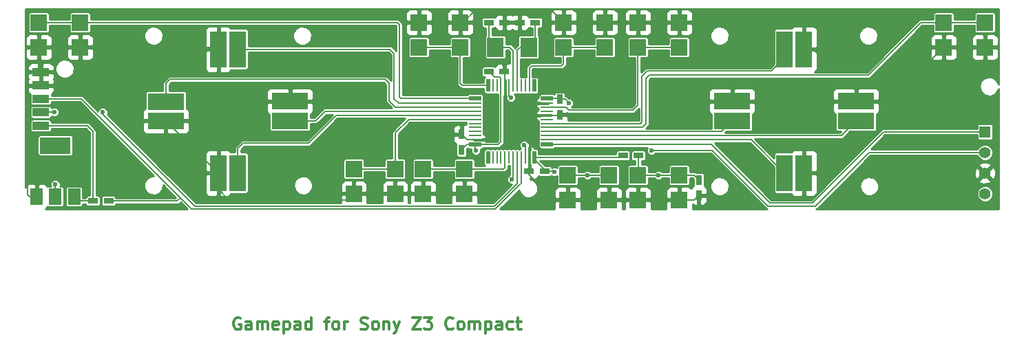
<source format=gtl>
G04 (created by PCBNEW (22-Jun-2014 BZR 4027)-stable) date Thu 28 Jun 2018 06:28:58 PM CST*
%MOIN*%
G04 Gerber Fmt 3.4, Leading zero omitted, Abs format*
%FSLAX34Y34*%
G01*
G70*
G90*
G04 APERTURE LIST*
%ADD10C,0.00393701*%
%ADD11C,0.011811*%
%ADD12R,0.149606X0.0787402*%
%ADD13R,0.0590551X0.0787402*%
%ADD14R,0.0472441X0.0295276*%
%ADD15R,0.0787402X0.177165*%
%ADD16R,0.177165X0.0787402*%
%ADD17R,0.0787402X0.0944882*%
%ADD18R,0.0295276X0.0472441*%
%ADD19R,0.0787402X0.0787402*%
%ADD20R,0.0787402X0.0393701*%
%ADD21R,0.055X0.055*%
%ADD22C,0.055*%
%ADD23R,0.0110236X0.0590551*%
%ADD24R,0.019685X0.0590551*%
%ADD25R,0.0590551X0.019685*%
%ADD26R,0.0590551X0.0110236*%
%ADD27C,0.023622*%
%ADD28C,0.00708661*%
%ADD29C,0.01*%
G04 APERTURE END LIST*
G54D10*
G54D11*
X122155Y-108926D02*
X122099Y-108898D01*
X122014Y-108898D01*
X121930Y-108926D01*
X121874Y-108982D01*
X121846Y-109039D01*
X121818Y-109151D01*
X121818Y-109235D01*
X121846Y-109348D01*
X121874Y-109404D01*
X121930Y-109460D01*
X122014Y-109489D01*
X122071Y-109489D01*
X122155Y-109460D01*
X122183Y-109432D01*
X122183Y-109235D01*
X122071Y-109235D01*
X122689Y-109489D02*
X122689Y-109179D01*
X122661Y-109123D01*
X122605Y-109095D01*
X122492Y-109095D01*
X122436Y-109123D01*
X122689Y-109460D02*
X122633Y-109489D01*
X122492Y-109489D01*
X122436Y-109460D01*
X122408Y-109404D01*
X122408Y-109348D01*
X122436Y-109292D01*
X122492Y-109264D01*
X122633Y-109264D01*
X122689Y-109235D01*
X122971Y-109489D02*
X122971Y-109095D01*
X122971Y-109151D02*
X122999Y-109123D01*
X123055Y-109095D01*
X123139Y-109095D01*
X123196Y-109123D01*
X123224Y-109179D01*
X123224Y-109489D01*
X123224Y-109179D02*
X123252Y-109123D01*
X123308Y-109095D01*
X123392Y-109095D01*
X123449Y-109123D01*
X123477Y-109179D01*
X123477Y-109489D01*
X123983Y-109460D02*
X123927Y-109489D01*
X123814Y-109489D01*
X123758Y-109460D01*
X123730Y-109404D01*
X123730Y-109179D01*
X123758Y-109123D01*
X123814Y-109095D01*
X123927Y-109095D01*
X123983Y-109123D01*
X124011Y-109179D01*
X124011Y-109235D01*
X123730Y-109292D01*
X124264Y-109095D02*
X124264Y-109685D01*
X124264Y-109123D02*
X124320Y-109095D01*
X124433Y-109095D01*
X124489Y-109123D01*
X124517Y-109151D01*
X124545Y-109207D01*
X124545Y-109376D01*
X124517Y-109432D01*
X124489Y-109460D01*
X124433Y-109489D01*
X124320Y-109489D01*
X124264Y-109460D01*
X125052Y-109489D02*
X125052Y-109179D01*
X125023Y-109123D01*
X124967Y-109095D01*
X124855Y-109095D01*
X124798Y-109123D01*
X125052Y-109460D02*
X124995Y-109489D01*
X124855Y-109489D01*
X124798Y-109460D01*
X124770Y-109404D01*
X124770Y-109348D01*
X124798Y-109292D01*
X124855Y-109264D01*
X124995Y-109264D01*
X125052Y-109235D01*
X125586Y-109489D02*
X125586Y-108898D01*
X125586Y-109460D02*
X125530Y-109489D01*
X125417Y-109489D01*
X125361Y-109460D01*
X125333Y-109432D01*
X125305Y-109376D01*
X125305Y-109207D01*
X125333Y-109151D01*
X125361Y-109123D01*
X125417Y-109095D01*
X125530Y-109095D01*
X125586Y-109123D01*
X126233Y-109095D02*
X126458Y-109095D01*
X126317Y-109489D02*
X126317Y-108982D01*
X126345Y-108926D01*
X126401Y-108898D01*
X126458Y-108898D01*
X126739Y-109489D02*
X126683Y-109460D01*
X126654Y-109432D01*
X126626Y-109376D01*
X126626Y-109207D01*
X126654Y-109151D01*
X126683Y-109123D01*
X126739Y-109095D01*
X126823Y-109095D01*
X126879Y-109123D01*
X126908Y-109151D01*
X126936Y-109207D01*
X126936Y-109376D01*
X126908Y-109432D01*
X126879Y-109460D01*
X126823Y-109489D01*
X126739Y-109489D01*
X127189Y-109489D02*
X127189Y-109095D01*
X127189Y-109207D02*
X127217Y-109151D01*
X127245Y-109123D01*
X127301Y-109095D01*
X127357Y-109095D01*
X127976Y-109460D02*
X128061Y-109489D01*
X128201Y-109489D01*
X128257Y-109460D01*
X128285Y-109432D01*
X128314Y-109376D01*
X128314Y-109320D01*
X128285Y-109264D01*
X128257Y-109235D01*
X128201Y-109207D01*
X128089Y-109179D01*
X128032Y-109151D01*
X128004Y-109123D01*
X127976Y-109067D01*
X127976Y-109010D01*
X128004Y-108954D01*
X128032Y-108926D01*
X128089Y-108898D01*
X128229Y-108898D01*
X128314Y-108926D01*
X128651Y-109489D02*
X128595Y-109460D01*
X128567Y-109432D01*
X128539Y-109376D01*
X128539Y-109207D01*
X128567Y-109151D01*
X128595Y-109123D01*
X128651Y-109095D01*
X128735Y-109095D01*
X128792Y-109123D01*
X128820Y-109151D01*
X128848Y-109207D01*
X128848Y-109376D01*
X128820Y-109432D01*
X128792Y-109460D01*
X128735Y-109489D01*
X128651Y-109489D01*
X129101Y-109095D02*
X129101Y-109489D01*
X129101Y-109151D02*
X129129Y-109123D01*
X129185Y-109095D01*
X129270Y-109095D01*
X129326Y-109123D01*
X129354Y-109179D01*
X129354Y-109489D01*
X129579Y-109095D02*
X129720Y-109489D01*
X129860Y-109095D02*
X129720Y-109489D01*
X129663Y-109629D01*
X129635Y-109657D01*
X129579Y-109685D01*
X130479Y-108898D02*
X130873Y-108898D01*
X130479Y-109489D01*
X130873Y-109489D01*
X131041Y-108898D02*
X131407Y-108898D01*
X131210Y-109123D01*
X131294Y-109123D01*
X131351Y-109151D01*
X131379Y-109179D01*
X131407Y-109235D01*
X131407Y-109376D01*
X131379Y-109432D01*
X131351Y-109460D01*
X131294Y-109489D01*
X131126Y-109489D01*
X131070Y-109460D01*
X131041Y-109432D01*
X132447Y-109432D02*
X132419Y-109460D01*
X132335Y-109489D01*
X132279Y-109489D01*
X132194Y-109460D01*
X132138Y-109404D01*
X132110Y-109348D01*
X132082Y-109235D01*
X132082Y-109151D01*
X132110Y-109039D01*
X132138Y-108982D01*
X132194Y-108926D01*
X132279Y-108898D01*
X132335Y-108898D01*
X132419Y-108926D01*
X132447Y-108954D01*
X132785Y-109489D02*
X132729Y-109460D01*
X132701Y-109432D01*
X132672Y-109376D01*
X132672Y-109207D01*
X132701Y-109151D01*
X132729Y-109123D01*
X132785Y-109095D01*
X132869Y-109095D01*
X132926Y-109123D01*
X132954Y-109151D01*
X132982Y-109207D01*
X132982Y-109376D01*
X132954Y-109432D01*
X132926Y-109460D01*
X132869Y-109489D01*
X132785Y-109489D01*
X133235Y-109489D02*
X133235Y-109095D01*
X133235Y-109151D02*
X133263Y-109123D01*
X133319Y-109095D01*
X133404Y-109095D01*
X133460Y-109123D01*
X133488Y-109179D01*
X133488Y-109489D01*
X133488Y-109179D02*
X133516Y-109123D01*
X133572Y-109095D01*
X133657Y-109095D01*
X133713Y-109123D01*
X133741Y-109179D01*
X133741Y-109489D01*
X134022Y-109095D02*
X134022Y-109685D01*
X134022Y-109123D02*
X134079Y-109095D01*
X134191Y-109095D01*
X134247Y-109123D01*
X134275Y-109151D01*
X134303Y-109207D01*
X134303Y-109376D01*
X134275Y-109432D01*
X134247Y-109460D01*
X134191Y-109489D01*
X134079Y-109489D01*
X134022Y-109460D01*
X134810Y-109489D02*
X134810Y-109179D01*
X134782Y-109123D01*
X134725Y-109095D01*
X134613Y-109095D01*
X134557Y-109123D01*
X134810Y-109460D02*
X134753Y-109489D01*
X134613Y-109489D01*
X134557Y-109460D01*
X134528Y-109404D01*
X134528Y-109348D01*
X134557Y-109292D01*
X134613Y-109264D01*
X134753Y-109264D01*
X134810Y-109235D01*
X135344Y-109460D02*
X135288Y-109489D01*
X135175Y-109489D01*
X135119Y-109460D01*
X135091Y-109432D01*
X135063Y-109376D01*
X135063Y-109207D01*
X135091Y-109151D01*
X135119Y-109123D01*
X135175Y-109095D01*
X135288Y-109095D01*
X135344Y-109123D01*
X135513Y-109095D02*
X135738Y-109095D01*
X135597Y-108898D02*
X135597Y-109404D01*
X135625Y-109460D01*
X135681Y-109489D01*
X135738Y-109489D01*
G54D12*
X113200Y-100559D03*
G54D13*
X113200Y-103040D03*
X114105Y-103040D03*
X112294Y-103040D03*
G54D14*
X140675Y-101050D03*
X141424Y-101050D03*
G54D15*
X121087Y-95894D03*
X122032Y-95894D03*
X149432Y-95894D03*
X148487Y-95894D03*
X149432Y-101894D03*
X148487Y-101894D03*
X121087Y-101894D03*
X122032Y-101894D03*
G54D16*
X151960Y-98421D03*
X151960Y-99366D03*
X124560Y-98421D03*
X124560Y-99366D03*
X118550Y-99372D03*
X118550Y-98427D03*
X145960Y-98421D03*
X145960Y-99366D03*
G54D17*
X134502Y-95794D03*
X136117Y-95794D03*
G54D14*
X136434Y-94594D03*
X135685Y-94594D03*
X134185Y-94594D03*
X134934Y-94594D03*
G54D18*
X144350Y-102225D03*
X144350Y-102974D03*
X132860Y-100768D03*
X132860Y-100019D03*
G54D14*
X134187Y-96986D03*
X134936Y-96986D03*
X136874Y-101800D03*
X136125Y-101800D03*
G54D18*
X137610Y-98321D03*
X137610Y-99070D03*
G54D19*
X141400Y-103200D03*
X141400Y-102000D03*
X143400Y-102000D03*
X143400Y-103200D03*
X112400Y-95800D03*
X112400Y-94600D03*
X114400Y-94600D03*
X114400Y-95800D03*
X156200Y-95800D03*
X156200Y-94600D03*
X158200Y-94600D03*
X158200Y-95800D03*
X131000Y-102900D03*
X131000Y-101700D03*
X133000Y-101700D03*
X133000Y-102900D03*
X138000Y-103200D03*
X138000Y-102000D03*
X140000Y-102000D03*
X140000Y-103200D03*
X139800Y-94600D03*
X139800Y-95800D03*
X137800Y-95800D03*
X137800Y-94600D03*
X143400Y-94600D03*
X143400Y-95800D03*
X141400Y-95800D03*
X141400Y-94600D03*
X132800Y-94600D03*
X132800Y-95800D03*
X130800Y-95800D03*
X130800Y-94600D03*
X127650Y-102900D03*
X127650Y-101700D03*
X129650Y-101700D03*
X129650Y-102900D03*
G54D20*
X112500Y-99600D03*
X112500Y-98950D03*
X112500Y-98300D03*
X112500Y-97650D03*
X112500Y-97000D03*
G54D21*
X158200Y-99900D03*
G54D22*
X158200Y-100900D03*
X158200Y-101900D03*
X158200Y-102900D03*
G54D23*
X135752Y-97651D03*
X135555Y-97651D03*
X135358Y-97651D03*
X135161Y-97651D03*
X134964Y-97651D03*
G54D24*
X136382Y-97651D03*
G54D23*
X136145Y-97651D03*
X135948Y-97651D03*
G54D25*
X133517Y-98271D03*
G54D26*
X133517Y-98508D03*
X133517Y-98705D03*
X133517Y-98901D03*
X133517Y-99098D03*
X133517Y-99295D03*
X133517Y-99492D03*
X133517Y-99689D03*
G54D24*
X134137Y-101136D03*
G54D23*
X134374Y-101136D03*
X134571Y-101136D03*
X134767Y-101136D03*
X134964Y-101136D03*
X135161Y-101136D03*
X135358Y-101136D03*
X135555Y-101136D03*
G54D25*
X137002Y-100516D03*
G54D26*
X137002Y-100279D03*
X137002Y-100082D03*
X137002Y-99886D03*
X137002Y-99689D03*
X137002Y-99492D03*
X137002Y-99295D03*
X137002Y-99098D03*
G54D23*
X134767Y-97651D03*
X134571Y-97651D03*
X134374Y-97651D03*
G54D24*
X134137Y-97651D03*
G54D26*
X133517Y-99886D03*
X133517Y-100082D03*
X133517Y-100279D03*
G54D25*
X133517Y-100516D03*
G54D23*
X135752Y-101136D03*
X135948Y-101136D03*
X136145Y-101136D03*
G54D24*
X136382Y-101136D03*
G54D26*
X137002Y-98901D03*
X137002Y-98705D03*
X137002Y-98508D03*
G54D25*
X137002Y-98271D03*
G54D14*
X115025Y-103250D03*
X115774Y-103250D03*
G54D27*
X138050Y-98500D03*
X137350Y-101850D03*
X133550Y-100800D03*
X113200Y-102450D03*
X150500Y-98400D03*
X150450Y-96450D03*
X136150Y-100050D03*
X134450Y-100250D03*
X142400Y-102000D03*
X135250Y-98250D03*
X138950Y-102000D03*
X135300Y-102200D03*
X142050Y-100800D03*
X135900Y-100550D03*
X113150Y-98950D03*
X115500Y-98950D03*
G54D28*
X136382Y-101136D02*
X140589Y-101136D01*
X140589Y-101136D02*
X140675Y-101050D01*
X137871Y-98321D02*
X137610Y-98321D01*
X138050Y-98500D02*
X137871Y-98321D01*
X137300Y-101800D02*
X136874Y-101800D01*
X137350Y-101850D02*
X137300Y-101800D01*
X134767Y-97651D02*
X134767Y-100382D01*
X134633Y-100516D02*
X133517Y-100516D01*
X134767Y-100382D02*
X134633Y-100516D01*
X133550Y-100800D02*
X133517Y-100767D01*
X133517Y-100767D02*
X133517Y-100516D01*
X113200Y-103040D02*
X113200Y-102450D01*
X136382Y-101136D02*
X136382Y-101230D01*
X136382Y-101230D02*
X136916Y-101764D01*
X133517Y-100516D02*
X133111Y-100516D01*
X133111Y-100516D02*
X132860Y-100768D01*
X137002Y-98271D02*
X137559Y-98271D01*
X137559Y-98271D02*
X137610Y-98321D01*
X134767Y-97651D02*
X134767Y-97317D01*
X134451Y-97250D02*
X134187Y-96986D01*
X134700Y-97250D02*
X134451Y-97250D01*
X134767Y-97317D02*
X134700Y-97250D01*
X112500Y-99600D02*
X114750Y-99600D01*
X115025Y-99875D02*
X115025Y-103250D01*
X114750Y-99600D02*
X115025Y-99875D01*
X115025Y-103250D02*
X114315Y-103250D01*
X114315Y-103250D02*
X114105Y-103040D01*
X137002Y-100082D02*
X151243Y-100082D01*
X151243Y-100082D02*
X151960Y-99366D01*
X146873Y-100279D02*
X148487Y-101894D01*
X137002Y-100279D02*
X146873Y-100279D01*
X136145Y-97651D02*
X136145Y-96804D01*
X137800Y-96600D02*
X137800Y-95800D01*
X137700Y-96700D02*
X137800Y-96600D01*
X136250Y-96700D02*
X137700Y-96700D01*
X136145Y-96804D02*
X136250Y-96700D01*
X137800Y-95800D02*
X139800Y-95800D01*
X137002Y-98705D02*
X137905Y-98705D01*
X141150Y-98850D02*
X141350Y-98650D01*
X138050Y-98850D02*
X141150Y-98850D01*
X137905Y-98705D02*
X138050Y-98850D01*
X141400Y-98600D02*
X141400Y-95800D01*
X141294Y-98705D02*
X141350Y-98650D01*
X141350Y-98650D02*
X141400Y-98600D01*
X141400Y-95800D02*
X143400Y-95800D01*
X134137Y-97651D02*
X132901Y-97651D01*
X132800Y-97550D02*
X132800Y-95800D01*
X132901Y-97651D02*
X132800Y-97550D01*
X132800Y-95800D02*
X130800Y-95800D01*
X133517Y-99295D02*
X130304Y-99295D01*
X129650Y-99950D02*
X129650Y-101700D01*
X130304Y-99295D02*
X129650Y-99950D01*
X129650Y-101700D02*
X127650Y-101700D01*
X133517Y-99098D02*
X126801Y-99098D01*
X122032Y-100717D02*
X122032Y-101894D01*
X122300Y-100450D02*
X122032Y-100717D01*
X125450Y-100450D02*
X122300Y-100450D01*
X126801Y-99098D02*
X125450Y-100450D01*
X149432Y-95894D02*
X149894Y-95894D01*
X149894Y-95894D02*
X150450Y-96450D01*
X150500Y-98400D02*
X150500Y-98421D01*
X150500Y-98421D02*
X150500Y-98400D01*
X150500Y-98400D02*
X150500Y-98421D01*
X136125Y-101800D02*
X136125Y-101975D01*
X137350Y-103200D02*
X138000Y-103200D01*
X136125Y-101975D02*
X137350Y-103200D01*
X149432Y-101894D02*
X151006Y-101894D01*
X156200Y-96700D02*
X156200Y-95800D01*
X151006Y-101894D02*
X156200Y-96700D01*
X121087Y-101894D02*
X121087Y-102687D01*
X127350Y-103200D02*
X127650Y-102900D01*
X121600Y-103200D02*
X127350Y-103200D01*
X121087Y-102687D02*
X121600Y-103200D01*
X124560Y-98421D02*
X121128Y-98421D01*
X120177Y-99372D02*
X118550Y-99372D01*
X121128Y-98421D02*
X120177Y-99372D01*
X133517Y-100279D02*
X134420Y-100279D01*
X134420Y-100279D02*
X134450Y-100250D01*
X132860Y-100019D02*
X130880Y-100019D01*
X130300Y-100600D02*
X130300Y-102900D01*
X130880Y-100019D02*
X130300Y-100600D01*
X121087Y-101894D02*
X121071Y-101894D01*
X121071Y-101894D02*
X118550Y-99372D01*
X118550Y-99372D02*
X117422Y-99372D01*
X114400Y-96350D02*
X114400Y-95800D01*
X117422Y-99372D02*
X114400Y-96350D01*
X114400Y-95800D02*
X120993Y-95800D01*
X120993Y-95800D02*
X121087Y-95894D01*
X134936Y-96986D02*
X134936Y-96736D01*
X133600Y-96350D02*
X133600Y-94050D01*
X133800Y-96550D02*
X133600Y-96350D01*
X134750Y-96550D02*
X133800Y-96550D01*
X134936Y-96736D02*
X134750Y-96550D01*
X135700Y-94050D02*
X135700Y-94579D01*
X135700Y-94579D02*
X135685Y-94594D01*
X132800Y-94600D02*
X132950Y-94600D01*
X132950Y-94600D02*
X133500Y-94050D01*
X133500Y-94050D02*
X133600Y-94050D01*
X137250Y-94050D02*
X137800Y-94600D01*
X133600Y-94050D02*
X135700Y-94050D01*
X135700Y-94050D02*
X137250Y-94050D01*
X139800Y-94600D02*
X141400Y-94600D01*
X143400Y-94600D02*
X149250Y-94600D01*
X149432Y-94782D02*
X149432Y-95894D01*
X149250Y-94600D02*
X149432Y-94782D01*
X151960Y-98421D02*
X153578Y-98421D01*
X153578Y-98421D02*
X156200Y-95800D01*
X145960Y-98421D02*
X150500Y-98421D01*
X150500Y-98421D02*
X151960Y-98421D01*
X127650Y-102900D02*
X129650Y-102900D01*
X129650Y-102900D02*
X130300Y-102900D01*
X130300Y-102900D02*
X131000Y-102900D01*
X131000Y-102900D02*
X133000Y-102900D01*
X133538Y-100300D02*
X133517Y-100279D01*
X136150Y-98508D02*
X136150Y-100050D01*
X136150Y-100050D02*
X136150Y-100250D01*
X136150Y-101131D02*
X136145Y-101136D01*
X136150Y-100300D02*
X136150Y-101131D01*
X136150Y-100250D02*
X136150Y-100300D01*
X137002Y-99098D02*
X136598Y-99098D01*
X136500Y-99000D02*
X136500Y-98508D01*
X136598Y-99098D02*
X136500Y-99000D01*
X137002Y-98508D02*
X136500Y-98508D01*
X136500Y-98508D02*
X136150Y-98508D01*
X136150Y-98508D02*
X135058Y-98508D01*
X135058Y-98508D02*
X134964Y-98414D01*
X134964Y-98414D02*
X134964Y-97651D01*
X112500Y-97650D02*
X111950Y-97650D01*
X111940Y-103040D02*
X112294Y-103040D01*
X111850Y-102950D02*
X111940Y-103040D01*
X111850Y-97750D02*
X111850Y-102950D01*
X111950Y-97650D02*
X111850Y-97750D01*
X112500Y-97650D02*
X112500Y-97000D01*
X112500Y-97000D02*
X112400Y-96900D01*
X112400Y-96900D02*
X112400Y-95800D01*
X112400Y-95800D02*
X114400Y-95800D01*
X130800Y-94600D02*
X132800Y-94600D01*
X134934Y-94594D02*
X135685Y-94594D01*
X134964Y-97651D02*
X134964Y-97014D01*
X134964Y-97014D02*
X134936Y-96986D01*
X143400Y-94600D02*
X141400Y-94600D01*
X139800Y-94600D02*
X137800Y-94600D01*
X156200Y-95800D02*
X158200Y-95800D01*
X143400Y-103200D02*
X144124Y-103200D01*
X144124Y-103200D02*
X144350Y-102974D01*
X138000Y-103200D02*
X140000Y-103200D01*
X140000Y-103200D02*
X141400Y-103200D01*
X141400Y-103200D02*
X143400Y-103200D01*
X136145Y-101136D02*
X136145Y-101741D01*
X136145Y-101741D02*
X136167Y-101764D01*
X133517Y-100279D02*
X133119Y-100279D01*
X133119Y-100279D02*
X132860Y-100019D01*
X137002Y-99098D02*
X137581Y-99098D01*
X137581Y-99098D02*
X137610Y-99070D01*
X112400Y-94600D02*
X114400Y-94600D01*
X114400Y-94600D02*
X129750Y-94600D01*
X129921Y-98271D02*
X133517Y-98271D01*
X129850Y-98200D02*
X129921Y-98271D01*
X129850Y-94700D02*
X129850Y-98200D01*
X129750Y-94600D02*
X129850Y-94700D01*
X133517Y-98705D02*
X129655Y-98705D01*
X118550Y-97550D02*
X118550Y-98427D01*
X118750Y-97350D02*
X118550Y-97550D01*
X129150Y-97350D02*
X118750Y-97350D01*
X129350Y-97550D02*
X129150Y-97350D01*
X129350Y-98400D02*
X129350Y-97550D01*
X129655Y-98705D02*
X129350Y-98400D01*
X137002Y-99689D02*
X141610Y-99689D01*
X155100Y-94600D02*
X156200Y-94600D01*
X152550Y-97150D02*
X155100Y-94600D01*
X141950Y-97150D02*
X152550Y-97150D01*
X141800Y-97300D02*
X141950Y-97150D01*
X141800Y-99500D02*
X141800Y-97300D01*
X141610Y-99689D02*
X141800Y-99500D01*
X156200Y-94600D02*
X158200Y-94600D01*
X133517Y-98901D02*
X126248Y-98901D01*
X125783Y-99366D02*
X124560Y-99366D01*
X126248Y-98901D02*
X125783Y-99366D01*
X135161Y-97651D02*
X135161Y-98161D01*
X135161Y-98161D02*
X135250Y-98250D01*
X141424Y-101050D02*
X141424Y-101975D01*
X141424Y-101975D02*
X141400Y-102000D01*
X143400Y-102000D02*
X144124Y-102000D01*
X144124Y-102000D02*
X144350Y-102225D01*
X141400Y-102000D02*
X142400Y-102000D01*
X142400Y-102000D02*
X143400Y-102000D01*
X131000Y-101700D02*
X133000Y-101700D01*
X133000Y-101700D02*
X134900Y-101700D01*
X134900Y-101700D02*
X134964Y-101635D01*
X134964Y-101635D02*
X134964Y-101136D01*
X135358Y-101136D02*
X135358Y-102141D01*
X135358Y-102141D02*
X135300Y-102200D01*
X138000Y-102000D02*
X138950Y-102000D01*
X138950Y-102000D02*
X140000Y-102000D01*
X158200Y-99900D02*
X153300Y-99900D01*
X153300Y-99900D02*
X149850Y-103350D01*
X137002Y-100516D02*
X144966Y-100516D01*
X147800Y-103350D02*
X149850Y-103350D01*
X144966Y-100516D02*
X147800Y-103350D01*
X150000Y-103500D02*
X147700Y-103500D01*
X145000Y-100800D02*
X144500Y-100800D01*
X147700Y-103500D02*
X145000Y-100800D01*
X158200Y-100900D02*
X152600Y-100900D01*
X152600Y-100900D02*
X150000Y-103500D01*
X135948Y-101136D02*
X135948Y-100598D01*
X142050Y-100800D02*
X144500Y-100800D01*
X135948Y-100598D02*
X135900Y-100550D01*
X144500Y-100800D02*
X144600Y-100800D01*
X133517Y-98508D02*
X129808Y-98508D01*
X129394Y-95894D02*
X122032Y-95894D01*
X129600Y-96100D02*
X129394Y-95894D01*
X129600Y-98300D02*
X129600Y-96100D01*
X129808Y-98508D02*
X129600Y-98300D01*
X135555Y-101136D02*
X135555Y-102394D01*
X113150Y-98950D02*
X112500Y-98950D01*
X115500Y-99050D02*
X115500Y-98950D01*
X119950Y-103500D02*
X115500Y-99050D01*
X134450Y-103500D02*
X119950Y-103500D01*
X135555Y-102394D02*
X134450Y-103500D01*
X115774Y-103250D02*
X119100Y-103250D01*
X119100Y-103250D02*
X119250Y-103100D01*
X135752Y-101136D02*
X135752Y-102398D01*
X135700Y-102450D02*
X134500Y-103650D01*
X114450Y-98300D02*
X112500Y-98300D01*
X119800Y-103650D02*
X119250Y-103100D01*
X119250Y-103100D02*
X114450Y-98300D01*
X134500Y-103650D02*
X119800Y-103650D01*
X135752Y-102398D02*
X135700Y-102450D01*
X148487Y-95894D02*
X148487Y-96312D01*
X141850Y-96950D02*
X141600Y-97200D01*
X147850Y-96950D02*
X141850Y-96950D01*
X148487Y-96312D02*
X147850Y-96950D01*
X137002Y-99492D02*
X141507Y-99492D01*
X141507Y-99492D02*
X141600Y-99400D01*
X141600Y-99400D02*
X141600Y-97200D01*
X135555Y-97651D02*
X135555Y-95944D01*
X136111Y-95800D02*
X136117Y-95794D01*
X135700Y-95800D02*
X136111Y-95800D01*
X135555Y-95944D02*
X135700Y-95800D01*
X136434Y-94594D02*
X136434Y-95477D01*
X136434Y-95477D02*
X136117Y-95794D01*
X135358Y-97651D02*
X135358Y-95958D01*
X135194Y-95794D02*
X134502Y-95794D01*
X135358Y-95958D02*
X135194Y-95794D01*
X134185Y-94594D02*
X134185Y-95477D01*
X134185Y-95477D02*
X134502Y-95794D01*
X137002Y-99886D02*
X145440Y-99886D01*
X145440Y-99886D02*
X145960Y-99366D01*
G54D10*
G36*
X141443Y-99335D02*
X141442Y-99336D01*
X138007Y-99336D01*
X138007Y-99182D01*
X137945Y-99120D01*
X137660Y-99120D01*
X137660Y-99127D01*
X137560Y-99127D01*
X137560Y-99120D01*
X137552Y-99120D01*
X137552Y-99020D01*
X137560Y-99020D01*
X137560Y-99012D01*
X137660Y-99012D01*
X137660Y-99020D01*
X137945Y-99020D01*
X137978Y-98986D01*
X137990Y-98994D01*
X138050Y-99006D01*
X141150Y-99006D01*
X141150Y-99006D01*
X141209Y-98994D01*
X141260Y-98960D01*
X141405Y-98815D01*
X141443Y-98777D01*
X141443Y-99335D01*
X141443Y-99335D01*
G37*
G54D29*
X141443Y-99335D02*
X141442Y-99336D01*
X138007Y-99336D01*
X138007Y-99182D01*
X137945Y-99120D01*
X137660Y-99120D01*
X137660Y-99127D01*
X137560Y-99127D01*
X137560Y-99120D01*
X137552Y-99120D01*
X137552Y-99020D01*
X137560Y-99020D01*
X137560Y-99012D01*
X137660Y-99012D01*
X137660Y-99020D01*
X137945Y-99020D01*
X137978Y-98986D01*
X137990Y-98994D01*
X138050Y-99006D01*
X141150Y-99006D01*
X141150Y-99006D01*
X141209Y-98994D01*
X141260Y-98960D01*
X141405Y-98815D01*
X141443Y-98777D01*
X141443Y-99335D01*
G54D10*
G36*
X158849Y-103649D02*
X158729Y-103649D01*
X158729Y-101975D01*
X158718Y-101767D01*
X158660Y-101627D01*
X158567Y-101602D01*
X158497Y-101673D01*
X158497Y-101532D01*
X158472Y-101439D01*
X158275Y-101370D01*
X158067Y-101381D01*
X157927Y-101439D01*
X157902Y-101532D01*
X158200Y-101829D01*
X158497Y-101532D01*
X158497Y-101673D01*
X158270Y-101900D01*
X158567Y-102197D01*
X158660Y-102172D01*
X158729Y-101975D01*
X158729Y-103649D01*
X158595Y-103649D01*
X158595Y-102821D01*
X158535Y-102676D01*
X158497Y-102637D01*
X158497Y-102267D01*
X158200Y-101970D01*
X158129Y-102041D01*
X158129Y-101900D01*
X157832Y-101602D01*
X157739Y-101627D01*
X157670Y-101824D01*
X157681Y-102032D01*
X157739Y-102172D01*
X157832Y-102197D01*
X158129Y-101900D01*
X158129Y-102041D01*
X157902Y-102267D01*
X157927Y-102360D01*
X158124Y-102429D01*
X158332Y-102418D01*
X158472Y-102360D01*
X158497Y-102267D01*
X158497Y-102637D01*
X158424Y-102564D01*
X158279Y-102504D01*
X158121Y-102504D01*
X157976Y-102564D01*
X157864Y-102675D01*
X157804Y-102820D01*
X157804Y-102978D01*
X157864Y-103123D01*
X157975Y-103235D01*
X158120Y-103295D01*
X158278Y-103295D01*
X158423Y-103235D01*
X158535Y-103124D01*
X158595Y-102979D01*
X158595Y-102821D01*
X158595Y-103649D01*
X153064Y-103649D01*
X153064Y-102546D01*
X153060Y-102487D01*
X153060Y-102487D01*
X153027Y-102368D01*
X153001Y-102316D01*
X153001Y-102316D01*
X152926Y-102218D01*
X152881Y-102180D01*
X152881Y-102180D01*
X152774Y-102119D01*
X152718Y-102100D01*
X152718Y-102100D01*
X152596Y-102085D01*
X152537Y-102089D01*
X152537Y-102089D01*
X152418Y-102122D01*
X152366Y-102148D01*
X152366Y-102148D01*
X152268Y-102223D01*
X152230Y-102268D01*
X152230Y-102268D01*
X152169Y-102375D01*
X152150Y-102431D01*
X152150Y-102431D01*
X152135Y-102553D01*
X152139Y-102612D01*
X152172Y-102731D01*
X152198Y-102783D01*
X152198Y-102783D01*
X152273Y-102881D01*
X152318Y-102919D01*
X152318Y-102919D01*
X152425Y-102980D01*
X152481Y-102999D01*
X152481Y-102999D01*
X152603Y-103014D01*
X152662Y-103010D01*
X152662Y-103010D01*
X152781Y-102977D01*
X152833Y-102951D01*
X152833Y-102951D01*
X152931Y-102876D01*
X152969Y-102831D01*
X152969Y-102831D01*
X153030Y-102724D01*
X153049Y-102668D01*
X153049Y-102668D01*
X153064Y-102546D01*
X153064Y-103649D01*
X150033Y-103649D01*
X150059Y-103644D01*
X150110Y-103610D01*
X152664Y-101056D01*
X157836Y-101056D01*
X157864Y-101123D01*
X157975Y-101235D01*
X158120Y-101295D01*
X158278Y-101295D01*
X158423Y-101235D01*
X158535Y-101124D01*
X158595Y-100979D01*
X158595Y-100821D01*
X158535Y-100676D01*
X158424Y-100564D01*
X158279Y-100504D01*
X158121Y-100504D01*
X157976Y-100564D01*
X157864Y-100675D01*
X157836Y-100743D01*
X152677Y-100743D01*
X153364Y-100056D01*
X157804Y-100056D01*
X157804Y-100198D01*
X157822Y-100243D01*
X157856Y-100277D01*
X157900Y-100295D01*
X157948Y-100295D01*
X158498Y-100295D01*
X158543Y-100277D01*
X158577Y-100243D01*
X158595Y-100199D01*
X158595Y-100151D01*
X158595Y-99601D01*
X158577Y-99556D01*
X158543Y-99522D01*
X158499Y-99504D01*
X158451Y-99504D01*
X157901Y-99504D01*
X157856Y-99522D01*
X157822Y-99556D01*
X157804Y-99600D01*
X157804Y-99648D01*
X157804Y-99743D01*
X156843Y-99743D01*
X156843Y-96144D01*
X156843Y-95455D01*
X156843Y-95356D01*
X156805Y-95264D01*
X156735Y-95194D01*
X156643Y-95156D01*
X156312Y-95156D01*
X156250Y-95218D01*
X156250Y-95750D01*
X156781Y-95750D01*
X156843Y-95687D01*
X156843Y-95455D01*
X156843Y-96144D01*
X156843Y-95912D01*
X156781Y-95850D01*
X156250Y-95850D01*
X156250Y-96381D01*
X156312Y-96443D01*
X156643Y-96443D01*
X156735Y-96405D01*
X156805Y-96335D01*
X156843Y-96243D01*
X156843Y-96144D01*
X156843Y-99743D01*
X156150Y-99743D01*
X156150Y-96381D01*
X156150Y-95850D01*
X156150Y-95750D01*
X156150Y-95218D01*
X156087Y-95156D01*
X155756Y-95156D01*
X155664Y-95194D01*
X155594Y-95264D01*
X155556Y-95356D01*
X155556Y-95455D01*
X155556Y-95687D01*
X155618Y-95750D01*
X156150Y-95750D01*
X156150Y-95850D01*
X155618Y-95850D01*
X155556Y-95912D01*
X155556Y-96144D01*
X155556Y-96243D01*
X155594Y-96335D01*
X155664Y-96405D01*
X155756Y-96443D01*
X156087Y-96443D01*
X156150Y-96381D01*
X156150Y-99743D01*
X153300Y-99743D01*
X153250Y-99753D01*
X153240Y-99755D01*
X153189Y-99789D01*
X150076Y-102902D01*
X150076Y-102730D01*
X150076Y-101057D01*
X150076Y-100958D01*
X150037Y-100866D01*
X149967Y-100796D01*
X149875Y-100758D01*
X149544Y-100758D01*
X149482Y-100820D01*
X149482Y-101844D01*
X150013Y-101844D01*
X150076Y-101781D01*
X150076Y-101057D01*
X150076Y-102730D01*
X150076Y-102006D01*
X150013Y-101944D01*
X149482Y-101944D01*
X149482Y-102967D01*
X149544Y-103029D01*
X149875Y-103029D01*
X149967Y-102991D01*
X150037Y-102921D01*
X150076Y-102829D01*
X150076Y-102730D01*
X150076Y-102902D01*
X149785Y-103193D01*
X147864Y-103193D01*
X145107Y-100436D01*
X146808Y-100436D01*
X147972Y-101600D01*
X147972Y-102803D01*
X147991Y-102848D01*
X148025Y-102882D01*
X148069Y-102900D01*
X148117Y-102900D01*
X148818Y-102900D01*
X148826Y-102921D01*
X148897Y-102991D01*
X148989Y-103029D01*
X149319Y-103029D01*
X149382Y-102967D01*
X149382Y-101944D01*
X149374Y-101944D01*
X149374Y-101844D01*
X149382Y-101844D01*
X149382Y-100820D01*
X149319Y-100758D01*
X148989Y-100758D01*
X148897Y-100796D01*
X148826Y-100866D01*
X148818Y-100887D01*
X148069Y-100887D01*
X148025Y-100905D01*
X147991Y-100939D01*
X147973Y-100984D01*
X147972Y-101032D01*
X147972Y-101158D01*
X147053Y-100239D01*
X151243Y-100239D01*
X151243Y-100239D01*
X151303Y-100227D01*
X151353Y-100193D01*
X151666Y-99881D01*
X152869Y-99881D01*
X152914Y-99862D01*
X152948Y-99828D01*
X152966Y-99784D01*
X152966Y-99736D01*
X152966Y-99035D01*
X152987Y-99027D01*
X153057Y-98957D01*
X153095Y-98865D01*
X153095Y-98765D01*
X153095Y-98077D01*
X153095Y-97977D01*
X153057Y-97886D01*
X152987Y-97815D01*
X152895Y-97777D01*
X152072Y-97777D01*
X152010Y-97840D01*
X152010Y-98371D01*
X153033Y-98371D01*
X153095Y-98309D01*
X153095Y-98077D01*
X153095Y-98765D01*
X153095Y-98534D01*
X153033Y-98471D01*
X152010Y-98471D01*
X152010Y-98479D01*
X151910Y-98479D01*
X151910Y-98471D01*
X151910Y-98371D01*
X151910Y-97840D01*
X151847Y-97777D01*
X151024Y-97777D01*
X150932Y-97815D01*
X150862Y-97886D01*
X150824Y-97977D01*
X150824Y-98077D01*
X150824Y-98309D01*
X150886Y-98371D01*
X151910Y-98371D01*
X151910Y-98471D01*
X150886Y-98471D01*
X150824Y-98534D01*
X150824Y-98765D01*
X150824Y-98865D01*
X150862Y-98957D01*
X150932Y-99027D01*
X150953Y-99035D01*
X150953Y-99784D01*
X150971Y-99828D01*
X151005Y-99862D01*
X151050Y-99880D01*
X151098Y-99881D01*
X151224Y-99881D01*
X151178Y-99926D01*
X145620Y-99926D01*
X145666Y-99881D01*
X146869Y-99881D01*
X146914Y-99862D01*
X146948Y-99828D01*
X146966Y-99784D01*
X146966Y-99736D01*
X146966Y-99035D01*
X146987Y-99027D01*
X147057Y-98957D01*
X147095Y-98865D01*
X147095Y-98765D01*
X147095Y-98077D01*
X147095Y-97977D01*
X147057Y-97886D01*
X146987Y-97815D01*
X146895Y-97777D01*
X146072Y-97777D01*
X146010Y-97840D01*
X146010Y-98371D01*
X147033Y-98371D01*
X147095Y-98309D01*
X147095Y-98077D01*
X147095Y-98765D01*
X147095Y-98534D01*
X147033Y-98471D01*
X146010Y-98471D01*
X146010Y-98479D01*
X145910Y-98479D01*
X145910Y-98471D01*
X145910Y-98371D01*
X145910Y-97840D01*
X145847Y-97777D01*
X145024Y-97777D01*
X144932Y-97815D01*
X144862Y-97886D01*
X144824Y-97977D01*
X144824Y-98077D01*
X144824Y-98309D01*
X144886Y-98371D01*
X145910Y-98371D01*
X145910Y-98471D01*
X144886Y-98471D01*
X144824Y-98534D01*
X144824Y-98765D01*
X144824Y-98865D01*
X144862Y-98957D01*
X144932Y-99027D01*
X144953Y-99035D01*
X144953Y-99729D01*
X141791Y-99729D01*
X141910Y-99610D01*
X141910Y-99610D01*
X141944Y-99559D01*
X141944Y-99559D01*
X141946Y-99549D01*
X141956Y-99500D01*
X141956Y-99500D01*
X141956Y-97364D01*
X142014Y-97306D01*
X152550Y-97306D01*
X152550Y-97306D01*
X152609Y-97294D01*
X152660Y-97260D01*
X155164Y-94756D01*
X155685Y-94756D01*
X155685Y-95017D01*
X155703Y-95062D01*
X155737Y-95096D01*
X155782Y-95114D01*
X155830Y-95114D01*
X156617Y-95114D01*
X156662Y-95096D01*
X156696Y-95062D01*
X156714Y-95017D01*
X156714Y-94969D01*
X156714Y-94756D01*
X157685Y-94756D01*
X157685Y-95017D01*
X157703Y-95062D01*
X157737Y-95096D01*
X157782Y-95114D01*
X157830Y-95114D01*
X158617Y-95114D01*
X158662Y-95096D01*
X158696Y-95062D01*
X158714Y-95017D01*
X158714Y-94969D01*
X158714Y-94182D01*
X158696Y-94137D01*
X158662Y-94103D01*
X158617Y-94085D01*
X158569Y-94085D01*
X157782Y-94085D01*
X157737Y-94103D01*
X157703Y-94137D01*
X157685Y-94182D01*
X157685Y-94230D01*
X157685Y-94443D01*
X156714Y-94443D01*
X156714Y-94182D01*
X156696Y-94137D01*
X156662Y-94103D01*
X156617Y-94085D01*
X156569Y-94085D01*
X155782Y-94085D01*
X155737Y-94103D01*
X155703Y-94137D01*
X155685Y-94182D01*
X155685Y-94230D01*
X155685Y-94443D01*
X155100Y-94443D01*
X155050Y-94453D01*
X155040Y-94455D01*
X154989Y-94489D01*
X153014Y-96464D01*
X153014Y-95246D01*
X153010Y-95187D01*
X153010Y-95187D01*
X152977Y-95068D01*
X152951Y-95016D01*
X152951Y-95016D01*
X152876Y-94918D01*
X152831Y-94880D01*
X152831Y-94880D01*
X152724Y-94819D01*
X152668Y-94800D01*
X152668Y-94800D01*
X152546Y-94785D01*
X152487Y-94789D01*
X152487Y-94789D01*
X152368Y-94822D01*
X152316Y-94848D01*
X152316Y-94848D01*
X152218Y-94923D01*
X152180Y-94968D01*
X152180Y-94968D01*
X152119Y-95075D01*
X152100Y-95131D01*
X152100Y-95131D01*
X152085Y-95253D01*
X152089Y-95312D01*
X152122Y-95431D01*
X152148Y-95483D01*
X152148Y-95483D01*
X152223Y-95581D01*
X152268Y-95619D01*
X152268Y-95619D01*
X152375Y-95680D01*
X152431Y-95699D01*
X152431Y-95699D01*
X152553Y-95714D01*
X152612Y-95710D01*
X152612Y-95710D01*
X152731Y-95677D01*
X152783Y-95651D01*
X152783Y-95651D01*
X152881Y-95576D01*
X152919Y-95531D01*
X152919Y-95531D01*
X152980Y-95424D01*
X152999Y-95368D01*
X152999Y-95368D01*
X153014Y-95246D01*
X153014Y-96464D01*
X152485Y-96993D01*
X149963Y-96993D01*
X149967Y-96991D01*
X150037Y-96921D01*
X150076Y-96829D01*
X150076Y-96730D01*
X150076Y-95057D01*
X150076Y-94958D01*
X150037Y-94866D01*
X149967Y-94796D01*
X149875Y-94758D01*
X149544Y-94758D01*
X149482Y-94820D01*
X149482Y-95844D01*
X150013Y-95844D01*
X150076Y-95781D01*
X150076Y-95057D01*
X150076Y-96730D01*
X150076Y-96006D01*
X150013Y-95944D01*
X149482Y-95944D01*
X149482Y-95951D01*
X149382Y-95951D01*
X149382Y-95944D01*
X149374Y-95944D01*
X149374Y-95844D01*
X149382Y-95844D01*
X149382Y-94820D01*
X149319Y-94758D01*
X148989Y-94758D01*
X148897Y-94796D01*
X148826Y-94866D01*
X148818Y-94887D01*
X148069Y-94887D01*
X148025Y-94905D01*
X147991Y-94939D01*
X147973Y-94984D01*
X147972Y-95032D01*
X147972Y-96605D01*
X147785Y-96793D01*
X145814Y-96793D01*
X145814Y-95246D01*
X145810Y-95187D01*
X145810Y-95187D01*
X145777Y-95068D01*
X145751Y-95016D01*
X145751Y-95016D01*
X145676Y-94918D01*
X145631Y-94880D01*
X145631Y-94880D01*
X145524Y-94819D01*
X145468Y-94800D01*
X145468Y-94800D01*
X145346Y-94785D01*
X145287Y-94789D01*
X145287Y-94789D01*
X145168Y-94822D01*
X145116Y-94848D01*
X145116Y-94848D01*
X145018Y-94923D01*
X144980Y-94968D01*
X144980Y-94968D01*
X144919Y-95075D01*
X144900Y-95131D01*
X144900Y-95131D01*
X144885Y-95253D01*
X144889Y-95312D01*
X144922Y-95431D01*
X144948Y-95483D01*
X144948Y-95483D01*
X145023Y-95581D01*
X145068Y-95619D01*
X145068Y-95619D01*
X145175Y-95680D01*
X145231Y-95699D01*
X145231Y-95699D01*
X145353Y-95714D01*
X145412Y-95710D01*
X145412Y-95710D01*
X145531Y-95677D01*
X145583Y-95651D01*
X145583Y-95651D01*
X145681Y-95576D01*
X145719Y-95531D01*
X145719Y-95531D01*
X145780Y-95424D01*
X145799Y-95368D01*
X145799Y-95368D01*
X145814Y-95246D01*
X145814Y-96793D01*
X144043Y-96793D01*
X144043Y-94944D01*
X144043Y-94255D01*
X144043Y-94156D01*
X144005Y-94064D01*
X143935Y-93994D01*
X143843Y-93956D01*
X143512Y-93956D01*
X143450Y-94018D01*
X143450Y-94550D01*
X143981Y-94550D01*
X144043Y-94487D01*
X144043Y-94255D01*
X144043Y-94944D01*
X144043Y-94712D01*
X143981Y-94650D01*
X143450Y-94650D01*
X143450Y-95181D01*
X143512Y-95243D01*
X143843Y-95243D01*
X143935Y-95205D01*
X144005Y-95135D01*
X144043Y-95043D01*
X144043Y-94944D01*
X144043Y-96793D01*
X141850Y-96793D01*
X141790Y-96805D01*
X141773Y-96816D01*
X141739Y-96839D01*
X141556Y-97022D01*
X141556Y-96314D01*
X141817Y-96314D01*
X141862Y-96296D01*
X141896Y-96262D01*
X141914Y-96217D01*
X141914Y-96169D01*
X141914Y-95956D01*
X142885Y-95956D01*
X142885Y-96217D01*
X142903Y-96262D01*
X142937Y-96296D01*
X142982Y-96314D01*
X143030Y-96314D01*
X143817Y-96314D01*
X143862Y-96296D01*
X143896Y-96262D01*
X143914Y-96217D01*
X143914Y-96169D01*
X143914Y-95382D01*
X143896Y-95337D01*
X143862Y-95303D01*
X143817Y-95285D01*
X143769Y-95285D01*
X143350Y-95285D01*
X143350Y-95181D01*
X143350Y-94650D01*
X143350Y-94550D01*
X143350Y-94018D01*
X143287Y-93956D01*
X142956Y-93956D01*
X142864Y-93994D01*
X142794Y-94064D01*
X142756Y-94156D01*
X142756Y-94255D01*
X142756Y-94487D01*
X142818Y-94550D01*
X143350Y-94550D01*
X143350Y-94650D01*
X142818Y-94650D01*
X142756Y-94712D01*
X142756Y-94944D01*
X142756Y-95043D01*
X142794Y-95135D01*
X142864Y-95205D01*
X142956Y-95243D01*
X143287Y-95243D01*
X143350Y-95181D01*
X143350Y-95285D01*
X142982Y-95285D01*
X142937Y-95303D01*
X142903Y-95337D01*
X142885Y-95382D01*
X142885Y-95430D01*
X142885Y-95643D01*
X142043Y-95643D01*
X142043Y-94944D01*
X142043Y-94255D01*
X142043Y-94156D01*
X142005Y-94064D01*
X141935Y-93994D01*
X141843Y-93956D01*
X141512Y-93956D01*
X141450Y-94018D01*
X141450Y-94550D01*
X141981Y-94550D01*
X142043Y-94487D01*
X142043Y-94255D01*
X142043Y-94944D01*
X142043Y-94712D01*
X141981Y-94650D01*
X141450Y-94650D01*
X141450Y-95181D01*
X141512Y-95243D01*
X141843Y-95243D01*
X141935Y-95205D01*
X142005Y-95135D01*
X142043Y-95043D01*
X142043Y-94944D01*
X142043Y-95643D01*
X141914Y-95643D01*
X141914Y-95382D01*
X141896Y-95337D01*
X141862Y-95303D01*
X141817Y-95285D01*
X141769Y-95285D01*
X141350Y-95285D01*
X141350Y-95181D01*
X141350Y-94650D01*
X141350Y-94550D01*
X141350Y-94018D01*
X141287Y-93956D01*
X140956Y-93956D01*
X140864Y-93994D01*
X140794Y-94064D01*
X140756Y-94156D01*
X140756Y-94255D01*
X140756Y-94487D01*
X140818Y-94550D01*
X141350Y-94550D01*
X141350Y-94650D01*
X140818Y-94650D01*
X140756Y-94712D01*
X140756Y-94944D01*
X140756Y-95043D01*
X140794Y-95135D01*
X140864Y-95205D01*
X140956Y-95243D01*
X141287Y-95243D01*
X141350Y-95181D01*
X141350Y-95285D01*
X140982Y-95285D01*
X140937Y-95303D01*
X140903Y-95337D01*
X140885Y-95382D01*
X140885Y-95430D01*
X140885Y-96217D01*
X140903Y-96262D01*
X140937Y-96296D01*
X140982Y-96314D01*
X141030Y-96314D01*
X141243Y-96314D01*
X141243Y-98535D01*
X141239Y-98539D01*
X141239Y-98539D01*
X141085Y-98693D01*
X140443Y-98693D01*
X140443Y-94944D01*
X140443Y-94255D01*
X140443Y-94156D01*
X140405Y-94064D01*
X140335Y-93994D01*
X140243Y-93956D01*
X139912Y-93956D01*
X139850Y-94018D01*
X139850Y-94550D01*
X140381Y-94550D01*
X140443Y-94487D01*
X140443Y-94255D01*
X140443Y-94944D01*
X140443Y-94712D01*
X140381Y-94650D01*
X139850Y-94650D01*
X139850Y-95181D01*
X139912Y-95243D01*
X140243Y-95243D01*
X140335Y-95205D01*
X140405Y-95135D01*
X140443Y-95043D01*
X140443Y-94944D01*
X140443Y-98693D01*
X140314Y-98693D01*
X140314Y-96169D01*
X140314Y-95382D01*
X140296Y-95337D01*
X140262Y-95303D01*
X140217Y-95285D01*
X140169Y-95285D01*
X139750Y-95285D01*
X139750Y-95181D01*
X139750Y-94650D01*
X139750Y-94550D01*
X139750Y-94018D01*
X139687Y-93956D01*
X139356Y-93956D01*
X139264Y-93994D01*
X139194Y-94064D01*
X139156Y-94156D01*
X139156Y-94255D01*
X139156Y-94487D01*
X139218Y-94550D01*
X139750Y-94550D01*
X139750Y-94650D01*
X139218Y-94650D01*
X139156Y-94712D01*
X139156Y-94944D01*
X139156Y-95043D01*
X139194Y-95135D01*
X139264Y-95205D01*
X139356Y-95243D01*
X139687Y-95243D01*
X139750Y-95181D01*
X139750Y-95285D01*
X139382Y-95285D01*
X139337Y-95303D01*
X139303Y-95337D01*
X139285Y-95382D01*
X139285Y-95430D01*
X139285Y-95643D01*
X138443Y-95643D01*
X138443Y-94944D01*
X138443Y-94255D01*
X138443Y-94156D01*
X138405Y-94064D01*
X138335Y-93994D01*
X138243Y-93956D01*
X137912Y-93956D01*
X137850Y-94018D01*
X137850Y-94550D01*
X138381Y-94550D01*
X138443Y-94487D01*
X138443Y-94255D01*
X138443Y-94944D01*
X138443Y-94712D01*
X138381Y-94650D01*
X137850Y-94650D01*
X137850Y-95181D01*
X137912Y-95243D01*
X138243Y-95243D01*
X138335Y-95205D01*
X138405Y-95135D01*
X138443Y-95043D01*
X138443Y-94944D01*
X138443Y-95643D01*
X138314Y-95643D01*
X138314Y-95382D01*
X138296Y-95337D01*
X138262Y-95303D01*
X138217Y-95285D01*
X138169Y-95285D01*
X137750Y-95285D01*
X137750Y-95181D01*
X137750Y-94650D01*
X137750Y-94550D01*
X137750Y-94018D01*
X137687Y-93956D01*
X137356Y-93956D01*
X137264Y-93994D01*
X137194Y-94064D01*
X137156Y-94156D01*
X137156Y-94255D01*
X137156Y-94487D01*
X137218Y-94550D01*
X137750Y-94550D01*
X137750Y-94650D01*
X137218Y-94650D01*
X137156Y-94712D01*
X137156Y-94944D01*
X137156Y-95043D01*
X137194Y-95135D01*
X137264Y-95205D01*
X137356Y-95243D01*
X137687Y-95243D01*
X137750Y-95181D01*
X137750Y-95285D01*
X137382Y-95285D01*
X137337Y-95303D01*
X137303Y-95337D01*
X137285Y-95382D01*
X137285Y-95430D01*
X137285Y-96217D01*
X137303Y-96262D01*
X137337Y-96296D01*
X137382Y-96314D01*
X137430Y-96314D01*
X137643Y-96314D01*
X137643Y-96535D01*
X137635Y-96543D01*
X136250Y-96543D01*
X136190Y-96555D01*
X136173Y-96566D01*
X136139Y-96589D01*
X136035Y-96693D01*
X136001Y-96744D01*
X135989Y-96804D01*
X135989Y-97235D01*
X135980Y-97235D01*
X135869Y-97235D01*
X135850Y-97243D01*
X135831Y-97235D01*
X135783Y-97235D01*
X135711Y-97235D01*
X135711Y-96387D01*
X135747Y-96387D01*
X136534Y-96387D01*
X136579Y-96368D01*
X136613Y-96334D01*
X136631Y-96290D01*
X136631Y-96242D01*
X136631Y-95297D01*
X136613Y-95253D01*
X136590Y-95230D01*
X136590Y-94862D01*
X136694Y-94862D01*
X136738Y-94844D01*
X136772Y-94810D01*
X136791Y-94765D01*
X136791Y-94717D01*
X136791Y-94422D01*
X136772Y-94377D01*
X136738Y-94343D01*
X136694Y-94325D01*
X136646Y-94325D01*
X136173Y-94325D01*
X136147Y-94336D01*
X136134Y-94304D01*
X136063Y-94234D01*
X135971Y-94196D01*
X135798Y-94196D01*
X135735Y-94258D01*
X135735Y-94544D01*
X135743Y-94544D01*
X135743Y-94644D01*
X135735Y-94644D01*
X135735Y-94929D01*
X135798Y-94991D01*
X135971Y-94991D01*
X136063Y-94953D01*
X136134Y-94883D01*
X136147Y-94851D01*
X136173Y-94862D01*
X136221Y-94862D01*
X136277Y-94862D01*
X136277Y-95200D01*
X135699Y-95200D01*
X135655Y-95219D01*
X135635Y-95238D01*
X135635Y-94929D01*
X135635Y-94644D01*
X135635Y-94544D01*
X135635Y-94258D01*
X135573Y-94196D01*
X135400Y-94196D01*
X135310Y-94233D01*
X135219Y-94196D01*
X135046Y-94196D01*
X134984Y-94258D01*
X134984Y-94544D01*
X135262Y-94544D01*
X135357Y-94544D01*
X135635Y-94544D01*
X135635Y-94644D01*
X135357Y-94644D01*
X135262Y-94644D01*
X134984Y-94644D01*
X134984Y-94929D01*
X135046Y-94991D01*
X135219Y-94991D01*
X135310Y-94954D01*
X135400Y-94991D01*
X135573Y-94991D01*
X135635Y-94929D01*
X135635Y-95238D01*
X135620Y-95253D01*
X135602Y-95297D01*
X135602Y-95345D01*
X135602Y-95680D01*
X135589Y-95689D01*
X135449Y-95828D01*
X135304Y-95683D01*
X135253Y-95649D01*
X135194Y-95637D01*
X135017Y-95637D01*
X135017Y-95297D01*
X134999Y-95253D01*
X134965Y-95219D01*
X134920Y-95200D01*
X134872Y-95200D01*
X134342Y-95200D01*
X134342Y-94862D01*
X134446Y-94862D01*
X134472Y-94851D01*
X134485Y-94883D01*
X134556Y-94953D01*
X134648Y-94991D01*
X134821Y-94991D01*
X134884Y-94929D01*
X134884Y-94644D01*
X134876Y-94644D01*
X134876Y-94544D01*
X134884Y-94544D01*
X134884Y-94258D01*
X134821Y-94196D01*
X134648Y-94196D01*
X134556Y-94234D01*
X134485Y-94304D01*
X134472Y-94336D01*
X134446Y-94325D01*
X134398Y-94325D01*
X133925Y-94325D01*
X133881Y-94343D01*
X133847Y-94377D01*
X133828Y-94422D01*
X133828Y-94470D01*
X133828Y-94765D01*
X133847Y-94810D01*
X133881Y-94844D01*
X133925Y-94862D01*
X133973Y-94862D01*
X134029Y-94862D01*
X134029Y-95230D01*
X134006Y-95253D01*
X133988Y-95297D01*
X133988Y-95345D01*
X133988Y-96290D01*
X134006Y-96334D01*
X134040Y-96368D01*
X134085Y-96387D01*
X134133Y-96387D01*
X134920Y-96387D01*
X134964Y-96368D01*
X134999Y-96334D01*
X135017Y-96290D01*
X135017Y-96242D01*
X135017Y-95950D01*
X135129Y-95950D01*
X135202Y-96023D01*
X135202Y-96588D01*
X135048Y-96588D01*
X134986Y-96650D01*
X134986Y-96936D01*
X134993Y-96936D01*
X134993Y-97036D01*
X134986Y-97036D01*
X134986Y-97043D01*
X134886Y-97043D01*
X134886Y-97036D01*
X134878Y-97036D01*
X134878Y-96936D01*
X134886Y-96936D01*
X134886Y-96650D01*
X134823Y-96588D01*
X134650Y-96588D01*
X134558Y-96626D01*
X134487Y-96696D01*
X134474Y-96728D01*
X134448Y-96717D01*
X134400Y-96717D01*
X133927Y-96717D01*
X133883Y-96735D01*
X133849Y-96769D01*
X133830Y-96814D01*
X133830Y-96862D01*
X133830Y-97157D01*
X133849Y-97202D01*
X133883Y-97236D01*
X133927Y-97254D01*
X133970Y-97254D01*
X133937Y-97288D01*
X133918Y-97332D01*
X133918Y-97380D01*
X133918Y-97495D01*
X133443Y-97495D01*
X133443Y-94944D01*
X133443Y-94255D01*
X133443Y-94156D01*
X133405Y-94064D01*
X133335Y-93994D01*
X133243Y-93956D01*
X132912Y-93956D01*
X132850Y-94018D01*
X132850Y-94550D01*
X133381Y-94550D01*
X133443Y-94487D01*
X133443Y-94255D01*
X133443Y-94944D01*
X133443Y-94712D01*
X133381Y-94650D01*
X132850Y-94650D01*
X132850Y-95181D01*
X132912Y-95243D01*
X133243Y-95243D01*
X133335Y-95205D01*
X133405Y-95135D01*
X133443Y-95043D01*
X133443Y-94944D01*
X133443Y-97495D01*
X132966Y-97495D01*
X132956Y-97485D01*
X132956Y-96314D01*
X133217Y-96314D01*
X133262Y-96296D01*
X133296Y-96262D01*
X133314Y-96217D01*
X133314Y-96169D01*
X133314Y-95382D01*
X133296Y-95337D01*
X133262Y-95303D01*
X133217Y-95285D01*
X133169Y-95285D01*
X132750Y-95285D01*
X132750Y-95181D01*
X132750Y-94650D01*
X132750Y-94550D01*
X132750Y-94018D01*
X132687Y-93956D01*
X132356Y-93956D01*
X132264Y-93994D01*
X132194Y-94064D01*
X132156Y-94156D01*
X132156Y-94255D01*
X132156Y-94487D01*
X132218Y-94550D01*
X132750Y-94550D01*
X132750Y-94650D01*
X132218Y-94650D01*
X132156Y-94712D01*
X132156Y-94944D01*
X132156Y-95043D01*
X132194Y-95135D01*
X132264Y-95205D01*
X132356Y-95243D01*
X132687Y-95243D01*
X132750Y-95181D01*
X132750Y-95285D01*
X132382Y-95285D01*
X132337Y-95303D01*
X132303Y-95337D01*
X132285Y-95382D01*
X132285Y-95430D01*
X132285Y-95643D01*
X131443Y-95643D01*
X131443Y-94944D01*
X131443Y-94255D01*
X131443Y-94156D01*
X131405Y-94064D01*
X131335Y-93994D01*
X131243Y-93956D01*
X130912Y-93956D01*
X130850Y-94018D01*
X130850Y-94550D01*
X131381Y-94550D01*
X131443Y-94487D01*
X131443Y-94255D01*
X131443Y-94944D01*
X131443Y-94712D01*
X131381Y-94650D01*
X130850Y-94650D01*
X130850Y-95181D01*
X130912Y-95243D01*
X131243Y-95243D01*
X131335Y-95205D01*
X131405Y-95135D01*
X131443Y-95043D01*
X131443Y-94944D01*
X131443Y-95643D01*
X131314Y-95643D01*
X131314Y-95382D01*
X131296Y-95337D01*
X131262Y-95303D01*
X131217Y-95285D01*
X131169Y-95285D01*
X130750Y-95285D01*
X130750Y-95181D01*
X130750Y-94650D01*
X130750Y-94550D01*
X130750Y-94018D01*
X130687Y-93956D01*
X130356Y-93956D01*
X130264Y-93994D01*
X130194Y-94064D01*
X130156Y-94156D01*
X130156Y-94255D01*
X130156Y-94487D01*
X130218Y-94550D01*
X130750Y-94550D01*
X130750Y-94650D01*
X130218Y-94650D01*
X130156Y-94712D01*
X130156Y-94944D01*
X130156Y-95043D01*
X130194Y-95135D01*
X130264Y-95205D01*
X130356Y-95243D01*
X130687Y-95243D01*
X130750Y-95181D01*
X130750Y-95285D01*
X130382Y-95285D01*
X130337Y-95303D01*
X130303Y-95337D01*
X130285Y-95382D01*
X130285Y-95430D01*
X130285Y-96217D01*
X130303Y-96262D01*
X130337Y-96296D01*
X130382Y-96314D01*
X130430Y-96314D01*
X131217Y-96314D01*
X131262Y-96296D01*
X131296Y-96262D01*
X131314Y-96217D01*
X131314Y-96169D01*
X131314Y-95956D01*
X132285Y-95956D01*
X132285Y-96217D01*
X132303Y-96262D01*
X132337Y-96296D01*
X132382Y-96314D01*
X132430Y-96314D01*
X132643Y-96314D01*
X132643Y-97550D01*
X132655Y-97609D01*
X132689Y-97660D01*
X132791Y-97762D01*
X132791Y-97762D01*
X132825Y-97785D01*
X132842Y-97796D01*
X132842Y-97796D01*
X132901Y-97808D01*
X132901Y-97808D01*
X133918Y-97808D01*
X133918Y-97971D01*
X133937Y-98015D01*
X133970Y-98049D01*
X134015Y-98067D01*
X134063Y-98068D01*
X134260Y-98068D01*
X134277Y-98060D01*
X134294Y-98067D01*
X134342Y-98068D01*
X134453Y-98068D01*
X134472Y-98060D01*
X134491Y-98067D01*
X134539Y-98068D01*
X134611Y-98068D01*
X134611Y-100317D01*
X134569Y-100359D01*
X134053Y-100359D01*
X134000Y-100307D01*
X133862Y-100307D01*
X133837Y-100296D01*
X133789Y-100296D01*
X133460Y-100296D01*
X133460Y-100258D01*
X133837Y-100258D01*
X133853Y-100252D01*
X134000Y-100252D01*
X134063Y-100189D01*
X134063Y-100175D01*
X134025Y-100083D01*
X133954Y-100012D01*
X133934Y-100004D01*
X133934Y-100003D01*
X133926Y-99984D01*
X133933Y-99965D01*
X133934Y-99917D01*
X133934Y-99807D01*
X133926Y-99787D01*
X133933Y-99768D01*
X133934Y-99720D01*
X133934Y-99610D01*
X133926Y-99590D01*
X133933Y-99571D01*
X133934Y-99523D01*
X133934Y-99413D01*
X133926Y-99394D01*
X133933Y-99374D01*
X133934Y-99326D01*
X133934Y-99216D01*
X133926Y-99197D01*
X133933Y-99177D01*
X133934Y-99129D01*
X133934Y-99019D01*
X133926Y-99000D01*
X133933Y-98981D01*
X133934Y-98933D01*
X133934Y-98822D01*
X133926Y-98803D01*
X133933Y-98784D01*
X133934Y-98736D01*
X133934Y-98625D01*
X133926Y-98606D01*
X133933Y-98587D01*
X133934Y-98539D01*
X133934Y-98429D01*
X133926Y-98411D01*
X133933Y-98394D01*
X133934Y-98346D01*
X133934Y-98149D01*
X133915Y-98105D01*
X133881Y-98071D01*
X133837Y-98052D01*
X133789Y-98052D01*
X133198Y-98052D01*
X133154Y-98071D01*
X133120Y-98104D01*
X133115Y-98115D01*
X130006Y-98115D01*
X130006Y-94700D01*
X129996Y-94650D01*
X129994Y-94640D01*
X129994Y-94640D01*
X129960Y-94589D01*
X129960Y-94589D01*
X129860Y-94489D01*
X129809Y-94455D01*
X129750Y-94443D01*
X114914Y-94443D01*
X114914Y-94182D01*
X114896Y-94137D01*
X114862Y-94103D01*
X114817Y-94085D01*
X114769Y-94085D01*
X113982Y-94085D01*
X113937Y-94103D01*
X113903Y-94137D01*
X113885Y-94182D01*
X113885Y-94230D01*
X113885Y-94443D01*
X112914Y-94443D01*
X112914Y-94182D01*
X112896Y-94137D01*
X112862Y-94103D01*
X112817Y-94085D01*
X112769Y-94085D01*
X111982Y-94085D01*
X111937Y-94103D01*
X111903Y-94137D01*
X111885Y-94182D01*
X111885Y-94230D01*
X111885Y-95017D01*
X111903Y-95062D01*
X111937Y-95096D01*
X111982Y-95114D01*
X112030Y-95114D01*
X112817Y-95114D01*
X112862Y-95096D01*
X112896Y-95062D01*
X112914Y-95017D01*
X112914Y-94969D01*
X112914Y-94756D01*
X113885Y-94756D01*
X113885Y-95017D01*
X113903Y-95062D01*
X113937Y-95096D01*
X113982Y-95114D01*
X114030Y-95114D01*
X114817Y-95114D01*
X114862Y-95096D01*
X114896Y-95062D01*
X114914Y-95017D01*
X114914Y-94969D01*
X114914Y-94756D01*
X129685Y-94756D01*
X129693Y-94764D01*
X129693Y-95972D01*
X129504Y-95783D01*
X129453Y-95749D01*
X129394Y-95737D01*
X125614Y-95737D01*
X125614Y-95246D01*
X125610Y-95187D01*
X125610Y-95187D01*
X125577Y-95068D01*
X125551Y-95016D01*
X125551Y-95016D01*
X125476Y-94918D01*
X125431Y-94880D01*
X125431Y-94880D01*
X125324Y-94819D01*
X125268Y-94800D01*
X125268Y-94800D01*
X125146Y-94785D01*
X125087Y-94789D01*
X125087Y-94789D01*
X124968Y-94822D01*
X124916Y-94848D01*
X124916Y-94848D01*
X124818Y-94923D01*
X124780Y-94968D01*
X124780Y-94968D01*
X124719Y-95075D01*
X124700Y-95131D01*
X124700Y-95131D01*
X124685Y-95253D01*
X124689Y-95312D01*
X124722Y-95431D01*
X124748Y-95483D01*
X124748Y-95483D01*
X124823Y-95581D01*
X124868Y-95619D01*
X124868Y-95619D01*
X124975Y-95680D01*
X125031Y-95699D01*
X125031Y-95699D01*
X125153Y-95714D01*
X125212Y-95710D01*
X125212Y-95710D01*
X125331Y-95677D01*
X125383Y-95651D01*
X125383Y-95651D01*
X125481Y-95576D01*
X125519Y-95531D01*
X125519Y-95531D01*
X125580Y-95424D01*
X125599Y-95368D01*
X125599Y-95368D01*
X125614Y-95246D01*
X125614Y-95737D01*
X122547Y-95737D01*
X122547Y-94984D01*
X122528Y-94939D01*
X122494Y-94905D01*
X122450Y-94887D01*
X122402Y-94887D01*
X121701Y-94887D01*
X121693Y-94866D01*
X121622Y-94796D01*
X121530Y-94758D01*
X121200Y-94758D01*
X121137Y-94820D01*
X121137Y-95844D01*
X121145Y-95844D01*
X121145Y-95944D01*
X121137Y-95944D01*
X121137Y-96967D01*
X121200Y-97029D01*
X121530Y-97029D01*
X121622Y-96991D01*
X121693Y-96921D01*
X121701Y-96900D01*
X122450Y-96900D01*
X122494Y-96882D01*
X122528Y-96848D01*
X122546Y-96803D01*
X122547Y-96755D01*
X122547Y-96050D01*
X129329Y-96050D01*
X129443Y-96164D01*
X129443Y-97422D01*
X129260Y-97239D01*
X129209Y-97205D01*
X129150Y-97193D01*
X121037Y-97193D01*
X121037Y-96967D01*
X121037Y-95944D01*
X121037Y-95844D01*
X121037Y-94820D01*
X120975Y-94758D01*
X120644Y-94758D01*
X120552Y-94796D01*
X120482Y-94866D01*
X120443Y-94958D01*
X120443Y-95057D01*
X120443Y-95781D01*
X120506Y-95844D01*
X121037Y-95844D01*
X121037Y-95944D01*
X120506Y-95944D01*
X120443Y-96006D01*
X120443Y-96730D01*
X120443Y-96829D01*
X120482Y-96921D01*
X120552Y-96991D01*
X120644Y-97029D01*
X120975Y-97029D01*
X121037Y-96967D01*
X121037Y-97193D01*
X118750Y-97193D01*
X118690Y-97205D01*
X118673Y-97216D01*
X118639Y-97239D01*
X118439Y-97439D01*
X118414Y-97476D01*
X118414Y-95246D01*
X118410Y-95187D01*
X118410Y-95187D01*
X118377Y-95068D01*
X118351Y-95016D01*
X118351Y-95016D01*
X118276Y-94918D01*
X118231Y-94880D01*
X118231Y-94880D01*
X118124Y-94819D01*
X118068Y-94800D01*
X118068Y-94800D01*
X117946Y-94785D01*
X117887Y-94789D01*
X117887Y-94789D01*
X117768Y-94822D01*
X117716Y-94848D01*
X117716Y-94848D01*
X117618Y-94923D01*
X117580Y-94968D01*
X117580Y-94968D01*
X117519Y-95075D01*
X117500Y-95131D01*
X117500Y-95131D01*
X117485Y-95253D01*
X117489Y-95312D01*
X117522Y-95431D01*
X117548Y-95483D01*
X117548Y-95483D01*
X117623Y-95581D01*
X117668Y-95619D01*
X117668Y-95619D01*
X117775Y-95680D01*
X117831Y-95699D01*
X117831Y-95699D01*
X117953Y-95714D01*
X118012Y-95710D01*
X118012Y-95710D01*
X118131Y-95677D01*
X118183Y-95651D01*
X118183Y-95651D01*
X118281Y-95576D01*
X118319Y-95531D01*
X118319Y-95531D01*
X118380Y-95424D01*
X118399Y-95368D01*
X118399Y-95368D01*
X118414Y-95246D01*
X118414Y-97476D01*
X118405Y-97490D01*
X118393Y-97550D01*
X118393Y-97912D01*
X117640Y-97912D01*
X117595Y-97931D01*
X117561Y-97965D01*
X117543Y-98009D01*
X117543Y-98057D01*
X117543Y-98758D01*
X117522Y-98766D01*
X117452Y-98836D01*
X117414Y-98928D01*
X117414Y-99028D01*
X117414Y-99259D01*
X117476Y-99322D01*
X118500Y-99322D01*
X118500Y-99314D01*
X118600Y-99314D01*
X118600Y-99322D01*
X119623Y-99322D01*
X119685Y-99259D01*
X119685Y-99028D01*
X119685Y-98928D01*
X119647Y-98836D01*
X119577Y-98766D01*
X119556Y-98758D01*
X119556Y-98009D01*
X119538Y-97965D01*
X119504Y-97931D01*
X119459Y-97913D01*
X119411Y-97912D01*
X118706Y-97912D01*
X118706Y-97614D01*
X118814Y-97506D01*
X129085Y-97506D01*
X129193Y-97614D01*
X129193Y-98400D01*
X129205Y-98459D01*
X129239Y-98510D01*
X129474Y-98745D01*
X126248Y-98745D01*
X126188Y-98757D01*
X126137Y-98791D01*
X125718Y-99210D01*
X125566Y-99210D01*
X125566Y-99035D01*
X125587Y-99027D01*
X125657Y-98957D01*
X125695Y-98865D01*
X125695Y-98765D01*
X125695Y-98077D01*
X125695Y-97977D01*
X125657Y-97886D01*
X125587Y-97815D01*
X125495Y-97777D01*
X124672Y-97777D01*
X124610Y-97840D01*
X124610Y-98371D01*
X125633Y-98371D01*
X125695Y-98309D01*
X125695Y-98077D01*
X125695Y-98765D01*
X125695Y-98534D01*
X125633Y-98471D01*
X124610Y-98471D01*
X124610Y-98479D01*
X124510Y-98479D01*
X124510Y-98471D01*
X124510Y-98371D01*
X124510Y-97840D01*
X124447Y-97777D01*
X123624Y-97777D01*
X123532Y-97815D01*
X123462Y-97886D01*
X123424Y-97977D01*
X123424Y-98077D01*
X123424Y-98309D01*
X123486Y-98371D01*
X124510Y-98371D01*
X124510Y-98471D01*
X123486Y-98471D01*
X123424Y-98534D01*
X123424Y-98765D01*
X123424Y-98865D01*
X123462Y-98957D01*
X123532Y-99027D01*
X123553Y-99035D01*
X123553Y-99784D01*
X123571Y-99828D01*
X123605Y-99862D01*
X123650Y-99880D01*
X123698Y-99881D01*
X125469Y-99881D01*
X125514Y-99862D01*
X125548Y-99828D01*
X125566Y-99784D01*
X125566Y-99736D01*
X125566Y-99522D01*
X125783Y-99522D01*
X125783Y-99522D01*
X125843Y-99510D01*
X125894Y-99476D01*
X126312Y-99058D01*
X126620Y-99058D01*
X125385Y-100293D01*
X122300Y-100293D01*
X122240Y-100305D01*
X122223Y-100316D01*
X122189Y-100339D01*
X121921Y-100607D01*
X121888Y-100657D01*
X121876Y-100717D01*
X121876Y-100887D01*
X121701Y-100887D01*
X121693Y-100866D01*
X121622Y-100796D01*
X121530Y-100758D01*
X121200Y-100758D01*
X121137Y-100820D01*
X121137Y-101844D01*
X121145Y-101844D01*
X121145Y-101944D01*
X121137Y-101944D01*
X121137Y-102967D01*
X121200Y-103029D01*
X121530Y-103029D01*
X121622Y-102991D01*
X121693Y-102921D01*
X121701Y-102900D01*
X122450Y-102900D01*
X122494Y-102882D01*
X122528Y-102848D01*
X122546Y-102803D01*
X122547Y-102755D01*
X122547Y-100984D01*
X122528Y-100939D01*
X122494Y-100905D01*
X122450Y-100887D01*
X122402Y-100887D01*
X122188Y-100887D01*
X122188Y-100782D01*
X122364Y-100606D01*
X125450Y-100606D01*
X125450Y-100606D01*
X125509Y-100594D01*
X125560Y-100560D01*
X126866Y-99255D01*
X130123Y-99255D01*
X129539Y-99839D01*
X129505Y-99890D01*
X129493Y-99950D01*
X129493Y-101185D01*
X129232Y-101185D01*
X129187Y-101203D01*
X129153Y-101237D01*
X129135Y-101282D01*
X129135Y-101330D01*
X129135Y-101543D01*
X128164Y-101543D01*
X128164Y-101282D01*
X128146Y-101237D01*
X128112Y-101203D01*
X128067Y-101185D01*
X128019Y-101185D01*
X127232Y-101185D01*
X127187Y-101203D01*
X127153Y-101237D01*
X127135Y-101282D01*
X127135Y-101330D01*
X127135Y-102117D01*
X127153Y-102162D01*
X127187Y-102196D01*
X127232Y-102214D01*
X127280Y-102214D01*
X128067Y-102214D01*
X128112Y-102196D01*
X128146Y-102162D01*
X128164Y-102117D01*
X128164Y-102069D01*
X128164Y-101856D01*
X129135Y-101856D01*
X129135Y-102117D01*
X129153Y-102162D01*
X129187Y-102196D01*
X129232Y-102214D01*
X129280Y-102214D01*
X130067Y-102214D01*
X130112Y-102196D01*
X130146Y-102162D01*
X130164Y-102117D01*
X130164Y-102069D01*
X130164Y-101282D01*
X130146Y-101237D01*
X130112Y-101203D01*
X130067Y-101185D01*
X130019Y-101185D01*
X129806Y-101185D01*
X129806Y-100014D01*
X130369Y-99451D01*
X133101Y-99451D01*
X133101Y-99461D01*
X133101Y-99552D01*
X133057Y-99533D01*
X132958Y-99533D01*
X132972Y-99533D01*
X132910Y-99596D01*
X132910Y-99969D01*
X132917Y-99969D01*
X132917Y-100069D01*
X132910Y-100069D01*
X132910Y-100077D01*
X132810Y-100077D01*
X132810Y-100069D01*
X132810Y-99969D01*
X132810Y-99596D01*
X132747Y-99533D01*
X132761Y-99533D01*
X132662Y-99533D01*
X132570Y-99571D01*
X132500Y-99642D01*
X132462Y-99734D01*
X132462Y-99907D01*
X132524Y-99969D01*
X132810Y-99969D01*
X132810Y-100069D01*
X132524Y-100069D01*
X132462Y-100132D01*
X132462Y-100305D01*
X132500Y-100397D01*
X132570Y-100468D01*
X132602Y-100481D01*
X132591Y-100507D01*
X132591Y-100555D01*
X132591Y-101028D01*
X132609Y-101072D01*
X132643Y-101106D01*
X132688Y-101125D01*
X132736Y-101125D01*
X133031Y-101125D01*
X133076Y-101106D01*
X133110Y-101072D01*
X133128Y-101028D01*
X133128Y-100980D01*
X133128Y-100720D01*
X133143Y-100705D01*
X133154Y-100716D01*
X133198Y-100735D01*
X133246Y-100735D01*
X133318Y-100735D01*
X133311Y-100752D01*
X133310Y-100847D01*
X133347Y-100935D01*
X133414Y-101002D01*
X133502Y-101038D01*
X133597Y-101039D01*
X133685Y-101002D01*
X133752Y-100935D01*
X133788Y-100847D01*
X133789Y-100752D01*
X133781Y-100735D01*
X133837Y-100735D01*
X133881Y-100716D01*
X133915Y-100683D01*
X133919Y-100672D01*
X134633Y-100672D01*
X134633Y-100672D01*
X134693Y-100660D01*
X134744Y-100626D01*
X134878Y-100492D01*
X134878Y-100492D01*
X134901Y-100458D01*
X134912Y-100441D01*
X134912Y-100441D01*
X134924Y-100382D01*
X134924Y-100382D01*
X134924Y-98147D01*
X134937Y-98134D01*
X134937Y-97987D01*
X134943Y-97971D01*
X134943Y-97923D01*
X134943Y-97383D01*
X134985Y-97383D01*
X134985Y-97971D01*
X134992Y-97987D01*
X134992Y-98134D01*
X135005Y-98147D01*
X135005Y-98161D01*
X135012Y-98198D01*
X135011Y-98202D01*
X135010Y-98297D01*
X135047Y-98385D01*
X135114Y-98452D01*
X135202Y-98488D01*
X135297Y-98489D01*
X135385Y-98452D01*
X135452Y-98385D01*
X135488Y-98297D01*
X135489Y-98202D01*
X135452Y-98114D01*
X135406Y-98068D01*
X135437Y-98068D01*
X135456Y-98060D01*
X135476Y-98067D01*
X135524Y-98068D01*
X135634Y-98068D01*
X135653Y-98060D01*
X135672Y-98067D01*
X135720Y-98068D01*
X135831Y-98068D01*
X135850Y-98060D01*
X135869Y-98067D01*
X135917Y-98068D01*
X136028Y-98068D01*
X136047Y-98060D01*
X136066Y-98067D01*
X136114Y-98068D01*
X136224Y-98068D01*
X136242Y-98060D01*
X136259Y-98067D01*
X136307Y-98068D01*
X136504Y-98068D01*
X136548Y-98049D01*
X136582Y-98015D01*
X136601Y-97971D01*
X136601Y-97923D01*
X136601Y-97332D01*
X136582Y-97288D01*
X136549Y-97254D01*
X136504Y-97235D01*
X136456Y-97235D01*
X136302Y-97235D01*
X136302Y-96868D01*
X136314Y-96856D01*
X137700Y-96856D01*
X137700Y-96856D01*
X137759Y-96844D01*
X137810Y-96810D01*
X137910Y-96710D01*
X137910Y-96710D01*
X137944Y-96659D01*
X137944Y-96659D01*
X137946Y-96649D01*
X137956Y-96600D01*
X137956Y-96600D01*
X137956Y-96314D01*
X138217Y-96314D01*
X138262Y-96296D01*
X138296Y-96262D01*
X138314Y-96217D01*
X138314Y-96169D01*
X138314Y-95956D01*
X139285Y-95956D01*
X139285Y-96217D01*
X139303Y-96262D01*
X139337Y-96296D01*
X139382Y-96314D01*
X139430Y-96314D01*
X140217Y-96314D01*
X140262Y-96296D01*
X140296Y-96262D01*
X140314Y-96217D01*
X140314Y-96169D01*
X140314Y-98693D01*
X138194Y-98693D01*
X138252Y-98635D01*
X138288Y-98547D01*
X138289Y-98452D01*
X138252Y-98364D01*
X138185Y-98297D01*
X138097Y-98261D01*
X138032Y-98261D01*
X137982Y-98211D01*
X137931Y-98177D01*
X137878Y-98166D01*
X137878Y-98061D01*
X137860Y-98017D01*
X137826Y-97983D01*
X137781Y-97964D01*
X137733Y-97964D01*
X137438Y-97964D01*
X137393Y-97983D01*
X137359Y-98017D01*
X137341Y-98061D01*
X137321Y-98052D01*
X137273Y-98052D01*
X136682Y-98052D01*
X136638Y-98071D01*
X136604Y-98104D01*
X136586Y-98149D01*
X136585Y-98197D01*
X136585Y-98232D01*
X136565Y-98241D01*
X136494Y-98311D01*
X136456Y-98403D01*
X136456Y-98418D01*
X136519Y-98480D01*
X136657Y-98480D01*
X136682Y-98491D01*
X136730Y-98491D01*
X137060Y-98491D01*
X137060Y-98529D01*
X136682Y-98529D01*
X136666Y-98535D01*
X136519Y-98535D01*
X136456Y-98598D01*
X136456Y-98612D01*
X136494Y-98704D01*
X136565Y-98775D01*
X136585Y-98783D01*
X136585Y-98784D01*
X136593Y-98803D01*
X136586Y-98822D01*
X136586Y-98823D01*
X136565Y-98831D01*
X136494Y-98902D01*
X136456Y-98994D01*
X136456Y-99008D01*
X136519Y-99071D01*
X136666Y-99071D01*
X136682Y-99077D01*
X136730Y-99077D01*
X137212Y-99077D01*
X137212Y-99119D01*
X136682Y-99119D01*
X136666Y-99126D01*
X136519Y-99126D01*
X136456Y-99188D01*
X136456Y-99203D01*
X136494Y-99295D01*
X136565Y-99365D01*
X136585Y-99374D01*
X136585Y-99374D01*
X136593Y-99393D01*
X136586Y-99413D01*
X136585Y-99461D01*
X136585Y-99571D01*
X136593Y-99590D01*
X136586Y-99610D01*
X136585Y-99658D01*
X136585Y-99768D01*
X136593Y-99787D01*
X136586Y-99806D01*
X136585Y-99854D01*
X136585Y-99965D01*
X136593Y-99984D01*
X136586Y-100003D01*
X136585Y-100051D01*
X136585Y-100162D01*
X136593Y-100181D01*
X136586Y-100200D01*
X136585Y-100248D01*
X136585Y-100358D01*
X136593Y-100376D01*
X136586Y-100393D01*
X136585Y-100441D01*
X136585Y-100638D01*
X136604Y-100682D01*
X136638Y-100716D01*
X136682Y-100735D01*
X136730Y-100735D01*
X137321Y-100735D01*
X137365Y-100716D01*
X137399Y-100683D01*
X137404Y-100672D01*
X141844Y-100672D01*
X141811Y-100752D01*
X141810Y-100847D01*
X141847Y-100935D01*
X141914Y-101002D01*
X142002Y-101038D01*
X142097Y-101039D01*
X142185Y-101002D01*
X142231Y-100956D01*
X144500Y-100956D01*
X144600Y-100956D01*
X144935Y-100956D01*
X147589Y-103610D01*
X147589Y-103610D01*
X147623Y-103633D01*
X147640Y-103644D01*
X147640Y-103644D01*
X147666Y-103649D01*
X145814Y-103649D01*
X145814Y-102546D01*
X145810Y-102487D01*
X145810Y-102487D01*
X145777Y-102368D01*
X145751Y-102316D01*
X145751Y-102316D01*
X145676Y-102218D01*
X145631Y-102180D01*
X145631Y-102180D01*
X145524Y-102119D01*
X145468Y-102100D01*
X145468Y-102100D01*
X145346Y-102085D01*
X145287Y-102089D01*
X145287Y-102089D01*
X145168Y-102122D01*
X145116Y-102148D01*
X145116Y-102148D01*
X145018Y-102223D01*
X144980Y-102268D01*
X144980Y-102268D01*
X144919Y-102375D01*
X144900Y-102431D01*
X144900Y-102431D01*
X144885Y-102553D01*
X144889Y-102612D01*
X144922Y-102731D01*
X144948Y-102783D01*
X144948Y-102783D01*
X145023Y-102881D01*
X145068Y-102919D01*
X145068Y-102919D01*
X145175Y-102980D01*
X145231Y-102999D01*
X145231Y-102999D01*
X145353Y-103014D01*
X145412Y-103010D01*
X145412Y-103010D01*
X145531Y-102977D01*
X145583Y-102951D01*
X145583Y-102951D01*
X145681Y-102876D01*
X145719Y-102831D01*
X145719Y-102831D01*
X145780Y-102724D01*
X145799Y-102668D01*
X145799Y-102668D01*
X145814Y-102546D01*
X145814Y-103649D01*
X144747Y-103649D01*
X144747Y-103259D01*
X144747Y-103086D01*
X144685Y-103024D01*
X144400Y-103024D01*
X144400Y-103397D01*
X144462Y-103460D01*
X144448Y-103460D01*
X144547Y-103460D01*
X144639Y-103422D01*
X144709Y-103351D01*
X144747Y-103259D01*
X144747Y-103649D01*
X144041Y-103649D01*
X144043Y-103643D01*
X144043Y-103544D01*
X144043Y-103405D01*
X144060Y-103422D01*
X144152Y-103460D01*
X144251Y-103460D01*
X144237Y-103460D01*
X144300Y-103397D01*
X144300Y-103024D01*
X144292Y-103024D01*
X144292Y-102924D01*
X144300Y-102924D01*
X144300Y-102916D01*
X144400Y-102916D01*
X144400Y-102924D01*
X144685Y-102924D01*
X144747Y-102861D01*
X144747Y-102688D01*
X144709Y-102596D01*
X144639Y-102525D01*
X144607Y-102512D01*
X144618Y-102486D01*
X144618Y-102438D01*
X144618Y-101965D01*
X144600Y-101921D01*
X144566Y-101887D01*
X144521Y-101868D01*
X144473Y-101868D01*
X144203Y-101868D01*
X144183Y-101855D01*
X144124Y-101843D01*
X143914Y-101843D01*
X143914Y-101582D01*
X143896Y-101537D01*
X143862Y-101503D01*
X143817Y-101485D01*
X143769Y-101485D01*
X142982Y-101485D01*
X142937Y-101503D01*
X142903Y-101537D01*
X142885Y-101582D01*
X142885Y-101630D01*
X142885Y-101843D01*
X142581Y-101843D01*
X142535Y-101797D01*
X142447Y-101761D01*
X142352Y-101760D01*
X142264Y-101797D01*
X142218Y-101843D01*
X141914Y-101843D01*
X141914Y-101582D01*
X141896Y-101537D01*
X141862Y-101503D01*
X141817Y-101485D01*
X141769Y-101485D01*
X141580Y-101485D01*
X141580Y-101318D01*
X141684Y-101318D01*
X141728Y-101300D01*
X141762Y-101266D01*
X141781Y-101221D01*
X141781Y-101173D01*
X141781Y-100878D01*
X141762Y-100833D01*
X141728Y-100799D01*
X141684Y-100781D01*
X141636Y-100781D01*
X141163Y-100781D01*
X141119Y-100799D01*
X141085Y-100833D01*
X141066Y-100878D01*
X141066Y-100926D01*
X141066Y-101221D01*
X141085Y-101266D01*
X141119Y-101300D01*
X141163Y-101318D01*
X141211Y-101318D01*
X141267Y-101318D01*
X141267Y-101485D01*
X141033Y-101485D01*
X140982Y-101485D01*
X140937Y-101503D01*
X140903Y-101537D01*
X140885Y-101582D01*
X140885Y-101630D01*
X140885Y-102417D01*
X140903Y-102462D01*
X140937Y-102496D01*
X140982Y-102514D01*
X141030Y-102514D01*
X141817Y-102514D01*
X141862Y-102496D01*
X141896Y-102462D01*
X141914Y-102417D01*
X141914Y-102369D01*
X141914Y-102156D01*
X142218Y-102156D01*
X142264Y-102202D01*
X142352Y-102238D01*
X142447Y-102239D01*
X142535Y-102202D01*
X142581Y-102156D01*
X142885Y-102156D01*
X142885Y-102417D01*
X142903Y-102462D01*
X142937Y-102496D01*
X142982Y-102514D01*
X143030Y-102514D01*
X143817Y-102514D01*
X143862Y-102496D01*
X143896Y-102462D01*
X143914Y-102417D01*
X143914Y-102369D01*
X143914Y-102156D01*
X144059Y-102156D01*
X144081Y-102178D01*
X144081Y-102486D01*
X144092Y-102512D01*
X144060Y-102525D01*
X143990Y-102596D01*
X143974Y-102633D01*
X143935Y-102594D01*
X143843Y-102556D01*
X143512Y-102556D01*
X143450Y-102618D01*
X143450Y-103150D01*
X143457Y-103150D01*
X143457Y-103250D01*
X143450Y-103250D01*
X143450Y-103257D01*
X143350Y-103257D01*
X143350Y-103250D01*
X143350Y-103150D01*
X143350Y-102618D01*
X143287Y-102556D01*
X142956Y-102556D01*
X142864Y-102594D01*
X142794Y-102664D01*
X142756Y-102756D01*
X142756Y-102855D01*
X142756Y-103087D01*
X142818Y-103150D01*
X143350Y-103150D01*
X143350Y-103250D01*
X142818Y-103250D01*
X142756Y-103312D01*
X142756Y-103544D01*
X142756Y-103643D01*
X142758Y-103649D01*
X142041Y-103649D01*
X142043Y-103643D01*
X142043Y-103544D01*
X142043Y-102855D01*
X142043Y-102756D01*
X142005Y-102664D01*
X141935Y-102594D01*
X141843Y-102556D01*
X141512Y-102556D01*
X141450Y-102618D01*
X141450Y-103150D01*
X141981Y-103150D01*
X142043Y-103087D01*
X142043Y-102855D01*
X142043Y-103544D01*
X142043Y-103312D01*
X141981Y-103250D01*
X141450Y-103250D01*
X141450Y-103257D01*
X141350Y-103257D01*
X141350Y-103250D01*
X141350Y-103150D01*
X141350Y-102618D01*
X141287Y-102556D01*
X140956Y-102556D01*
X140864Y-102594D01*
X140794Y-102664D01*
X140756Y-102756D01*
X140756Y-102855D01*
X140756Y-103087D01*
X140818Y-103150D01*
X141350Y-103150D01*
X141350Y-103250D01*
X140818Y-103250D01*
X140756Y-103312D01*
X140756Y-103544D01*
X140756Y-103643D01*
X140758Y-103649D01*
X140641Y-103649D01*
X140643Y-103643D01*
X140643Y-103544D01*
X140643Y-102855D01*
X140643Y-102756D01*
X140605Y-102664D01*
X140535Y-102594D01*
X140443Y-102556D01*
X140112Y-102556D01*
X140050Y-102618D01*
X140050Y-103150D01*
X140581Y-103150D01*
X140643Y-103087D01*
X140643Y-102855D01*
X140643Y-103544D01*
X140643Y-103312D01*
X140581Y-103250D01*
X140050Y-103250D01*
X140050Y-103257D01*
X139950Y-103257D01*
X139950Y-103250D01*
X139950Y-103150D01*
X139950Y-102618D01*
X139887Y-102556D01*
X139556Y-102556D01*
X139464Y-102594D01*
X139394Y-102664D01*
X139356Y-102756D01*
X139356Y-102855D01*
X139356Y-103087D01*
X139418Y-103150D01*
X139950Y-103150D01*
X139950Y-103250D01*
X139418Y-103250D01*
X139356Y-103312D01*
X139356Y-103544D01*
X139356Y-103643D01*
X139358Y-103649D01*
X138641Y-103649D01*
X138643Y-103643D01*
X138643Y-103544D01*
X138643Y-102855D01*
X138643Y-102756D01*
X138605Y-102664D01*
X138535Y-102594D01*
X138443Y-102556D01*
X138112Y-102556D01*
X138050Y-102618D01*
X138050Y-103150D01*
X138581Y-103150D01*
X138643Y-103087D01*
X138643Y-102855D01*
X138643Y-103544D01*
X138643Y-103312D01*
X138581Y-103250D01*
X138050Y-103250D01*
X138050Y-103257D01*
X137950Y-103257D01*
X137950Y-103250D01*
X137950Y-103150D01*
X137950Y-102618D01*
X137887Y-102556D01*
X137556Y-102556D01*
X137464Y-102594D01*
X137394Y-102664D01*
X137356Y-102756D01*
X137356Y-102855D01*
X137356Y-103087D01*
X137418Y-103150D01*
X137950Y-103150D01*
X137950Y-103250D01*
X137418Y-103250D01*
X137356Y-103312D01*
X137356Y-103544D01*
X137356Y-103643D01*
X137358Y-103649D01*
X134721Y-103649D01*
X135643Y-102727D01*
X135672Y-102831D01*
X135698Y-102883D01*
X135698Y-102883D01*
X135773Y-102981D01*
X135818Y-103019D01*
X135818Y-103019D01*
X135925Y-103080D01*
X135981Y-103099D01*
X135981Y-103099D01*
X136103Y-103114D01*
X136162Y-103110D01*
X136162Y-103110D01*
X136281Y-103077D01*
X136333Y-103051D01*
X136333Y-103051D01*
X136431Y-102976D01*
X136469Y-102931D01*
X136469Y-102931D01*
X136530Y-102824D01*
X136549Y-102768D01*
X136549Y-102768D01*
X136564Y-102646D01*
X136560Y-102587D01*
X136560Y-102587D01*
X136527Y-102468D01*
X136501Y-102416D01*
X136501Y-102416D01*
X136426Y-102318D01*
X136381Y-102280D01*
X136381Y-102280D01*
X136274Y-102219D01*
X136218Y-102200D01*
X136218Y-102200D01*
X136175Y-102195D01*
X136175Y-102135D01*
X136238Y-102197D01*
X136411Y-102197D01*
X136503Y-102159D01*
X136574Y-102089D01*
X136587Y-102057D01*
X136613Y-102068D01*
X136661Y-102068D01*
X137134Y-102068D01*
X137178Y-102050D01*
X137195Y-102033D01*
X137214Y-102052D01*
X137302Y-102088D01*
X137397Y-102089D01*
X137485Y-102052D01*
X137485Y-102052D01*
X137485Y-102417D01*
X137503Y-102462D01*
X137537Y-102496D01*
X137582Y-102514D01*
X137630Y-102514D01*
X138417Y-102514D01*
X138462Y-102496D01*
X138496Y-102462D01*
X138514Y-102417D01*
X138514Y-102369D01*
X138514Y-102156D01*
X138768Y-102156D01*
X138814Y-102202D01*
X138902Y-102238D01*
X138997Y-102239D01*
X139085Y-102202D01*
X139131Y-102156D01*
X139485Y-102156D01*
X139485Y-102417D01*
X139503Y-102462D01*
X139537Y-102496D01*
X139582Y-102514D01*
X139630Y-102514D01*
X140417Y-102514D01*
X140462Y-102496D01*
X140496Y-102462D01*
X140514Y-102417D01*
X140514Y-102369D01*
X140514Y-101582D01*
X140496Y-101537D01*
X140462Y-101503D01*
X140417Y-101485D01*
X140369Y-101485D01*
X139582Y-101485D01*
X139537Y-101503D01*
X139503Y-101537D01*
X139485Y-101582D01*
X139485Y-101630D01*
X139485Y-101843D01*
X139131Y-101843D01*
X139085Y-101797D01*
X138997Y-101761D01*
X138902Y-101760D01*
X138814Y-101797D01*
X138768Y-101843D01*
X138514Y-101843D01*
X138514Y-101582D01*
X138496Y-101537D01*
X138462Y-101503D01*
X138417Y-101485D01*
X138369Y-101485D01*
X137582Y-101485D01*
X137537Y-101503D01*
X137503Y-101537D01*
X137485Y-101582D01*
X137485Y-101630D01*
X137485Y-101647D01*
X137397Y-101611D01*
X137302Y-101610D01*
X137231Y-101640D01*
X137231Y-101628D01*
X137212Y-101583D01*
X137178Y-101549D01*
X137134Y-101531D01*
X137086Y-101531D01*
X136904Y-101531D01*
X136665Y-101292D01*
X140363Y-101292D01*
X140371Y-101300D01*
X140415Y-101318D01*
X140463Y-101318D01*
X140936Y-101318D01*
X140980Y-101300D01*
X141014Y-101266D01*
X141033Y-101221D01*
X141033Y-101173D01*
X141033Y-100878D01*
X141014Y-100833D01*
X140980Y-100799D01*
X140936Y-100781D01*
X140888Y-100781D01*
X140415Y-100781D01*
X140371Y-100799D01*
X140337Y-100833D01*
X140318Y-100878D01*
X140318Y-100926D01*
X140318Y-100979D01*
X136601Y-100979D01*
X136601Y-100816D01*
X136582Y-100772D01*
X136549Y-100738D01*
X136504Y-100720D01*
X136456Y-100719D01*
X136421Y-100719D01*
X136412Y-100699D01*
X136342Y-100628D01*
X136250Y-100590D01*
X136235Y-100590D01*
X136173Y-100653D01*
X136173Y-100791D01*
X136162Y-100816D01*
X136162Y-100864D01*
X136162Y-101455D01*
X136173Y-101481D01*
X136173Y-101618D01*
X136175Y-101621D01*
X136175Y-101750D01*
X136183Y-101750D01*
X136183Y-101850D01*
X136175Y-101850D01*
X136175Y-101857D01*
X136075Y-101857D01*
X136075Y-101850D01*
X136068Y-101850D01*
X136068Y-101750D01*
X136075Y-101750D01*
X136075Y-101661D01*
X136118Y-101618D01*
X136118Y-101471D01*
X136124Y-101455D01*
X136124Y-101407D01*
X136124Y-100816D01*
X136118Y-100800D01*
X136118Y-100653D01*
X136116Y-100651D01*
X136138Y-100597D01*
X136139Y-100502D01*
X136102Y-100414D01*
X136035Y-100347D01*
X135947Y-100311D01*
X135852Y-100310D01*
X135764Y-100347D01*
X135697Y-100414D01*
X135661Y-100502D01*
X135660Y-100597D01*
X135697Y-100685D01*
X135731Y-100719D01*
X135673Y-100719D01*
X135653Y-100727D01*
X135634Y-100720D01*
X135586Y-100719D01*
X135476Y-100719D01*
X135456Y-100727D01*
X135437Y-100720D01*
X135389Y-100719D01*
X135279Y-100719D01*
X135260Y-100727D01*
X135240Y-100720D01*
X135192Y-100719D01*
X135082Y-100719D01*
X135063Y-100727D01*
X135043Y-100720D01*
X134995Y-100719D01*
X134943Y-100719D01*
X134885Y-100719D01*
X134866Y-100727D01*
X134847Y-100720D01*
X134799Y-100719D01*
X134688Y-100719D01*
X134669Y-100727D01*
X134650Y-100720D01*
X134602Y-100719D01*
X134491Y-100719D01*
X134472Y-100727D01*
X134453Y-100720D01*
X134405Y-100719D01*
X134295Y-100719D01*
X134277Y-100727D01*
X134260Y-100720D01*
X134212Y-100719D01*
X134015Y-100719D01*
X133971Y-100738D01*
X133937Y-100772D01*
X133918Y-100816D01*
X133918Y-100864D01*
X133918Y-101455D01*
X133937Y-101499D01*
X133970Y-101533D01*
X133994Y-101543D01*
X133514Y-101543D01*
X133514Y-101282D01*
X133496Y-101237D01*
X133462Y-101203D01*
X133417Y-101185D01*
X133369Y-101185D01*
X132582Y-101185D01*
X132537Y-101203D01*
X132503Y-101237D01*
X132485Y-101282D01*
X132485Y-101330D01*
X132485Y-101543D01*
X131514Y-101543D01*
X131514Y-101282D01*
X131496Y-101237D01*
X131462Y-101203D01*
X131417Y-101185D01*
X131369Y-101185D01*
X130582Y-101185D01*
X130537Y-101203D01*
X130503Y-101237D01*
X130485Y-101282D01*
X130485Y-101330D01*
X130485Y-102117D01*
X130503Y-102162D01*
X130537Y-102196D01*
X130582Y-102214D01*
X130630Y-102214D01*
X131417Y-102214D01*
X131462Y-102196D01*
X131496Y-102162D01*
X131514Y-102117D01*
X131514Y-102069D01*
X131514Y-101856D01*
X132485Y-101856D01*
X132485Y-102117D01*
X132503Y-102162D01*
X132537Y-102196D01*
X132582Y-102214D01*
X132630Y-102214D01*
X133417Y-102214D01*
X133462Y-102196D01*
X133496Y-102162D01*
X133514Y-102117D01*
X133514Y-102069D01*
X133514Y-101856D01*
X134900Y-101856D01*
X134900Y-101856D01*
X134959Y-101844D01*
X135010Y-101810D01*
X135075Y-101745D01*
X135075Y-101745D01*
X135097Y-101711D01*
X135109Y-101695D01*
X135109Y-101695D01*
X135121Y-101635D01*
X135121Y-101635D01*
X135121Y-101552D01*
X135130Y-101552D01*
X135202Y-101552D01*
X135202Y-101981D01*
X135164Y-101997D01*
X135097Y-102064D01*
X135061Y-102152D01*
X135060Y-102247D01*
X135097Y-102335D01*
X135164Y-102402D01*
X135252Y-102438D01*
X135289Y-102438D01*
X134385Y-103343D01*
X133643Y-103343D01*
X133643Y-103343D01*
X133643Y-103244D01*
X133643Y-102555D01*
X133643Y-102456D01*
X133605Y-102364D01*
X133535Y-102294D01*
X133443Y-102256D01*
X133112Y-102256D01*
X133050Y-102318D01*
X133050Y-102850D01*
X133581Y-102850D01*
X133643Y-102787D01*
X133643Y-102555D01*
X133643Y-103244D01*
X133643Y-103012D01*
X133581Y-102950D01*
X133050Y-102950D01*
X133050Y-102957D01*
X132950Y-102957D01*
X132950Y-102950D01*
X132950Y-102850D01*
X132950Y-102318D01*
X132887Y-102256D01*
X132556Y-102256D01*
X132464Y-102294D01*
X132394Y-102364D01*
X132356Y-102456D01*
X132356Y-102555D01*
X132356Y-102787D01*
X132418Y-102850D01*
X132950Y-102850D01*
X132950Y-102950D01*
X132418Y-102950D01*
X132356Y-103012D01*
X132356Y-103244D01*
X132356Y-103343D01*
X132356Y-103343D01*
X131643Y-103343D01*
X131643Y-103343D01*
X131643Y-103244D01*
X131643Y-102555D01*
X131643Y-102456D01*
X131605Y-102364D01*
X131535Y-102294D01*
X131443Y-102256D01*
X131112Y-102256D01*
X131050Y-102318D01*
X131050Y-102850D01*
X131581Y-102850D01*
X131643Y-102787D01*
X131643Y-102555D01*
X131643Y-103244D01*
X131643Y-103012D01*
X131581Y-102950D01*
X131050Y-102950D01*
X131050Y-102957D01*
X130950Y-102957D01*
X130950Y-102950D01*
X130950Y-102850D01*
X130950Y-102318D01*
X130887Y-102256D01*
X130556Y-102256D01*
X130464Y-102294D01*
X130394Y-102364D01*
X130356Y-102456D01*
X130356Y-102555D01*
X130356Y-102787D01*
X130418Y-102850D01*
X130950Y-102850D01*
X130950Y-102950D01*
X130418Y-102950D01*
X130356Y-103012D01*
X130356Y-103244D01*
X130356Y-103343D01*
X130356Y-103343D01*
X130293Y-103343D01*
X130293Y-103343D01*
X130293Y-103244D01*
X130293Y-102555D01*
X130293Y-102456D01*
X130255Y-102364D01*
X130185Y-102294D01*
X130093Y-102256D01*
X129762Y-102256D01*
X129700Y-102318D01*
X129700Y-102850D01*
X130231Y-102850D01*
X130293Y-102787D01*
X130293Y-102555D01*
X130293Y-103244D01*
X130293Y-103012D01*
X130231Y-102950D01*
X129700Y-102950D01*
X129700Y-102957D01*
X129600Y-102957D01*
X129600Y-102950D01*
X129600Y-102850D01*
X129600Y-102318D01*
X129537Y-102256D01*
X129206Y-102256D01*
X129114Y-102294D01*
X129044Y-102364D01*
X129006Y-102456D01*
X129006Y-102555D01*
X129006Y-102787D01*
X129068Y-102850D01*
X129600Y-102850D01*
X129600Y-102950D01*
X129068Y-102950D01*
X129006Y-103012D01*
X129006Y-103244D01*
X129006Y-103343D01*
X129006Y-103343D01*
X128293Y-103343D01*
X128293Y-103343D01*
X128293Y-103244D01*
X128293Y-102555D01*
X128293Y-102456D01*
X128255Y-102364D01*
X128185Y-102294D01*
X128093Y-102256D01*
X127762Y-102256D01*
X127700Y-102318D01*
X127700Y-102850D01*
X128231Y-102850D01*
X128293Y-102787D01*
X128293Y-102555D01*
X128293Y-103244D01*
X128293Y-103012D01*
X128231Y-102950D01*
X127700Y-102950D01*
X127700Y-102957D01*
X127600Y-102957D01*
X127600Y-102950D01*
X127600Y-102850D01*
X127600Y-102318D01*
X127537Y-102256D01*
X127206Y-102256D01*
X127114Y-102294D01*
X127044Y-102364D01*
X127006Y-102456D01*
X127006Y-102555D01*
X127006Y-102787D01*
X127068Y-102850D01*
X127600Y-102850D01*
X127600Y-102950D01*
X127068Y-102950D01*
X127006Y-103012D01*
X127006Y-103244D01*
X127006Y-103343D01*
X127006Y-103343D01*
X125664Y-103343D01*
X125664Y-102496D01*
X125660Y-102437D01*
X125660Y-102437D01*
X125627Y-102318D01*
X125601Y-102266D01*
X125601Y-102266D01*
X125526Y-102168D01*
X125481Y-102130D01*
X125481Y-102130D01*
X125374Y-102069D01*
X125318Y-102050D01*
X125318Y-102050D01*
X125196Y-102035D01*
X125137Y-102039D01*
X125137Y-102039D01*
X125018Y-102072D01*
X124966Y-102098D01*
X124966Y-102098D01*
X124868Y-102173D01*
X124830Y-102218D01*
X124830Y-102218D01*
X124769Y-102325D01*
X124750Y-102381D01*
X124750Y-102381D01*
X124735Y-102503D01*
X124739Y-102562D01*
X124772Y-102681D01*
X124798Y-102733D01*
X124798Y-102733D01*
X124873Y-102831D01*
X124918Y-102869D01*
X124918Y-102869D01*
X125025Y-102930D01*
X125081Y-102949D01*
X125081Y-102949D01*
X125203Y-102964D01*
X125262Y-102960D01*
X125262Y-102960D01*
X125381Y-102927D01*
X125433Y-102901D01*
X125433Y-102901D01*
X125531Y-102826D01*
X125569Y-102781D01*
X125569Y-102781D01*
X125630Y-102674D01*
X125649Y-102618D01*
X125649Y-102618D01*
X125664Y-102496D01*
X125664Y-103343D01*
X121037Y-103343D01*
X121037Y-102967D01*
X121037Y-101944D01*
X121037Y-101844D01*
X121037Y-100820D01*
X120975Y-100758D01*
X120644Y-100758D01*
X120552Y-100796D01*
X120482Y-100866D01*
X120443Y-100958D01*
X120443Y-101057D01*
X120443Y-101781D01*
X120506Y-101844D01*
X121037Y-101844D01*
X121037Y-101944D01*
X120506Y-101944D01*
X120443Y-102006D01*
X120443Y-102730D01*
X120443Y-102829D01*
X120482Y-102921D01*
X120552Y-102991D01*
X120644Y-103029D01*
X120975Y-103029D01*
X121037Y-102967D01*
X121037Y-103343D01*
X120014Y-103343D01*
X119685Y-103014D01*
X119685Y-99716D01*
X119685Y-99484D01*
X119623Y-99422D01*
X118600Y-99422D01*
X118600Y-99953D01*
X118662Y-100016D01*
X119485Y-100016D01*
X119577Y-99978D01*
X119647Y-99907D01*
X119685Y-99816D01*
X119685Y-99716D01*
X119685Y-103014D01*
X118500Y-101828D01*
X118500Y-99953D01*
X118500Y-99422D01*
X117476Y-99422D01*
X117414Y-99484D01*
X117414Y-99716D01*
X117414Y-99816D01*
X117452Y-99907D01*
X117522Y-99978D01*
X117614Y-100016D01*
X118437Y-100016D01*
X118500Y-99953D01*
X118500Y-101828D01*
X115718Y-99047D01*
X115738Y-98997D01*
X115739Y-98902D01*
X115702Y-98814D01*
X115635Y-98747D01*
X115547Y-98711D01*
X115452Y-98710D01*
X115364Y-98747D01*
X115297Y-98814D01*
X115264Y-98893D01*
X115043Y-98672D01*
X115043Y-96144D01*
X115043Y-95455D01*
X115043Y-95356D01*
X115005Y-95264D01*
X114935Y-95194D01*
X114843Y-95156D01*
X114512Y-95156D01*
X114450Y-95218D01*
X114450Y-95750D01*
X114981Y-95750D01*
X115043Y-95687D01*
X115043Y-95455D01*
X115043Y-96144D01*
X115043Y-95912D01*
X114981Y-95850D01*
X114450Y-95850D01*
X114450Y-96381D01*
X114512Y-96443D01*
X114843Y-96443D01*
X114935Y-96405D01*
X115005Y-96335D01*
X115043Y-96243D01*
X115043Y-96144D01*
X115043Y-98672D01*
X114560Y-98189D01*
X114509Y-98155D01*
X114450Y-98143D01*
X114350Y-98143D01*
X114350Y-96381D01*
X114350Y-95850D01*
X114350Y-95750D01*
X114350Y-95218D01*
X114287Y-95156D01*
X113956Y-95156D01*
X113864Y-95194D01*
X113794Y-95264D01*
X113756Y-95356D01*
X113756Y-95455D01*
X113756Y-95687D01*
X113818Y-95750D01*
X114350Y-95750D01*
X114350Y-95850D01*
X113818Y-95850D01*
X113756Y-95912D01*
X113756Y-96144D01*
X113756Y-96243D01*
X113794Y-96335D01*
X113864Y-96405D01*
X113956Y-96443D01*
X114287Y-96443D01*
X114350Y-96381D01*
X114350Y-98143D01*
X114114Y-98143D01*
X114114Y-96846D01*
X114110Y-96787D01*
X114110Y-96787D01*
X114077Y-96668D01*
X114051Y-96616D01*
X114051Y-96616D01*
X113976Y-96518D01*
X113931Y-96480D01*
X113931Y-96480D01*
X113824Y-96419D01*
X113768Y-96400D01*
X113768Y-96400D01*
X113646Y-96385D01*
X113587Y-96389D01*
X113587Y-96389D01*
X113468Y-96422D01*
X113416Y-96448D01*
X113416Y-96448D01*
X113318Y-96523D01*
X113280Y-96568D01*
X113280Y-96568D01*
X113219Y-96675D01*
X113200Y-96731D01*
X113200Y-96731D01*
X113185Y-96853D01*
X113189Y-96912D01*
X113222Y-97031D01*
X113248Y-97083D01*
X113248Y-97083D01*
X113323Y-97181D01*
X113368Y-97219D01*
X113368Y-97219D01*
X113475Y-97280D01*
X113531Y-97299D01*
X113531Y-97299D01*
X113653Y-97314D01*
X113712Y-97310D01*
X113712Y-97310D01*
X113831Y-97277D01*
X113883Y-97251D01*
X113883Y-97251D01*
X113981Y-97176D01*
X114019Y-97131D01*
X114019Y-97131D01*
X114080Y-97024D01*
X114099Y-96968D01*
X114099Y-96968D01*
X114114Y-96846D01*
X114114Y-98143D01*
X113014Y-98143D01*
X113014Y-98079D01*
X113010Y-98069D01*
X113035Y-98058D01*
X113105Y-97988D01*
X113143Y-97896D01*
X113143Y-97797D01*
X113143Y-97502D01*
X113143Y-97403D01*
X113111Y-97325D01*
X113143Y-97246D01*
X113143Y-97147D01*
X113143Y-96852D01*
X113143Y-96753D01*
X113105Y-96661D01*
X113043Y-96599D01*
X113043Y-96144D01*
X113043Y-95455D01*
X113043Y-95356D01*
X113005Y-95264D01*
X112935Y-95194D01*
X112843Y-95156D01*
X112512Y-95156D01*
X112450Y-95218D01*
X112450Y-95750D01*
X112981Y-95750D01*
X113043Y-95687D01*
X113043Y-95455D01*
X113043Y-96144D01*
X113043Y-95912D01*
X112981Y-95850D01*
X112450Y-95850D01*
X112450Y-96381D01*
X112512Y-96443D01*
X112843Y-96443D01*
X112935Y-96405D01*
X113005Y-96335D01*
X113043Y-96243D01*
X113043Y-96144D01*
X113043Y-96599D01*
X113035Y-96591D01*
X112943Y-96553D01*
X112612Y-96553D01*
X112550Y-96615D01*
X112550Y-96950D01*
X113081Y-96950D01*
X113143Y-96887D01*
X113143Y-96852D01*
X113143Y-97147D01*
X113143Y-97112D01*
X113081Y-97050D01*
X112550Y-97050D01*
X112550Y-97265D01*
X112550Y-97384D01*
X112550Y-97600D01*
X113081Y-97600D01*
X113143Y-97537D01*
X113143Y-97502D01*
X113143Y-97797D01*
X113143Y-97762D01*
X113081Y-97700D01*
X112550Y-97700D01*
X112550Y-97707D01*
X112450Y-97707D01*
X112450Y-97700D01*
X112450Y-97600D01*
X112450Y-97384D01*
X112450Y-97265D01*
X112450Y-97050D01*
X112450Y-96950D01*
X112450Y-96615D01*
X112387Y-96553D01*
X112350Y-96553D01*
X112350Y-96381D01*
X112350Y-95850D01*
X112350Y-95750D01*
X112350Y-95218D01*
X112287Y-95156D01*
X111956Y-95156D01*
X111864Y-95194D01*
X111794Y-95264D01*
X111756Y-95356D01*
X111756Y-95455D01*
X111756Y-95687D01*
X111818Y-95750D01*
X112350Y-95750D01*
X112350Y-95850D01*
X111818Y-95850D01*
X111756Y-95912D01*
X111756Y-96144D01*
X111756Y-96243D01*
X111794Y-96335D01*
X111864Y-96405D01*
X111956Y-96443D01*
X112287Y-96443D01*
X112350Y-96381D01*
X112350Y-96553D01*
X112056Y-96553D01*
X111964Y-96591D01*
X111894Y-96661D01*
X111856Y-96753D01*
X111856Y-96852D01*
X111856Y-96887D01*
X111918Y-96950D01*
X112450Y-96950D01*
X112450Y-97050D01*
X111918Y-97050D01*
X111856Y-97112D01*
X111856Y-97147D01*
X111856Y-97246D01*
X111888Y-97325D01*
X111856Y-97403D01*
X111856Y-97502D01*
X111856Y-97537D01*
X111918Y-97600D01*
X112450Y-97600D01*
X112450Y-97700D01*
X111918Y-97700D01*
X111856Y-97762D01*
X111856Y-97797D01*
X111856Y-97896D01*
X111894Y-97988D01*
X111964Y-98058D01*
X111989Y-98069D01*
X111985Y-98079D01*
X111985Y-98127D01*
X111985Y-98520D01*
X112003Y-98565D01*
X112037Y-98599D01*
X112082Y-98617D01*
X112130Y-98617D01*
X112917Y-98617D01*
X112962Y-98599D01*
X112996Y-98565D01*
X113014Y-98520D01*
X113014Y-98472D01*
X113014Y-98456D01*
X114385Y-98456D01*
X117966Y-102037D01*
X117946Y-102035D01*
X117887Y-102039D01*
X117887Y-102039D01*
X117768Y-102072D01*
X117716Y-102098D01*
X117716Y-102098D01*
X117618Y-102173D01*
X117580Y-102218D01*
X117580Y-102218D01*
X117519Y-102325D01*
X117500Y-102381D01*
X117500Y-102381D01*
X117485Y-102503D01*
X117489Y-102562D01*
X117522Y-102681D01*
X117548Y-102733D01*
X117548Y-102733D01*
X117623Y-102831D01*
X117668Y-102869D01*
X117668Y-102869D01*
X117775Y-102930D01*
X117831Y-102949D01*
X117831Y-102949D01*
X117953Y-102964D01*
X118012Y-102960D01*
X118012Y-102960D01*
X118131Y-102927D01*
X118183Y-102901D01*
X118183Y-102901D01*
X118281Y-102826D01*
X118319Y-102781D01*
X118319Y-102781D01*
X118380Y-102674D01*
X118399Y-102618D01*
X118399Y-102618D01*
X118414Y-102496D01*
X118413Y-102484D01*
X119022Y-103093D01*
X116131Y-103093D01*
X116131Y-103078D01*
X116112Y-103033D01*
X116078Y-102999D01*
X116034Y-102981D01*
X115986Y-102981D01*
X115513Y-102981D01*
X115469Y-102999D01*
X115435Y-103033D01*
X115416Y-103078D01*
X115416Y-103126D01*
X115416Y-103421D01*
X115435Y-103466D01*
X115469Y-103500D01*
X115513Y-103518D01*
X115561Y-103518D01*
X116034Y-103518D01*
X116078Y-103500D01*
X116112Y-103466D01*
X116131Y-103421D01*
X116131Y-103406D01*
X119100Y-103406D01*
X119100Y-103406D01*
X119159Y-103394D01*
X119210Y-103360D01*
X119250Y-103321D01*
X119578Y-103649D01*
X115383Y-103649D01*
X115383Y-103373D01*
X115383Y-103078D01*
X115364Y-103033D01*
X115330Y-102999D01*
X115286Y-102981D01*
X115238Y-102981D01*
X115182Y-102981D01*
X115182Y-99875D01*
X115182Y-99875D01*
X115170Y-99816D01*
X115170Y-99816D01*
X115159Y-99799D01*
X115136Y-99765D01*
X115136Y-99765D01*
X114860Y-99489D01*
X114809Y-99455D01*
X114750Y-99443D01*
X113389Y-99443D01*
X113389Y-98902D01*
X113352Y-98814D01*
X113285Y-98747D01*
X113197Y-98711D01*
X113102Y-98710D01*
X113014Y-98747D01*
X113014Y-98747D01*
X113014Y-98729D01*
X112996Y-98684D01*
X112962Y-98650D01*
X112917Y-98632D01*
X112869Y-98632D01*
X112082Y-98632D01*
X112037Y-98650D01*
X112003Y-98684D01*
X111985Y-98729D01*
X111985Y-98777D01*
X111985Y-99170D01*
X112003Y-99215D01*
X112037Y-99249D01*
X112082Y-99267D01*
X112130Y-99267D01*
X112917Y-99267D01*
X112962Y-99249D01*
X112996Y-99215D01*
X113014Y-99170D01*
X113014Y-99152D01*
X113102Y-99188D01*
X113197Y-99189D01*
X113285Y-99152D01*
X113352Y-99085D01*
X113388Y-98997D01*
X113389Y-98902D01*
X113389Y-99443D01*
X113014Y-99443D01*
X113014Y-99379D01*
X112996Y-99334D01*
X112962Y-99300D01*
X112917Y-99282D01*
X112869Y-99282D01*
X112082Y-99282D01*
X112037Y-99300D01*
X112003Y-99334D01*
X111985Y-99379D01*
X111985Y-99427D01*
X111985Y-99820D01*
X112003Y-99865D01*
X112037Y-99899D01*
X112082Y-99917D01*
X112130Y-99917D01*
X112917Y-99917D01*
X112962Y-99899D01*
X112996Y-99865D01*
X113014Y-99820D01*
X113014Y-99772D01*
X113014Y-99756D01*
X114685Y-99756D01*
X114869Y-99940D01*
X114869Y-102981D01*
X114765Y-102981D01*
X114721Y-102999D01*
X114687Y-103033D01*
X114668Y-103078D01*
X114668Y-103093D01*
X114521Y-103093D01*
X114521Y-102622D01*
X114503Y-102578D01*
X114469Y-102544D01*
X114424Y-102525D01*
X114376Y-102525D01*
X114068Y-102525D01*
X114068Y-100929D01*
X114068Y-100142D01*
X114050Y-100097D01*
X114016Y-100063D01*
X113972Y-100045D01*
X113924Y-100045D01*
X112428Y-100045D01*
X112383Y-100063D01*
X112349Y-100097D01*
X112331Y-100141D01*
X112331Y-100190D01*
X112331Y-100977D01*
X112349Y-101021D01*
X112383Y-101055D01*
X112427Y-101074D01*
X112475Y-101074D01*
X113971Y-101074D01*
X114016Y-101056D01*
X114050Y-101022D01*
X114068Y-100977D01*
X114068Y-100929D01*
X114068Y-102525D01*
X113786Y-102525D01*
X113741Y-102543D01*
X113707Y-102577D01*
X113689Y-102622D01*
X113689Y-102670D01*
X113689Y-103457D01*
X113707Y-103502D01*
X113741Y-103536D01*
X113786Y-103554D01*
X113834Y-103554D01*
X114424Y-103554D01*
X114469Y-103536D01*
X114503Y-103502D01*
X114521Y-103458D01*
X114521Y-103409D01*
X114521Y-103406D01*
X114668Y-103406D01*
X114668Y-103421D01*
X114687Y-103466D01*
X114721Y-103500D01*
X114765Y-103518D01*
X114813Y-103518D01*
X115286Y-103518D01*
X115330Y-103500D01*
X115364Y-103466D01*
X115383Y-103421D01*
X115383Y-103373D01*
X115383Y-103649D01*
X112722Y-103649D01*
X112731Y-103645D01*
X112801Y-103575D01*
X112823Y-103523D01*
X112836Y-103536D01*
X112880Y-103554D01*
X112928Y-103554D01*
X113519Y-103554D01*
X113563Y-103536D01*
X113597Y-103502D01*
X113616Y-103458D01*
X113616Y-103409D01*
X113616Y-102622D01*
X113597Y-102578D01*
X113563Y-102544D01*
X113519Y-102525D01*
X113471Y-102525D01*
X113427Y-102525D01*
X113438Y-102497D01*
X113439Y-102402D01*
X113402Y-102314D01*
X113335Y-102247D01*
X113247Y-102211D01*
X113152Y-102210D01*
X113064Y-102247D01*
X112997Y-102314D01*
X112961Y-102402D01*
X112960Y-102497D01*
X112972Y-102525D01*
X112880Y-102525D01*
X112836Y-102543D01*
X112823Y-102556D01*
X112801Y-102505D01*
X112731Y-102434D01*
X112639Y-102396D01*
X112540Y-102396D01*
X112406Y-102396D01*
X112344Y-102458D01*
X112344Y-102990D01*
X112352Y-102990D01*
X112352Y-103090D01*
X112344Y-103090D01*
X112344Y-103098D01*
X112244Y-103098D01*
X112244Y-103090D01*
X112236Y-103090D01*
X112236Y-102990D01*
X112244Y-102990D01*
X112244Y-102458D01*
X112181Y-102396D01*
X112048Y-102396D01*
X111949Y-102396D01*
X111857Y-102434D01*
X111787Y-102505D01*
X111750Y-102593D01*
X111750Y-93950D01*
X158849Y-93950D01*
X158849Y-97598D01*
X158843Y-97576D01*
X158843Y-96144D01*
X158843Y-95455D01*
X158843Y-95356D01*
X158805Y-95264D01*
X158735Y-95194D01*
X158643Y-95156D01*
X158312Y-95156D01*
X158250Y-95218D01*
X158250Y-95750D01*
X158781Y-95750D01*
X158843Y-95687D01*
X158843Y-95455D01*
X158843Y-96144D01*
X158843Y-95912D01*
X158781Y-95850D01*
X158250Y-95850D01*
X158250Y-96381D01*
X158312Y-96443D01*
X158643Y-96443D01*
X158735Y-96405D01*
X158805Y-96335D01*
X158843Y-96243D01*
X158843Y-96144D01*
X158843Y-97576D01*
X158827Y-97518D01*
X158801Y-97466D01*
X158801Y-97466D01*
X158726Y-97368D01*
X158681Y-97330D01*
X158681Y-97330D01*
X158574Y-97269D01*
X158518Y-97250D01*
X158518Y-97250D01*
X158396Y-97235D01*
X158337Y-97239D01*
X158337Y-97239D01*
X158218Y-97272D01*
X158166Y-97298D01*
X158166Y-97298D01*
X158150Y-97311D01*
X158150Y-96381D01*
X158150Y-95850D01*
X158150Y-95750D01*
X158150Y-95218D01*
X158087Y-95156D01*
X157756Y-95156D01*
X157664Y-95194D01*
X157594Y-95264D01*
X157556Y-95356D01*
X157556Y-95455D01*
X157556Y-95687D01*
X157618Y-95750D01*
X158150Y-95750D01*
X158150Y-95850D01*
X157618Y-95850D01*
X157556Y-95912D01*
X157556Y-96144D01*
X157556Y-96243D01*
X157594Y-96335D01*
X157664Y-96405D01*
X157756Y-96443D01*
X158087Y-96443D01*
X158150Y-96381D01*
X158150Y-97311D01*
X158068Y-97373D01*
X158030Y-97418D01*
X158030Y-97418D01*
X157969Y-97525D01*
X157950Y-97581D01*
X157950Y-97581D01*
X157935Y-97703D01*
X157939Y-97762D01*
X157972Y-97881D01*
X157998Y-97933D01*
X157998Y-97933D01*
X158073Y-98031D01*
X158118Y-98069D01*
X158118Y-98069D01*
X158225Y-98130D01*
X158281Y-98149D01*
X158281Y-98149D01*
X158403Y-98164D01*
X158462Y-98160D01*
X158462Y-98160D01*
X158581Y-98127D01*
X158633Y-98101D01*
X158633Y-98101D01*
X158731Y-98026D01*
X158769Y-97981D01*
X158769Y-97981D01*
X158830Y-97874D01*
X158849Y-97818D01*
X158849Y-97818D01*
X158849Y-97815D01*
X158849Y-103649D01*
X158849Y-103649D01*
G37*
G54D29*
X158849Y-103649D02*
X158729Y-103649D01*
X158729Y-101975D01*
X158718Y-101767D01*
X158660Y-101627D01*
X158567Y-101602D01*
X158497Y-101673D01*
X158497Y-101532D01*
X158472Y-101439D01*
X158275Y-101370D01*
X158067Y-101381D01*
X157927Y-101439D01*
X157902Y-101532D01*
X158200Y-101829D01*
X158497Y-101532D01*
X158497Y-101673D01*
X158270Y-101900D01*
X158567Y-102197D01*
X158660Y-102172D01*
X158729Y-101975D01*
X158729Y-103649D01*
X158595Y-103649D01*
X158595Y-102821D01*
X158535Y-102676D01*
X158497Y-102637D01*
X158497Y-102267D01*
X158200Y-101970D01*
X158129Y-102041D01*
X158129Y-101900D01*
X157832Y-101602D01*
X157739Y-101627D01*
X157670Y-101824D01*
X157681Y-102032D01*
X157739Y-102172D01*
X157832Y-102197D01*
X158129Y-101900D01*
X158129Y-102041D01*
X157902Y-102267D01*
X157927Y-102360D01*
X158124Y-102429D01*
X158332Y-102418D01*
X158472Y-102360D01*
X158497Y-102267D01*
X158497Y-102637D01*
X158424Y-102564D01*
X158279Y-102504D01*
X158121Y-102504D01*
X157976Y-102564D01*
X157864Y-102675D01*
X157804Y-102820D01*
X157804Y-102978D01*
X157864Y-103123D01*
X157975Y-103235D01*
X158120Y-103295D01*
X158278Y-103295D01*
X158423Y-103235D01*
X158535Y-103124D01*
X158595Y-102979D01*
X158595Y-102821D01*
X158595Y-103649D01*
X153064Y-103649D01*
X153064Y-102546D01*
X153060Y-102487D01*
X153060Y-102487D01*
X153027Y-102368D01*
X153001Y-102316D01*
X153001Y-102316D01*
X152926Y-102218D01*
X152881Y-102180D01*
X152881Y-102180D01*
X152774Y-102119D01*
X152718Y-102100D01*
X152718Y-102100D01*
X152596Y-102085D01*
X152537Y-102089D01*
X152537Y-102089D01*
X152418Y-102122D01*
X152366Y-102148D01*
X152366Y-102148D01*
X152268Y-102223D01*
X152230Y-102268D01*
X152230Y-102268D01*
X152169Y-102375D01*
X152150Y-102431D01*
X152150Y-102431D01*
X152135Y-102553D01*
X152139Y-102612D01*
X152172Y-102731D01*
X152198Y-102783D01*
X152198Y-102783D01*
X152273Y-102881D01*
X152318Y-102919D01*
X152318Y-102919D01*
X152425Y-102980D01*
X152481Y-102999D01*
X152481Y-102999D01*
X152603Y-103014D01*
X152662Y-103010D01*
X152662Y-103010D01*
X152781Y-102977D01*
X152833Y-102951D01*
X152833Y-102951D01*
X152931Y-102876D01*
X152969Y-102831D01*
X152969Y-102831D01*
X153030Y-102724D01*
X153049Y-102668D01*
X153049Y-102668D01*
X153064Y-102546D01*
X153064Y-103649D01*
X150033Y-103649D01*
X150059Y-103644D01*
X150110Y-103610D01*
X152664Y-101056D01*
X157836Y-101056D01*
X157864Y-101123D01*
X157975Y-101235D01*
X158120Y-101295D01*
X158278Y-101295D01*
X158423Y-101235D01*
X158535Y-101124D01*
X158595Y-100979D01*
X158595Y-100821D01*
X158535Y-100676D01*
X158424Y-100564D01*
X158279Y-100504D01*
X158121Y-100504D01*
X157976Y-100564D01*
X157864Y-100675D01*
X157836Y-100743D01*
X152677Y-100743D01*
X153364Y-100056D01*
X157804Y-100056D01*
X157804Y-100198D01*
X157822Y-100243D01*
X157856Y-100277D01*
X157900Y-100295D01*
X157948Y-100295D01*
X158498Y-100295D01*
X158543Y-100277D01*
X158577Y-100243D01*
X158595Y-100199D01*
X158595Y-100151D01*
X158595Y-99601D01*
X158577Y-99556D01*
X158543Y-99522D01*
X158499Y-99504D01*
X158451Y-99504D01*
X157901Y-99504D01*
X157856Y-99522D01*
X157822Y-99556D01*
X157804Y-99600D01*
X157804Y-99648D01*
X157804Y-99743D01*
X156843Y-99743D01*
X156843Y-96144D01*
X156843Y-95455D01*
X156843Y-95356D01*
X156805Y-95264D01*
X156735Y-95194D01*
X156643Y-95156D01*
X156312Y-95156D01*
X156250Y-95218D01*
X156250Y-95750D01*
X156781Y-95750D01*
X156843Y-95687D01*
X156843Y-95455D01*
X156843Y-96144D01*
X156843Y-95912D01*
X156781Y-95850D01*
X156250Y-95850D01*
X156250Y-96381D01*
X156312Y-96443D01*
X156643Y-96443D01*
X156735Y-96405D01*
X156805Y-96335D01*
X156843Y-96243D01*
X156843Y-96144D01*
X156843Y-99743D01*
X156150Y-99743D01*
X156150Y-96381D01*
X156150Y-95850D01*
X156150Y-95750D01*
X156150Y-95218D01*
X156087Y-95156D01*
X155756Y-95156D01*
X155664Y-95194D01*
X155594Y-95264D01*
X155556Y-95356D01*
X155556Y-95455D01*
X155556Y-95687D01*
X155618Y-95750D01*
X156150Y-95750D01*
X156150Y-95850D01*
X155618Y-95850D01*
X155556Y-95912D01*
X155556Y-96144D01*
X155556Y-96243D01*
X155594Y-96335D01*
X155664Y-96405D01*
X155756Y-96443D01*
X156087Y-96443D01*
X156150Y-96381D01*
X156150Y-99743D01*
X153300Y-99743D01*
X153250Y-99753D01*
X153240Y-99755D01*
X153189Y-99789D01*
X150076Y-102902D01*
X150076Y-102730D01*
X150076Y-101057D01*
X150076Y-100958D01*
X150037Y-100866D01*
X149967Y-100796D01*
X149875Y-100758D01*
X149544Y-100758D01*
X149482Y-100820D01*
X149482Y-101844D01*
X150013Y-101844D01*
X150076Y-101781D01*
X150076Y-101057D01*
X150076Y-102730D01*
X150076Y-102006D01*
X150013Y-101944D01*
X149482Y-101944D01*
X149482Y-102967D01*
X149544Y-103029D01*
X149875Y-103029D01*
X149967Y-102991D01*
X150037Y-102921D01*
X150076Y-102829D01*
X150076Y-102730D01*
X150076Y-102902D01*
X149785Y-103193D01*
X147864Y-103193D01*
X145107Y-100436D01*
X146808Y-100436D01*
X147972Y-101600D01*
X147972Y-102803D01*
X147991Y-102848D01*
X148025Y-102882D01*
X148069Y-102900D01*
X148117Y-102900D01*
X148818Y-102900D01*
X148826Y-102921D01*
X148897Y-102991D01*
X148989Y-103029D01*
X149319Y-103029D01*
X149382Y-102967D01*
X149382Y-101944D01*
X149374Y-101944D01*
X149374Y-101844D01*
X149382Y-101844D01*
X149382Y-100820D01*
X149319Y-100758D01*
X148989Y-100758D01*
X148897Y-100796D01*
X148826Y-100866D01*
X148818Y-100887D01*
X148069Y-100887D01*
X148025Y-100905D01*
X147991Y-100939D01*
X147973Y-100984D01*
X147972Y-101032D01*
X147972Y-101158D01*
X147053Y-100239D01*
X151243Y-100239D01*
X151243Y-100239D01*
X151303Y-100227D01*
X151353Y-100193D01*
X151666Y-99881D01*
X152869Y-99881D01*
X152914Y-99862D01*
X152948Y-99828D01*
X152966Y-99784D01*
X152966Y-99736D01*
X152966Y-99035D01*
X152987Y-99027D01*
X153057Y-98957D01*
X153095Y-98865D01*
X153095Y-98765D01*
X153095Y-98077D01*
X153095Y-97977D01*
X153057Y-97886D01*
X152987Y-97815D01*
X152895Y-97777D01*
X152072Y-97777D01*
X152010Y-97840D01*
X152010Y-98371D01*
X153033Y-98371D01*
X153095Y-98309D01*
X153095Y-98077D01*
X153095Y-98765D01*
X153095Y-98534D01*
X153033Y-98471D01*
X152010Y-98471D01*
X152010Y-98479D01*
X151910Y-98479D01*
X151910Y-98471D01*
X151910Y-98371D01*
X151910Y-97840D01*
X151847Y-97777D01*
X151024Y-97777D01*
X150932Y-97815D01*
X150862Y-97886D01*
X150824Y-97977D01*
X150824Y-98077D01*
X150824Y-98309D01*
X150886Y-98371D01*
X151910Y-98371D01*
X151910Y-98471D01*
X150886Y-98471D01*
X150824Y-98534D01*
X150824Y-98765D01*
X150824Y-98865D01*
X150862Y-98957D01*
X150932Y-99027D01*
X150953Y-99035D01*
X150953Y-99784D01*
X150971Y-99828D01*
X151005Y-99862D01*
X151050Y-99880D01*
X151098Y-99881D01*
X151224Y-99881D01*
X151178Y-99926D01*
X145620Y-99926D01*
X145666Y-99881D01*
X146869Y-99881D01*
X146914Y-99862D01*
X146948Y-99828D01*
X146966Y-99784D01*
X146966Y-99736D01*
X146966Y-99035D01*
X146987Y-99027D01*
X147057Y-98957D01*
X147095Y-98865D01*
X147095Y-98765D01*
X147095Y-98077D01*
X147095Y-97977D01*
X147057Y-97886D01*
X146987Y-97815D01*
X146895Y-97777D01*
X146072Y-97777D01*
X146010Y-97840D01*
X146010Y-98371D01*
X147033Y-98371D01*
X147095Y-98309D01*
X147095Y-98077D01*
X147095Y-98765D01*
X147095Y-98534D01*
X147033Y-98471D01*
X146010Y-98471D01*
X146010Y-98479D01*
X145910Y-98479D01*
X145910Y-98471D01*
X145910Y-98371D01*
X145910Y-97840D01*
X145847Y-97777D01*
X145024Y-97777D01*
X144932Y-97815D01*
X144862Y-97886D01*
X144824Y-97977D01*
X144824Y-98077D01*
X144824Y-98309D01*
X144886Y-98371D01*
X145910Y-98371D01*
X145910Y-98471D01*
X144886Y-98471D01*
X144824Y-98534D01*
X144824Y-98765D01*
X144824Y-98865D01*
X144862Y-98957D01*
X144932Y-99027D01*
X144953Y-99035D01*
X144953Y-99729D01*
X141791Y-99729D01*
X141910Y-99610D01*
X141910Y-99610D01*
X141944Y-99559D01*
X141944Y-99559D01*
X141946Y-99549D01*
X141956Y-99500D01*
X141956Y-99500D01*
X141956Y-97364D01*
X142014Y-97306D01*
X152550Y-97306D01*
X152550Y-97306D01*
X152609Y-97294D01*
X152660Y-97260D01*
X155164Y-94756D01*
X155685Y-94756D01*
X155685Y-95017D01*
X155703Y-95062D01*
X155737Y-95096D01*
X155782Y-95114D01*
X155830Y-95114D01*
X156617Y-95114D01*
X156662Y-95096D01*
X156696Y-95062D01*
X156714Y-95017D01*
X156714Y-94969D01*
X156714Y-94756D01*
X157685Y-94756D01*
X157685Y-95017D01*
X157703Y-95062D01*
X157737Y-95096D01*
X157782Y-95114D01*
X157830Y-95114D01*
X158617Y-95114D01*
X158662Y-95096D01*
X158696Y-95062D01*
X158714Y-95017D01*
X158714Y-94969D01*
X158714Y-94182D01*
X158696Y-94137D01*
X158662Y-94103D01*
X158617Y-94085D01*
X158569Y-94085D01*
X157782Y-94085D01*
X157737Y-94103D01*
X157703Y-94137D01*
X157685Y-94182D01*
X157685Y-94230D01*
X157685Y-94443D01*
X156714Y-94443D01*
X156714Y-94182D01*
X156696Y-94137D01*
X156662Y-94103D01*
X156617Y-94085D01*
X156569Y-94085D01*
X155782Y-94085D01*
X155737Y-94103D01*
X155703Y-94137D01*
X155685Y-94182D01*
X155685Y-94230D01*
X155685Y-94443D01*
X155100Y-94443D01*
X155050Y-94453D01*
X155040Y-94455D01*
X154989Y-94489D01*
X153014Y-96464D01*
X153014Y-95246D01*
X153010Y-95187D01*
X153010Y-95187D01*
X152977Y-95068D01*
X152951Y-95016D01*
X152951Y-95016D01*
X152876Y-94918D01*
X152831Y-94880D01*
X152831Y-94880D01*
X152724Y-94819D01*
X152668Y-94800D01*
X152668Y-94800D01*
X152546Y-94785D01*
X152487Y-94789D01*
X152487Y-94789D01*
X152368Y-94822D01*
X152316Y-94848D01*
X152316Y-94848D01*
X152218Y-94923D01*
X152180Y-94968D01*
X152180Y-94968D01*
X152119Y-95075D01*
X152100Y-95131D01*
X152100Y-95131D01*
X152085Y-95253D01*
X152089Y-95312D01*
X152122Y-95431D01*
X152148Y-95483D01*
X152148Y-95483D01*
X152223Y-95581D01*
X152268Y-95619D01*
X152268Y-95619D01*
X152375Y-95680D01*
X152431Y-95699D01*
X152431Y-95699D01*
X152553Y-95714D01*
X152612Y-95710D01*
X152612Y-95710D01*
X152731Y-95677D01*
X152783Y-95651D01*
X152783Y-95651D01*
X152881Y-95576D01*
X152919Y-95531D01*
X152919Y-95531D01*
X152980Y-95424D01*
X152999Y-95368D01*
X152999Y-95368D01*
X153014Y-95246D01*
X153014Y-96464D01*
X152485Y-96993D01*
X149963Y-96993D01*
X149967Y-96991D01*
X150037Y-96921D01*
X150076Y-96829D01*
X150076Y-96730D01*
X150076Y-95057D01*
X150076Y-94958D01*
X150037Y-94866D01*
X149967Y-94796D01*
X149875Y-94758D01*
X149544Y-94758D01*
X149482Y-94820D01*
X149482Y-95844D01*
X150013Y-95844D01*
X150076Y-95781D01*
X150076Y-95057D01*
X150076Y-96730D01*
X150076Y-96006D01*
X150013Y-95944D01*
X149482Y-95944D01*
X149482Y-95951D01*
X149382Y-95951D01*
X149382Y-95944D01*
X149374Y-95944D01*
X149374Y-95844D01*
X149382Y-95844D01*
X149382Y-94820D01*
X149319Y-94758D01*
X148989Y-94758D01*
X148897Y-94796D01*
X148826Y-94866D01*
X148818Y-94887D01*
X148069Y-94887D01*
X148025Y-94905D01*
X147991Y-94939D01*
X147973Y-94984D01*
X147972Y-95032D01*
X147972Y-96605D01*
X147785Y-96793D01*
X145814Y-96793D01*
X145814Y-95246D01*
X145810Y-95187D01*
X145810Y-95187D01*
X145777Y-95068D01*
X145751Y-95016D01*
X145751Y-95016D01*
X145676Y-94918D01*
X145631Y-94880D01*
X145631Y-94880D01*
X145524Y-94819D01*
X145468Y-94800D01*
X145468Y-94800D01*
X145346Y-94785D01*
X145287Y-94789D01*
X145287Y-94789D01*
X145168Y-94822D01*
X145116Y-94848D01*
X145116Y-94848D01*
X145018Y-94923D01*
X144980Y-94968D01*
X144980Y-94968D01*
X144919Y-95075D01*
X144900Y-95131D01*
X144900Y-95131D01*
X144885Y-95253D01*
X144889Y-95312D01*
X144922Y-95431D01*
X144948Y-95483D01*
X144948Y-95483D01*
X145023Y-95581D01*
X145068Y-95619D01*
X145068Y-95619D01*
X145175Y-95680D01*
X145231Y-95699D01*
X145231Y-95699D01*
X145353Y-95714D01*
X145412Y-95710D01*
X145412Y-95710D01*
X145531Y-95677D01*
X145583Y-95651D01*
X145583Y-95651D01*
X145681Y-95576D01*
X145719Y-95531D01*
X145719Y-95531D01*
X145780Y-95424D01*
X145799Y-95368D01*
X145799Y-95368D01*
X145814Y-95246D01*
X145814Y-96793D01*
X144043Y-96793D01*
X144043Y-94944D01*
X144043Y-94255D01*
X144043Y-94156D01*
X144005Y-94064D01*
X143935Y-93994D01*
X143843Y-93956D01*
X143512Y-93956D01*
X143450Y-94018D01*
X143450Y-94550D01*
X143981Y-94550D01*
X144043Y-94487D01*
X144043Y-94255D01*
X144043Y-94944D01*
X144043Y-94712D01*
X143981Y-94650D01*
X143450Y-94650D01*
X143450Y-95181D01*
X143512Y-95243D01*
X143843Y-95243D01*
X143935Y-95205D01*
X144005Y-95135D01*
X144043Y-95043D01*
X144043Y-94944D01*
X144043Y-96793D01*
X141850Y-96793D01*
X141790Y-96805D01*
X141773Y-96816D01*
X141739Y-96839D01*
X141556Y-97022D01*
X141556Y-96314D01*
X141817Y-96314D01*
X141862Y-96296D01*
X141896Y-96262D01*
X141914Y-96217D01*
X141914Y-96169D01*
X141914Y-95956D01*
X142885Y-95956D01*
X142885Y-96217D01*
X142903Y-96262D01*
X142937Y-96296D01*
X142982Y-96314D01*
X143030Y-96314D01*
X143817Y-96314D01*
X143862Y-96296D01*
X143896Y-96262D01*
X143914Y-96217D01*
X143914Y-96169D01*
X143914Y-95382D01*
X143896Y-95337D01*
X143862Y-95303D01*
X143817Y-95285D01*
X143769Y-95285D01*
X143350Y-95285D01*
X143350Y-95181D01*
X143350Y-94650D01*
X143350Y-94550D01*
X143350Y-94018D01*
X143287Y-93956D01*
X142956Y-93956D01*
X142864Y-93994D01*
X142794Y-94064D01*
X142756Y-94156D01*
X142756Y-94255D01*
X142756Y-94487D01*
X142818Y-94550D01*
X143350Y-94550D01*
X143350Y-94650D01*
X142818Y-94650D01*
X142756Y-94712D01*
X142756Y-94944D01*
X142756Y-95043D01*
X142794Y-95135D01*
X142864Y-95205D01*
X142956Y-95243D01*
X143287Y-95243D01*
X143350Y-95181D01*
X143350Y-95285D01*
X142982Y-95285D01*
X142937Y-95303D01*
X142903Y-95337D01*
X142885Y-95382D01*
X142885Y-95430D01*
X142885Y-95643D01*
X142043Y-95643D01*
X142043Y-94944D01*
X142043Y-94255D01*
X142043Y-94156D01*
X142005Y-94064D01*
X141935Y-93994D01*
X141843Y-93956D01*
X141512Y-93956D01*
X141450Y-94018D01*
X141450Y-94550D01*
X141981Y-94550D01*
X142043Y-94487D01*
X142043Y-94255D01*
X142043Y-94944D01*
X142043Y-94712D01*
X141981Y-94650D01*
X141450Y-94650D01*
X141450Y-95181D01*
X141512Y-95243D01*
X141843Y-95243D01*
X141935Y-95205D01*
X142005Y-95135D01*
X142043Y-95043D01*
X142043Y-94944D01*
X142043Y-95643D01*
X141914Y-95643D01*
X141914Y-95382D01*
X141896Y-95337D01*
X141862Y-95303D01*
X141817Y-95285D01*
X141769Y-95285D01*
X141350Y-95285D01*
X141350Y-95181D01*
X141350Y-94650D01*
X141350Y-94550D01*
X141350Y-94018D01*
X141287Y-93956D01*
X140956Y-93956D01*
X140864Y-93994D01*
X140794Y-94064D01*
X140756Y-94156D01*
X140756Y-94255D01*
X140756Y-94487D01*
X140818Y-94550D01*
X141350Y-94550D01*
X141350Y-94650D01*
X140818Y-94650D01*
X140756Y-94712D01*
X140756Y-94944D01*
X140756Y-95043D01*
X140794Y-95135D01*
X140864Y-95205D01*
X140956Y-95243D01*
X141287Y-95243D01*
X141350Y-95181D01*
X141350Y-95285D01*
X140982Y-95285D01*
X140937Y-95303D01*
X140903Y-95337D01*
X140885Y-95382D01*
X140885Y-95430D01*
X140885Y-96217D01*
X140903Y-96262D01*
X140937Y-96296D01*
X140982Y-96314D01*
X141030Y-96314D01*
X141243Y-96314D01*
X141243Y-98535D01*
X141239Y-98539D01*
X141239Y-98539D01*
X141085Y-98693D01*
X140443Y-98693D01*
X140443Y-94944D01*
X140443Y-94255D01*
X140443Y-94156D01*
X140405Y-94064D01*
X140335Y-93994D01*
X140243Y-93956D01*
X139912Y-93956D01*
X139850Y-94018D01*
X139850Y-94550D01*
X140381Y-94550D01*
X140443Y-94487D01*
X140443Y-94255D01*
X140443Y-94944D01*
X140443Y-94712D01*
X140381Y-94650D01*
X139850Y-94650D01*
X139850Y-95181D01*
X139912Y-95243D01*
X140243Y-95243D01*
X140335Y-95205D01*
X140405Y-95135D01*
X140443Y-95043D01*
X140443Y-94944D01*
X140443Y-98693D01*
X140314Y-98693D01*
X140314Y-96169D01*
X140314Y-95382D01*
X140296Y-95337D01*
X140262Y-95303D01*
X140217Y-95285D01*
X140169Y-95285D01*
X139750Y-95285D01*
X139750Y-95181D01*
X139750Y-94650D01*
X139750Y-94550D01*
X139750Y-94018D01*
X139687Y-93956D01*
X139356Y-93956D01*
X139264Y-93994D01*
X139194Y-94064D01*
X139156Y-94156D01*
X139156Y-94255D01*
X139156Y-94487D01*
X139218Y-94550D01*
X139750Y-94550D01*
X139750Y-94650D01*
X139218Y-94650D01*
X139156Y-94712D01*
X139156Y-94944D01*
X139156Y-95043D01*
X139194Y-95135D01*
X139264Y-95205D01*
X139356Y-95243D01*
X139687Y-95243D01*
X139750Y-95181D01*
X139750Y-95285D01*
X139382Y-95285D01*
X139337Y-95303D01*
X139303Y-95337D01*
X139285Y-95382D01*
X139285Y-95430D01*
X139285Y-95643D01*
X138443Y-95643D01*
X138443Y-94944D01*
X138443Y-94255D01*
X138443Y-94156D01*
X138405Y-94064D01*
X138335Y-93994D01*
X138243Y-93956D01*
X137912Y-93956D01*
X137850Y-94018D01*
X137850Y-94550D01*
X138381Y-94550D01*
X138443Y-94487D01*
X138443Y-94255D01*
X138443Y-94944D01*
X138443Y-94712D01*
X138381Y-94650D01*
X137850Y-94650D01*
X137850Y-95181D01*
X137912Y-95243D01*
X138243Y-95243D01*
X138335Y-95205D01*
X138405Y-95135D01*
X138443Y-95043D01*
X138443Y-94944D01*
X138443Y-95643D01*
X138314Y-95643D01*
X138314Y-95382D01*
X138296Y-95337D01*
X138262Y-95303D01*
X138217Y-95285D01*
X138169Y-95285D01*
X137750Y-95285D01*
X137750Y-95181D01*
X137750Y-94650D01*
X137750Y-94550D01*
X137750Y-94018D01*
X137687Y-93956D01*
X137356Y-93956D01*
X137264Y-93994D01*
X137194Y-94064D01*
X137156Y-94156D01*
X137156Y-94255D01*
X137156Y-94487D01*
X137218Y-94550D01*
X137750Y-94550D01*
X137750Y-94650D01*
X137218Y-94650D01*
X137156Y-94712D01*
X137156Y-94944D01*
X137156Y-95043D01*
X137194Y-95135D01*
X137264Y-95205D01*
X137356Y-95243D01*
X137687Y-95243D01*
X137750Y-95181D01*
X137750Y-95285D01*
X137382Y-95285D01*
X137337Y-95303D01*
X137303Y-95337D01*
X137285Y-95382D01*
X137285Y-95430D01*
X137285Y-96217D01*
X137303Y-96262D01*
X137337Y-96296D01*
X137382Y-96314D01*
X137430Y-96314D01*
X137643Y-96314D01*
X137643Y-96535D01*
X137635Y-96543D01*
X136250Y-96543D01*
X136190Y-96555D01*
X136173Y-96566D01*
X136139Y-96589D01*
X136035Y-96693D01*
X136001Y-96744D01*
X135989Y-96804D01*
X135989Y-97235D01*
X135980Y-97235D01*
X135869Y-97235D01*
X135850Y-97243D01*
X135831Y-97235D01*
X135783Y-97235D01*
X135711Y-97235D01*
X135711Y-96387D01*
X135747Y-96387D01*
X136534Y-96387D01*
X136579Y-96368D01*
X136613Y-96334D01*
X136631Y-96290D01*
X136631Y-96242D01*
X136631Y-95297D01*
X136613Y-95253D01*
X136590Y-95230D01*
X136590Y-94862D01*
X136694Y-94862D01*
X136738Y-94844D01*
X136772Y-94810D01*
X136791Y-94765D01*
X136791Y-94717D01*
X136791Y-94422D01*
X136772Y-94377D01*
X136738Y-94343D01*
X136694Y-94325D01*
X136646Y-94325D01*
X136173Y-94325D01*
X136147Y-94336D01*
X136134Y-94304D01*
X136063Y-94234D01*
X135971Y-94196D01*
X135798Y-94196D01*
X135735Y-94258D01*
X135735Y-94544D01*
X135743Y-94544D01*
X135743Y-94644D01*
X135735Y-94644D01*
X135735Y-94929D01*
X135798Y-94991D01*
X135971Y-94991D01*
X136063Y-94953D01*
X136134Y-94883D01*
X136147Y-94851D01*
X136173Y-94862D01*
X136221Y-94862D01*
X136277Y-94862D01*
X136277Y-95200D01*
X135699Y-95200D01*
X135655Y-95219D01*
X135635Y-95238D01*
X135635Y-94929D01*
X135635Y-94644D01*
X135635Y-94544D01*
X135635Y-94258D01*
X135573Y-94196D01*
X135400Y-94196D01*
X135310Y-94233D01*
X135219Y-94196D01*
X135046Y-94196D01*
X134984Y-94258D01*
X134984Y-94544D01*
X135262Y-94544D01*
X135357Y-94544D01*
X135635Y-94544D01*
X135635Y-94644D01*
X135357Y-94644D01*
X135262Y-94644D01*
X134984Y-94644D01*
X134984Y-94929D01*
X135046Y-94991D01*
X135219Y-94991D01*
X135310Y-94954D01*
X135400Y-94991D01*
X135573Y-94991D01*
X135635Y-94929D01*
X135635Y-95238D01*
X135620Y-95253D01*
X135602Y-95297D01*
X135602Y-95345D01*
X135602Y-95680D01*
X135589Y-95689D01*
X135449Y-95828D01*
X135304Y-95683D01*
X135253Y-95649D01*
X135194Y-95637D01*
X135017Y-95637D01*
X135017Y-95297D01*
X134999Y-95253D01*
X134965Y-95219D01*
X134920Y-95200D01*
X134872Y-95200D01*
X134342Y-95200D01*
X134342Y-94862D01*
X134446Y-94862D01*
X134472Y-94851D01*
X134485Y-94883D01*
X134556Y-94953D01*
X134648Y-94991D01*
X134821Y-94991D01*
X134884Y-94929D01*
X134884Y-94644D01*
X134876Y-94644D01*
X134876Y-94544D01*
X134884Y-94544D01*
X134884Y-94258D01*
X134821Y-94196D01*
X134648Y-94196D01*
X134556Y-94234D01*
X134485Y-94304D01*
X134472Y-94336D01*
X134446Y-94325D01*
X134398Y-94325D01*
X133925Y-94325D01*
X133881Y-94343D01*
X133847Y-94377D01*
X133828Y-94422D01*
X133828Y-94470D01*
X133828Y-94765D01*
X133847Y-94810D01*
X133881Y-94844D01*
X133925Y-94862D01*
X133973Y-94862D01*
X134029Y-94862D01*
X134029Y-95230D01*
X134006Y-95253D01*
X133988Y-95297D01*
X133988Y-95345D01*
X133988Y-96290D01*
X134006Y-96334D01*
X134040Y-96368D01*
X134085Y-96387D01*
X134133Y-96387D01*
X134920Y-96387D01*
X134964Y-96368D01*
X134999Y-96334D01*
X135017Y-96290D01*
X135017Y-96242D01*
X135017Y-95950D01*
X135129Y-95950D01*
X135202Y-96023D01*
X135202Y-96588D01*
X135048Y-96588D01*
X134986Y-96650D01*
X134986Y-96936D01*
X134993Y-96936D01*
X134993Y-97036D01*
X134986Y-97036D01*
X134986Y-97043D01*
X134886Y-97043D01*
X134886Y-97036D01*
X134878Y-97036D01*
X134878Y-96936D01*
X134886Y-96936D01*
X134886Y-96650D01*
X134823Y-96588D01*
X134650Y-96588D01*
X134558Y-96626D01*
X134487Y-96696D01*
X134474Y-96728D01*
X134448Y-96717D01*
X134400Y-96717D01*
X133927Y-96717D01*
X133883Y-96735D01*
X133849Y-96769D01*
X133830Y-96814D01*
X133830Y-96862D01*
X133830Y-97157D01*
X133849Y-97202D01*
X133883Y-97236D01*
X133927Y-97254D01*
X133970Y-97254D01*
X133937Y-97288D01*
X133918Y-97332D01*
X133918Y-97380D01*
X133918Y-97495D01*
X133443Y-97495D01*
X133443Y-94944D01*
X133443Y-94255D01*
X133443Y-94156D01*
X133405Y-94064D01*
X133335Y-93994D01*
X133243Y-93956D01*
X132912Y-93956D01*
X132850Y-94018D01*
X132850Y-94550D01*
X133381Y-94550D01*
X133443Y-94487D01*
X133443Y-94255D01*
X133443Y-94944D01*
X133443Y-94712D01*
X133381Y-94650D01*
X132850Y-94650D01*
X132850Y-95181D01*
X132912Y-95243D01*
X133243Y-95243D01*
X133335Y-95205D01*
X133405Y-95135D01*
X133443Y-95043D01*
X133443Y-94944D01*
X133443Y-97495D01*
X132966Y-97495D01*
X132956Y-97485D01*
X132956Y-96314D01*
X133217Y-96314D01*
X133262Y-96296D01*
X133296Y-96262D01*
X133314Y-96217D01*
X133314Y-96169D01*
X133314Y-95382D01*
X133296Y-95337D01*
X133262Y-95303D01*
X133217Y-95285D01*
X133169Y-95285D01*
X132750Y-95285D01*
X132750Y-95181D01*
X132750Y-94650D01*
X132750Y-94550D01*
X132750Y-94018D01*
X132687Y-93956D01*
X132356Y-93956D01*
X132264Y-93994D01*
X132194Y-94064D01*
X132156Y-94156D01*
X132156Y-94255D01*
X132156Y-94487D01*
X132218Y-94550D01*
X132750Y-94550D01*
X132750Y-94650D01*
X132218Y-94650D01*
X132156Y-94712D01*
X132156Y-94944D01*
X132156Y-95043D01*
X132194Y-95135D01*
X132264Y-95205D01*
X132356Y-95243D01*
X132687Y-95243D01*
X132750Y-95181D01*
X132750Y-95285D01*
X132382Y-95285D01*
X132337Y-95303D01*
X132303Y-95337D01*
X132285Y-95382D01*
X132285Y-95430D01*
X132285Y-95643D01*
X131443Y-95643D01*
X131443Y-94944D01*
X131443Y-94255D01*
X131443Y-94156D01*
X131405Y-94064D01*
X131335Y-93994D01*
X131243Y-93956D01*
X130912Y-93956D01*
X130850Y-94018D01*
X130850Y-94550D01*
X131381Y-94550D01*
X131443Y-94487D01*
X131443Y-94255D01*
X131443Y-94944D01*
X131443Y-94712D01*
X131381Y-94650D01*
X130850Y-94650D01*
X130850Y-95181D01*
X130912Y-95243D01*
X131243Y-95243D01*
X131335Y-95205D01*
X131405Y-95135D01*
X131443Y-95043D01*
X131443Y-94944D01*
X131443Y-95643D01*
X131314Y-95643D01*
X131314Y-95382D01*
X131296Y-95337D01*
X131262Y-95303D01*
X131217Y-95285D01*
X131169Y-95285D01*
X130750Y-95285D01*
X130750Y-95181D01*
X130750Y-94650D01*
X130750Y-94550D01*
X130750Y-94018D01*
X130687Y-93956D01*
X130356Y-93956D01*
X130264Y-93994D01*
X130194Y-94064D01*
X130156Y-94156D01*
X130156Y-94255D01*
X130156Y-94487D01*
X130218Y-94550D01*
X130750Y-94550D01*
X130750Y-94650D01*
X130218Y-94650D01*
X130156Y-94712D01*
X130156Y-94944D01*
X130156Y-95043D01*
X130194Y-95135D01*
X130264Y-95205D01*
X130356Y-95243D01*
X130687Y-95243D01*
X130750Y-95181D01*
X130750Y-95285D01*
X130382Y-95285D01*
X130337Y-95303D01*
X130303Y-95337D01*
X130285Y-95382D01*
X130285Y-95430D01*
X130285Y-96217D01*
X130303Y-96262D01*
X130337Y-96296D01*
X130382Y-96314D01*
X130430Y-96314D01*
X131217Y-96314D01*
X131262Y-96296D01*
X131296Y-96262D01*
X131314Y-96217D01*
X131314Y-96169D01*
X131314Y-95956D01*
X132285Y-95956D01*
X132285Y-96217D01*
X132303Y-96262D01*
X132337Y-96296D01*
X132382Y-96314D01*
X132430Y-96314D01*
X132643Y-96314D01*
X132643Y-97550D01*
X132655Y-97609D01*
X132689Y-97660D01*
X132791Y-97762D01*
X132791Y-97762D01*
X132825Y-97785D01*
X132842Y-97796D01*
X132842Y-97796D01*
X132901Y-97808D01*
X132901Y-97808D01*
X133918Y-97808D01*
X133918Y-97971D01*
X133937Y-98015D01*
X133970Y-98049D01*
X134015Y-98067D01*
X134063Y-98068D01*
X134260Y-98068D01*
X134277Y-98060D01*
X134294Y-98067D01*
X134342Y-98068D01*
X134453Y-98068D01*
X134472Y-98060D01*
X134491Y-98067D01*
X134539Y-98068D01*
X134611Y-98068D01*
X134611Y-100317D01*
X134569Y-100359D01*
X134053Y-100359D01*
X134000Y-100307D01*
X133862Y-100307D01*
X133837Y-100296D01*
X133789Y-100296D01*
X133460Y-100296D01*
X133460Y-100258D01*
X133837Y-100258D01*
X133853Y-100252D01*
X134000Y-100252D01*
X134063Y-100189D01*
X134063Y-100175D01*
X134025Y-100083D01*
X133954Y-100012D01*
X133934Y-100004D01*
X133934Y-100003D01*
X133926Y-99984D01*
X133933Y-99965D01*
X133934Y-99917D01*
X133934Y-99807D01*
X133926Y-99787D01*
X133933Y-99768D01*
X133934Y-99720D01*
X133934Y-99610D01*
X133926Y-99590D01*
X133933Y-99571D01*
X133934Y-99523D01*
X133934Y-99413D01*
X133926Y-99394D01*
X133933Y-99374D01*
X133934Y-99326D01*
X133934Y-99216D01*
X133926Y-99197D01*
X133933Y-99177D01*
X133934Y-99129D01*
X133934Y-99019D01*
X133926Y-99000D01*
X133933Y-98981D01*
X133934Y-98933D01*
X133934Y-98822D01*
X133926Y-98803D01*
X133933Y-98784D01*
X133934Y-98736D01*
X133934Y-98625D01*
X133926Y-98606D01*
X133933Y-98587D01*
X133934Y-98539D01*
X133934Y-98429D01*
X133926Y-98411D01*
X133933Y-98394D01*
X133934Y-98346D01*
X133934Y-98149D01*
X133915Y-98105D01*
X133881Y-98071D01*
X133837Y-98052D01*
X133789Y-98052D01*
X133198Y-98052D01*
X133154Y-98071D01*
X133120Y-98104D01*
X133115Y-98115D01*
X130006Y-98115D01*
X130006Y-94700D01*
X129996Y-94650D01*
X129994Y-94640D01*
X129994Y-94640D01*
X129960Y-94589D01*
X129960Y-94589D01*
X129860Y-94489D01*
X129809Y-94455D01*
X129750Y-94443D01*
X114914Y-94443D01*
X114914Y-94182D01*
X114896Y-94137D01*
X114862Y-94103D01*
X114817Y-94085D01*
X114769Y-94085D01*
X113982Y-94085D01*
X113937Y-94103D01*
X113903Y-94137D01*
X113885Y-94182D01*
X113885Y-94230D01*
X113885Y-94443D01*
X112914Y-94443D01*
X112914Y-94182D01*
X112896Y-94137D01*
X112862Y-94103D01*
X112817Y-94085D01*
X112769Y-94085D01*
X111982Y-94085D01*
X111937Y-94103D01*
X111903Y-94137D01*
X111885Y-94182D01*
X111885Y-94230D01*
X111885Y-95017D01*
X111903Y-95062D01*
X111937Y-95096D01*
X111982Y-95114D01*
X112030Y-95114D01*
X112817Y-95114D01*
X112862Y-95096D01*
X112896Y-95062D01*
X112914Y-95017D01*
X112914Y-94969D01*
X112914Y-94756D01*
X113885Y-94756D01*
X113885Y-95017D01*
X113903Y-95062D01*
X113937Y-95096D01*
X113982Y-95114D01*
X114030Y-95114D01*
X114817Y-95114D01*
X114862Y-95096D01*
X114896Y-95062D01*
X114914Y-95017D01*
X114914Y-94969D01*
X114914Y-94756D01*
X129685Y-94756D01*
X129693Y-94764D01*
X129693Y-95972D01*
X129504Y-95783D01*
X129453Y-95749D01*
X129394Y-95737D01*
X125614Y-95737D01*
X125614Y-95246D01*
X125610Y-95187D01*
X125610Y-95187D01*
X125577Y-95068D01*
X125551Y-95016D01*
X125551Y-95016D01*
X125476Y-94918D01*
X125431Y-94880D01*
X125431Y-94880D01*
X125324Y-94819D01*
X125268Y-94800D01*
X125268Y-94800D01*
X125146Y-94785D01*
X125087Y-94789D01*
X125087Y-94789D01*
X124968Y-94822D01*
X124916Y-94848D01*
X124916Y-94848D01*
X124818Y-94923D01*
X124780Y-94968D01*
X124780Y-94968D01*
X124719Y-95075D01*
X124700Y-95131D01*
X124700Y-95131D01*
X124685Y-95253D01*
X124689Y-95312D01*
X124722Y-95431D01*
X124748Y-95483D01*
X124748Y-95483D01*
X124823Y-95581D01*
X124868Y-95619D01*
X124868Y-95619D01*
X124975Y-95680D01*
X125031Y-95699D01*
X125031Y-95699D01*
X125153Y-95714D01*
X125212Y-95710D01*
X125212Y-95710D01*
X125331Y-95677D01*
X125383Y-95651D01*
X125383Y-95651D01*
X125481Y-95576D01*
X125519Y-95531D01*
X125519Y-95531D01*
X125580Y-95424D01*
X125599Y-95368D01*
X125599Y-95368D01*
X125614Y-95246D01*
X125614Y-95737D01*
X122547Y-95737D01*
X122547Y-94984D01*
X122528Y-94939D01*
X122494Y-94905D01*
X122450Y-94887D01*
X122402Y-94887D01*
X121701Y-94887D01*
X121693Y-94866D01*
X121622Y-94796D01*
X121530Y-94758D01*
X121200Y-94758D01*
X121137Y-94820D01*
X121137Y-95844D01*
X121145Y-95844D01*
X121145Y-95944D01*
X121137Y-95944D01*
X121137Y-96967D01*
X121200Y-97029D01*
X121530Y-97029D01*
X121622Y-96991D01*
X121693Y-96921D01*
X121701Y-96900D01*
X122450Y-96900D01*
X122494Y-96882D01*
X122528Y-96848D01*
X122546Y-96803D01*
X122547Y-96755D01*
X122547Y-96050D01*
X129329Y-96050D01*
X129443Y-96164D01*
X129443Y-97422D01*
X129260Y-97239D01*
X129209Y-97205D01*
X129150Y-97193D01*
X121037Y-97193D01*
X121037Y-96967D01*
X121037Y-95944D01*
X121037Y-95844D01*
X121037Y-94820D01*
X120975Y-94758D01*
X120644Y-94758D01*
X120552Y-94796D01*
X120482Y-94866D01*
X120443Y-94958D01*
X120443Y-95057D01*
X120443Y-95781D01*
X120506Y-95844D01*
X121037Y-95844D01*
X121037Y-95944D01*
X120506Y-95944D01*
X120443Y-96006D01*
X120443Y-96730D01*
X120443Y-96829D01*
X120482Y-96921D01*
X120552Y-96991D01*
X120644Y-97029D01*
X120975Y-97029D01*
X121037Y-96967D01*
X121037Y-97193D01*
X118750Y-97193D01*
X118690Y-97205D01*
X118673Y-97216D01*
X118639Y-97239D01*
X118439Y-97439D01*
X118414Y-97476D01*
X118414Y-95246D01*
X118410Y-95187D01*
X118410Y-95187D01*
X118377Y-95068D01*
X118351Y-95016D01*
X118351Y-95016D01*
X118276Y-94918D01*
X118231Y-94880D01*
X118231Y-94880D01*
X118124Y-94819D01*
X118068Y-94800D01*
X118068Y-94800D01*
X117946Y-94785D01*
X117887Y-94789D01*
X117887Y-94789D01*
X117768Y-94822D01*
X117716Y-94848D01*
X117716Y-94848D01*
X117618Y-94923D01*
X117580Y-94968D01*
X117580Y-94968D01*
X117519Y-95075D01*
X117500Y-95131D01*
X117500Y-95131D01*
X117485Y-95253D01*
X117489Y-95312D01*
X117522Y-95431D01*
X117548Y-95483D01*
X117548Y-95483D01*
X117623Y-95581D01*
X117668Y-95619D01*
X117668Y-95619D01*
X117775Y-95680D01*
X117831Y-95699D01*
X117831Y-95699D01*
X117953Y-95714D01*
X118012Y-95710D01*
X118012Y-95710D01*
X118131Y-95677D01*
X118183Y-95651D01*
X118183Y-95651D01*
X118281Y-95576D01*
X118319Y-95531D01*
X118319Y-95531D01*
X118380Y-95424D01*
X118399Y-95368D01*
X118399Y-95368D01*
X118414Y-95246D01*
X118414Y-97476D01*
X118405Y-97490D01*
X118393Y-97550D01*
X118393Y-97912D01*
X117640Y-97912D01*
X117595Y-97931D01*
X117561Y-97965D01*
X117543Y-98009D01*
X117543Y-98057D01*
X117543Y-98758D01*
X117522Y-98766D01*
X117452Y-98836D01*
X117414Y-98928D01*
X117414Y-99028D01*
X117414Y-99259D01*
X117476Y-99322D01*
X118500Y-99322D01*
X118500Y-99314D01*
X118600Y-99314D01*
X118600Y-99322D01*
X119623Y-99322D01*
X119685Y-99259D01*
X119685Y-99028D01*
X119685Y-98928D01*
X119647Y-98836D01*
X119577Y-98766D01*
X119556Y-98758D01*
X119556Y-98009D01*
X119538Y-97965D01*
X119504Y-97931D01*
X119459Y-97913D01*
X119411Y-97912D01*
X118706Y-97912D01*
X118706Y-97614D01*
X118814Y-97506D01*
X129085Y-97506D01*
X129193Y-97614D01*
X129193Y-98400D01*
X129205Y-98459D01*
X129239Y-98510D01*
X129474Y-98745D01*
X126248Y-98745D01*
X126188Y-98757D01*
X126137Y-98791D01*
X125718Y-99210D01*
X125566Y-99210D01*
X125566Y-99035D01*
X125587Y-99027D01*
X125657Y-98957D01*
X125695Y-98865D01*
X125695Y-98765D01*
X125695Y-98077D01*
X125695Y-97977D01*
X125657Y-97886D01*
X125587Y-97815D01*
X125495Y-97777D01*
X124672Y-97777D01*
X124610Y-97840D01*
X124610Y-98371D01*
X125633Y-98371D01*
X125695Y-98309D01*
X125695Y-98077D01*
X125695Y-98765D01*
X125695Y-98534D01*
X125633Y-98471D01*
X124610Y-98471D01*
X124610Y-98479D01*
X124510Y-98479D01*
X124510Y-98471D01*
X124510Y-98371D01*
X124510Y-97840D01*
X124447Y-97777D01*
X123624Y-97777D01*
X123532Y-97815D01*
X123462Y-97886D01*
X123424Y-97977D01*
X123424Y-98077D01*
X123424Y-98309D01*
X123486Y-98371D01*
X124510Y-98371D01*
X124510Y-98471D01*
X123486Y-98471D01*
X123424Y-98534D01*
X123424Y-98765D01*
X123424Y-98865D01*
X123462Y-98957D01*
X123532Y-99027D01*
X123553Y-99035D01*
X123553Y-99784D01*
X123571Y-99828D01*
X123605Y-99862D01*
X123650Y-99880D01*
X123698Y-99881D01*
X125469Y-99881D01*
X125514Y-99862D01*
X125548Y-99828D01*
X125566Y-99784D01*
X125566Y-99736D01*
X125566Y-99522D01*
X125783Y-99522D01*
X125783Y-99522D01*
X125843Y-99510D01*
X125894Y-99476D01*
X126312Y-99058D01*
X126620Y-99058D01*
X125385Y-100293D01*
X122300Y-100293D01*
X122240Y-100305D01*
X122223Y-100316D01*
X122189Y-100339D01*
X121921Y-100607D01*
X121888Y-100657D01*
X121876Y-100717D01*
X121876Y-100887D01*
X121701Y-100887D01*
X121693Y-100866D01*
X121622Y-100796D01*
X121530Y-100758D01*
X121200Y-100758D01*
X121137Y-100820D01*
X121137Y-101844D01*
X121145Y-101844D01*
X121145Y-101944D01*
X121137Y-101944D01*
X121137Y-102967D01*
X121200Y-103029D01*
X121530Y-103029D01*
X121622Y-102991D01*
X121693Y-102921D01*
X121701Y-102900D01*
X122450Y-102900D01*
X122494Y-102882D01*
X122528Y-102848D01*
X122546Y-102803D01*
X122547Y-102755D01*
X122547Y-100984D01*
X122528Y-100939D01*
X122494Y-100905D01*
X122450Y-100887D01*
X122402Y-100887D01*
X122188Y-100887D01*
X122188Y-100782D01*
X122364Y-100606D01*
X125450Y-100606D01*
X125450Y-100606D01*
X125509Y-100594D01*
X125560Y-100560D01*
X126866Y-99255D01*
X130123Y-99255D01*
X129539Y-99839D01*
X129505Y-99890D01*
X129493Y-99950D01*
X129493Y-101185D01*
X129232Y-101185D01*
X129187Y-101203D01*
X129153Y-101237D01*
X129135Y-101282D01*
X129135Y-101330D01*
X129135Y-101543D01*
X128164Y-101543D01*
X128164Y-101282D01*
X128146Y-101237D01*
X128112Y-101203D01*
X128067Y-101185D01*
X128019Y-101185D01*
X127232Y-101185D01*
X127187Y-101203D01*
X127153Y-101237D01*
X127135Y-101282D01*
X127135Y-101330D01*
X127135Y-102117D01*
X127153Y-102162D01*
X127187Y-102196D01*
X127232Y-102214D01*
X127280Y-102214D01*
X128067Y-102214D01*
X128112Y-102196D01*
X128146Y-102162D01*
X128164Y-102117D01*
X128164Y-102069D01*
X128164Y-101856D01*
X129135Y-101856D01*
X129135Y-102117D01*
X129153Y-102162D01*
X129187Y-102196D01*
X129232Y-102214D01*
X129280Y-102214D01*
X130067Y-102214D01*
X130112Y-102196D01*
X130146Y-102162D01*
X130164Y-102117D01*
X130164Y-102069D01*
X130164Y-101282D01*
X130146Y-101237D01*
X130112Y-101203D01*
X130067Y-101185D01*
X130019Y-101185D01*
X129806Y-101185D01*
X129806Y-100014D01*
X130369Y-99451D01*
X133101Y-99451D01*
X133101Y-99461D01*
X133101Y-99552D01*
X133057Y-99533D01*
X132958Y-99533D01*
X132972Y-99533D01*
X132910Y-99596D01*
X132910Y-99969D01*
X132917Y-99969D01*
X132917Y-100069D01*
X132910Y-100069D01*
X132910Y-100077D01*
X132810Y-100077D01*
X132810Y-100069D01*
X132810Y-99969D01*
X132810Y-99596D01*
X132747Y-99533D01*
X132761Y-99533D01*
X132662Y-99533D01*
X132570Y-99571D01*
X132500Y-99642D01*
X132462Y-99734D01*
X132462Y-99907D01*
X132524Y-99969D01*
X132810Y-99969D01*
X132810Y-100069D01*
X132524Y-100069D01*
X132462Y-100132D01*
X132462Y-100305D01*
X132500Y-100397D01*
X132570Y-100468D01*
X132602Y-100481D01*
X132591Y-100507D01*
X132591Y-100555D01*
X132591Y-101028D01*
X132609Y-101072D01*
X132643Y-101106D01*
X132688Y-101125D01*
X132736Y-101125D01*
X133031Y-101125D01*
X133076Y-101106D01*
X133110Y-101072D01*
X133128Y-101028D01*
X133128Y-100980D01*
X133128Y-100720D01*
X133143Y-100705D01*
X133154Y-100716D01*
X133198Y-100735D01*
X133246Y-100735D01*
X133318Y-100735D01*
X133311Y-100752D01*
X133310Y-100847D01*
X133347Y-100935D01*
X133414Y-101002D01*
X133502Y-101038D01*
X133597Y-101039D01*
X133685Y-101002D01*
X133752Y-100935D01*
X133788Y-100847D01*
X133789Y-100752D01*
X133781Y-100735D01*
X133837Y-100735D01*
X133881Y-100716D01*
X133915Y-100683D01*
X133919Y-100672D01*
X134633Y-100672D01*
X134633Y-100672D01*
X134693Y-100660D01*
X134744Y-100626D01*
X134878Y-100492D01*
X134878Y-100492D01*
X134901Y-100458D01*
X134912Y-100441D01*
X134912Y-100441D01*
X134924Y-100382D01*
X134924Y-100382D01*
X134924Y-98147D01*
X134937Y-98134D01*
X134937Y-97987D01*
X134943Y-97971D01*
X134943Y-97923D01*
X134943Y-97383D01*
X134985Y-97383D01*
X134985Y-97971D01*
X134992Y-97987D01*
X134992Y-98134D01*
X135005Y-98147D01*
X135005Y-98161D01*
X135012Y-98198D01*
X135011Y-98202D01*
X135010Y-98297D01*
X135047Y-98385D01*
X135114Y-98452D01*
X135202Y-98488D01*
X135297Y-98489D01*
X135385Y-98452D01*
X135452Y-98385D01*
X135488Y-98297D01*
X135489Y-98202D01*
X135452Y-98114D01*
X135406Y-98068D01*
X135437Y-98068D01*
X135456Y-98060D01*
X135476Y-98067D01*
X135524Y-98068D01*
X135634Y-98068D01*
X135653Y-98060D01*
X135672Y-98067D01*
X135720Y-98068D01*
X135831Y-98068D01*
X135850Y-98060D01*
X135869Y-98067D01*
X135917Y-98068D01*
X136028Y-98068D01*
X136047Y-98060D01*
X136066Y-98067D01*
X136114Y-98068D01*
X136224Y-98068D01*
X136242Y-98060D01*
X136259Y-98067D01*
X136307Y-98068D01*
X136504Y-98068D01*
X136548Y-98049D01*
X136582Y-98015D01*
X136601Y-97971D01*
X136601Y-97923D01*
X136601Y-97332D01*
X136582Y-97288D01*
X136549Y-97254D01*
X136504Y-97235D01*
X136456Y-97235D01*
X136302Y-97235D01*
X136302Y-96868D01*
X136314Y-96856D01*
X137700Y-96856D01*
X137700Y-96856D01*
X137759Y-96844D01*
X137810Y-96810D01*
X137910Y-96710D01*
X137910Y-96710D01*
X137944Y-96659D01*
X137944Y-96659D01*
X137946Y-96649D01*
X137956Y-96600D01*
X137956Y-96600D01*
X137956Y-96314D01*
X138217Y-96314D01*
X138262Y-96296D01*
X138296Y-96262D01*
X138314Y-96217D01*
X138314Y-96169D01*
X138314Y-95956D01*
X139285Y-95956D01*
X139285Y-96217D01*
X139303Y-96262D01*
X139337Y-96296D01*
X139382Y-96314D01*
X139430Y-96314D01*
X140217Y-96314D01*
X140262Y-96296D01*
X140296Y-96262D01*
X140314Y-96217D01*
X140314Y-96169D01*
X140314Y-98693D01*
X138194Y-98693D01*
X138252Y-98635D01*
X138288Y-98547D01*
X138289Y-98452D01*
X138252Y-98364D01*
X138185Y-98297D01*
X138097Y-98261D01*
X138032Y-98261D01*
X137982Y-98211D01*
X137931Y-98177D01*
X137878Y-98166D01*
X137878Y-98061D01*
X137860Y-98017D01*
X137826Y-97983D01*
X137781Y-97964D01*
X137733Y-97964D01*
X137438Y-97964D01*
X137393Y-97983D01*
X137359Y-98017D01*
X137341Y-98061D01*
X137321Y-98052D01*
X137273Y-98052D01*
X136682Y-98052D01*
X136638Y-98071D01*
X136604Y-98104D01*
X136586Y-98149D01*
X136585Y-98197D01*
X136585Y-98232D01*
X136565Y-98241D01*
X136494Y-98311D01*
X136456Y-98403D01*
X136456Y-98418D01*
X136519Y-98480D01*
X136657Y-98480D01*
X136682Y-98491D01*
X136730Y-98491D01*
X137060Y-98491D01*
X137060Y-98529D01*
X136682Y-98529D01*
X136666Y-98535D01*
X136519Y-98535D01*
X136456Y-98598D01*
X136456Y-98612D01*
X136494Y-98704D01*
X136565Y-98775D01*
X136585Y-98783D01*
X136585Y-98784D01*
X136593Y-98803D01*
X136586Y-98822D01*
X136586Y-98823D01*
X136565Y-98831D01*
X136494Y-98902D01*
X136456Y-98994D01*
X136456Y-99008D01*
X136519Y-99071D01*
X136666Y-99071D01*
X136682Y-99077D01*
X136730Y-99077D01*
X137212Y-99077D01*
X137212Y-99119D01*
X136682Y-99119D01*
X136666Y-99126D01*
X136519Y-99126D01*
X136456Y-99188D01*
X136456Y-99203D01*
X136494Y-99295D01*
X136565Y-99365D01*
X136585Y-99374D01*
X136585Y-99374D01*
X136593Y-99393D01*
X136586Y-99413D01*
X136585Y-99461D01*
X136585Y-99571D01*
X136593Y-99590D01*
X136586Y-99610D01*
X136585Y-99658D01*
X136585Y-99768D01*
X136593Y-99787D01*
X136586Y-99806D01*
X136585Y-99854D01*
X136585Y-99965D01*
X136593Y-99984D01*
X136586Y-100003D01*
X136585Y-100051D01*
X136585Y-100162D01*
X136593Y-100181D01*
X136586Y-100200D01*
X136585Y-100248D01*
X136585Y-100358D01*
X136593Y-100376D01*
X136586Y-100393D01*
X136585Y-100441D01*
X136585Y-100638D01*
X136604Y-100682D01*
X136638Y-100716D01*
X136682Y-100735D01*
X136730Y-100735D01*
X137321Y-100735D01*
X137365Y-100716D01*
X137399Y-100683D01*
X137404Y-100672D01*
X141844Y-100672D01*
X141811Y-100752D01*
X141810Y-100847D01*
X141847Y-100935D01*
X141914Y-101002D01*
X142002Y-101038D01*
X142097Y-101039D01*
X142185Y-101002D01*
X142231Y-100956D01*
X144500Y-100956D01*
X144600Y-100956D01*
X144935Y-100956D01*
X147589Y-103610D01*
X147589Y-103610D01*
X147623Y-103633D01*
X147640Y-103644D01*
X147640Y-103644D01*
X147666Y-103649D01*
X145814Y-103649D01*
X145814Y-102546D01*
X145810Y-102487D01*
X145810Y-102487D01*
X145777Y-102368D01*
X145751Y-102316D01*
X145751Y-102316D01*
X145676Y-102218D01*
X145631Y-102180D01*
X145631Y-102180D01*
X145524Y-102119D01*
X145468Y-102100D01*
X145468Y-102100D01*
X145346Y-102085D01*
X145287Y-102089D01*
X145287Y-102089D01*
X145168Y-102122D01*
X145116Y-102148D01*
X145116Y-102148D01*
X145018Y-102223D01*
X144980Y-102268D01*
X144980Y-102268D01*
X144919Y-102375D01*
X144900Y-102431D01*
X144900Y-102431D01*
X144885Y-102553D01*
X144889Y-102612D01*
X144922Y-102731D01*
X144948Y-102783D01*
X144948Y-102783D01*
X145023Y-102881D01*
X145068Y-102919D01*
X145068Y-102919D01*
X145175Y-102980D01*
X145231Y-102999D01*
X145231Y-102999D01*
X145353Y-103014D01*
X145412Y-103010D01*
X145412Y-103010D01*
X145531Y-102977D01*
X145583Y-102951D01*
X145583Y-102951D01*
X145681Y-102876D01*
X145719Y-102831D01*
X145719Y-102831D01*
X145780Y-102724D01*
X145799Y-102668D01*
X145799Y-102668D01*
X145814Y-102546D01*
X145814Y-103649D01*
X144747Y-103649D01*
X144747Y-103259D01*
X144747Y-103086D01*
X144685Y-103024D01*
X144400Y-103024D01*
X144400Y-103397D01*
X144462Y-103460D01*
X144448Y-103460D01*
X144547Y-103460D01*
X144639Y-103422D01*
X144709Y-103351D01*
X144747Y-103259D01*
X144747Y-103649D01*
X144041Y-103649D01*
X144043Y-103643D01*
X144043Y-103544D01*
X144043Y-103405D01*
X144060Y-103422D01*
X144152Y-103460D01*
X144251Y-103460D01*
X144237Y-103460D01*
X144300Y-103397D01*
X144300Y-103024D01*
X144292Y-103024D01*
X144292Y-102924D01*
X144300Y-102924D01*
X144300Y-102916D01*
X144400Y-102916D01*
X144400Y-102924D01*
X144685Y-102924D01*
X144747Y-102861D01*
X144747Y-102688D01*
X144709Y-102596D01*
X144639Y-102525D01*
X144607Y-102512D01*
X144618Y-102486D01*
X144618Y-102438D01*
X144618Y-101965D01*
X144600Y-101921D01*
X144566Y-101887D01*
X144521Y-101868D01*
X144473Y-101868D01*
X144203Y-101868D01*
X144183Y-101855D01*
X144124Y-101843D01*
X143914Y-101843D01*
X143914Y-101582D01*
X143896Y-101537D01*
X143862Y-101503D01*
X143817Y-101485D01*
X143769Y-101485D01*
X142982Y-101485D01*
X142937Y-101503D01*
X142903Y-101537D01*
X142885Y-101582D01*
X142885Y-101630D01*
X142885Y-101843D01*
X142581Y-101843D01*
X142535Y-101797D01*
X142447Y-101761D01*
X142352Y-101760D01*
X142264Y-101797D01*
X142218Y-101843D01*
X141914Y-101843D01*
X141914Y-101582D01*
X141896Y-101537D01*
X141862Y-101503D01*
X141817Y-101485D01*
X141769Y-101485D01*
X141580Y-101485D01*
X141580Y-101318D01*
X141684Y-101318D01*
X141728Y-101300D01*
X141762Y-101266D01*
X141781Y-101221D01*
X141781Y-101173D01*
X141781Y-100878D01*
X141762Y-100833D01*
X141728Y-100799D01*
X141684Y-100781D01*
X141636Y-100781D01*
X141163Y-100781D01*
X141119Y-100799D01*
X141085Y-100833D01*
X141066Y-100878D01*
X141066Y-100926D01*
X141066Y-101221D01*
X141085Y-101266D01*
X141119Y-101300D01*
X141163Y-101318D01*
X141211Y-101318D01*
X141267Y-101318D01*
X141267Y-101485D01*
X141033Y-101485D01*
X140982Y-101485D01*
X140937Y-101503D01*
X140903Y-101537D01*
X140885Y-101582D01*
X140885Y-101630D01*
X140885Y-102417D01*
X140903Y-102462D01*
X140937Y-102496D01*
X140982Y-102514D01*
X141030Y-102514D01*
X141817Y-102514D01*
X141862Y-102496D01*
X141896Y-102462D01*
X141914Y-102417D01*
X141914Y-102369D01*
X141914Y-102156D01*
X142218Y-102156D01*
X142264Y-102202D01*
X142352Y-102238D01*
X142447Y-102239D01*
X142535Y-102202D01*
X142581Y-102156D01*
X142885Y-102156D01*
X142885Y-102417D01*
X142903Y-102462D01*
X142937Y-102496D01*
X142982Y-102514D01*
X143030Y-102514D01*
X143817Y-102514D01*
X143862Y-102496D01*
X143896Y-102462D01*
X143914Y-102417D01*
X143914Y-102369D01*
X143914Y-102156D01*
X144059Y-102156D01*
X144081Y-102178D01*
X144081Y-102486D01*
X144092Y-102512D01*
X144060Y-102525D01*
X143990Y-102596D01*
X143974Y-102633D01*
X143935Y-102594D01*
X143843Y-102556D01*
X143512Y-102556D01*
X143450Y-102618D01*
X143450Y-103150D01*
X143457Y-103150D01*
X143457Y-103250D01*
X143450Y-103250D01*
X143450Y-103257D01*
X143350Y-103257D01*
X143350Y-103250D01*
X143350Y-103150D01*
X143350Y-102618D01*
X143287Y-102556D01*
X142956Y-102556D01*
X142864Y-102594D01*
X142794Y-102664D01*
X142756Y-102756D01*
X142756Y-102855D01*
X142756Y-103087D01*
X142818Y-103150D01*
X143350Y-103150D01*
X143350Y-103250D01*
X142818Y-103250D01*
X142756Y-103312D01*
X142756Y-103544D01*
X142756Y-103643D01*
X142758Y-103649D01*
X142041Y-103649D01*
X142043Y-103643D01*
X142043Y-103544D01*
X142043Y-102855D01*
X142043Y-102756D01*
X142005Y-102664D01*
X141935Y-102594D01*
X141843Y-102556D01*
X141512Y-102556D01*
X141450Y-102618D01*
X141450Y-103150D01*
X141981Y-103150D01*
X142043Y-103087D01*
X142043Y-102855D01*
X142043Y-103544D01*
X142043Y-103312D01*
X141981Y-103250D01*
X141450Y-103250D01*
X141450Y-103257D01*
X141350Y-103257D01*
X141350Y-103250D01*
X141350Y-103150D01*
X141350Y-102618D01*
X141287Y-102556D01*
X140956Y-102556D01*
X140864Y-102594D01*
X140794Y-102664D01*
X140756Y-102756D01*
X140756Y-102855D01*
X140756Y-103087D01*
X140818Y-103150D01*
X141350Y-103150D01*
X141350Y-103250D01*
X140818Y-103250D01*
X140756Y-103312D01*
X140756Y-103544D01*
X140756Y-103643D01*
X140758Y-103649D01*
X140641Y-103649D01*
X140643Y-103643D01*
X140643Y-103544D01*
X140643Y-102855D01*
X140643Y-102756D01*
X140605Y-102664D01*
X140535Y-102594D01*
X140443Y-102556D01*
X140112Y-102556D01*
X140050Y-102618D01*
X140050Y-103150D01*
X140581Y-103150D01*
X140643Y-103087D01*
X140643Y-102855D01*
X140643Y-103544D01*
X140643Y-103312D01*
X140581Y-103250D01*
X140050Y-103250D01*
X140050Y-103257D01*
X139950Y-103257D01*
X139950Y-103250D01*
X139950Y-103150D01*
X139950Y-102618D01*
X139887Y-102556D01*
X139556Y-102556D01*
X139464Y-102594D01*
X139394Y-102664D01*
X139356Y-102756D01*
X139356Y-102855D01*
X139356Y-103087D01*
X139418Y-103150D01*
X139950Y-103150D01*
X139950Y-103250D01*
X139418Y-103250D01*
X139356Y-103312D01*
X139356Y-103544D01*
X139356Y-103643D01*
X139358Y-103649D01*
X138641Y-103649D01*
X138643Y-103643D01*
X138643Y-103544D01*
X138643Y-102855D01*
X138643Y-102756D01*
X138605Y-102664D01*
X138535Y-102594D01*
X138443Y-102556D01*
X138112Y-102556D01*
X138050Y-102618D01*
X138050Y-103150D01*
X138581Y-103150D01*
X138643Y-103087D01*
X138643Y-102855D01*
X138643Y-103544D01*
X138643Y-103312D01*
X138581Y-103250D01*
X138050Y-103250D01*
X138050Y-103257D01*
X137950Y-103257D01*
X137950Y-103250D01*
X137950Y-103150D01*
X137950Y-102618D01*
X137887Y-102556D01*
X137556Y-102556D01*
X137464Y-102594D01*
X137394Y-102664D01*
X137356Y-102756D01*
X137356Y-102855D01*
X137356Y-103087D01*
X137418Y-103150D01*
X137950Y-103150D01*
X137950Y-103250D01*
X137418Y-103250D01*
X137356Y-103312D01*
X137356Y-103544D01*
X137356Y-103643D01*
X137358Y-103649D01*
X134721Y-103649D01*
X135643Y-102727D01*
X135672Y-102831D01*
X135698Y-102883D01*
X135698Y-102883D01*
X135773Y-102981D01*
X135818Y-103019D01*
X135818Y-103019D01*
X135925Y-103080D01*
X135981Y-103099D01*
X135981Y-103099D01*
X136103Y-103114D01*
X136162Y-103110D01*
X136162Y-103110D01*
X136281Y-103077D01*
X136333Y-103051D01*
X136333Y-103051D01*
X136431Y-102976D01*
X136469Y-102931D01*
X136469Y-102931D01*
X136530Y-102824D01*
X136549Y-102768D01*
X136549Y-102768D01*
X136564Y-102646D01*
X136560Y-102587D01*
X136560Y-102587D01*
X136527Y-102468D01*
X136501Y-102416D01*
X136501Y-102416D01*
X136426Y-102318D01*
X136381Y-102280D01*
X136381Y-102280D01*
X136274Y-102219D01*
X136218Y-102200D01*
X136218Y-102200D01*
X136175Y-102195D01*
X136175Y-102135D01*
X136238Y-102197D01*
X136411Y-102197D01*
X136503Y-102159D01*
X136574Y-102089D01*
X136587Y-102057D01*
X136613Y-102068D01*
X136661Y-102068D01*
X137134Y-102068D01*
X137178Y-102050D01*
X137195Y-102033D01*
X137214Y-102052D01*
X137302Y-102088D01*
X137397Y-102089D01*
X137485Y-102052D01*
X137485Y-102052D01*
X137485Y-102417D01*
X137503Y-102462D01*
X137537Y-102496D01*
X137582Y-102514D01*
X137630Y-102514D01*
X138417Y-102514D01*
X138462Y-102496D01*
X138496Y-102462D01*
X138514Y-102417D01*
X138514Y-102369D01*
X138514Y-102156D01*
X138768Y-102156D01*
X138814Y-102202D01*
X138902Y-102238D01*
X138997Y-102239D01*
X139085Y-102202D01*
X139131Y-102156D01*
X139485Y-102156D01*
X139485Y-102417D01*
X139503Y-102462D01*
X139537Y-102496D01*
X139582Y-102514D01*
X139630Y-102514D01*
X140417Y-102514D01*
X140462Y-102496D01*
X140496Y-102462D01*
X140514Y-102417D01*
X140514Y-102369D01*
X140514Y-101582D01*
X140496Y-101537D01*
X140462Y-101503D01*
X140417Y-101485D01*
X140369Y-101485D01*
X139582Y-101485D01*
X139537Y-101503D01*
X139503Y-101537D01*
X139485Y-101582D01*
X139485Y-101630D01*
X139485Y-101843D01*
X139131Y-101843D01*
X139085Y-101797D01*
X138997Y-101761D01*
X138902Y-101760D01*
X138814Y-101797D01*
X138768Y-101843D01*
X138514Y-101843D01*
X138514Y-101582D01*
X138496Y-101537D01*
X138462Y-101503D01*
X138417Y-101485D01*
X138369Y-101485D01*
X137582Y-101485D01*
X137537Y-101503D01*
X137503Y-101537D01*
X137485Y-101582D01*
X137485Y-101630D01*
X137485Y-101647D01*
X137397Y-101611D01*
X137302Y-101610D01*
X137231Y-101640D01*
X137231Y-101628D01*
X137212Y-101583D01*
X137178Y-101549D01*
X137134Y-101531D01*
X137086Y-101531D01*
X136904Y-101531D01*
X136665Y-101292D01*
X140363Y-101292D01*
X140371Y-101300D01*
X140415Y-101318D01*
X140463Y-101318D01*
X140936Y-101318D01*
X140980Y-101300D01*
X141014Y-101266D01*
X141033Y-101221D01*
X141033Y-101173D01*
X141033Y-100878D01*
X141014Y-100833D01*
X140980Y-100799D01*
X140936Y-100781D01*
X140888Y-100781D01*
X140415Y-100781D01*
X140371Y-100799D01*
X140337Y-100833D01*
X140318Y-100878D01*
X140318Y-100926D01*
X140318Y-100979D01*
X136601Y-100979D01*
X136601Y-100816D01*
X136582Y-100772D01*
X136549Y-100738D01*
X136504Y-100720D01*
X136456Y-100719D01*
X136421Y-100719D01*
X136412Y-100699D01*
X136342Y-100628D01*
X136250Y-100590D01*
X136235Y-100590D01*
X136173Y-100653D01*
X136173Y-100791D01*
X136162Y-100816D01*
X136162Y-100864D01*
X136162Y-101455D01*
X136173Y-101481D01*
X136173Y-101618D01*
X136175Y-101621D01*
X136175Y-101750D01*
X136183Y-101750D01*
X136183Y-101850D01*
X136175Y-101850D01*
X136175Y-101857D01*
X136075Y-101857D01*
X136075Y-101850D01*
X136068Y-101850D01*
X136068Y-101750D01*
X136075Y-101750D01*
X136075Y-101661D01*
X136118Y-101618D01*
X136118Y-101471D01*
X136124Y-101455D01*
X136124Y-101407D01*
X136124Y-100816D01*
X136118Y-100800D01*
X136118Y-100653D01*
X136116Y-100651D01*
X136138Y-100597D01*
X136139Y-100502D01*
X136102Y-100414D01*
X136035Y-100347D01*
X135947Y-100311D01*
X135852Y-100310D01*
X135764Y-100347D01*
X135697Y-100414D01*
X135661Y-100502D01*
X135660Y-100597D01*
X135697Y-100685D01*
X135731Y-100719D01*
X135673Y-100719D01*
X135653Y-100727D01*
X135634Y-100720D01*
X135586Y-100719D01*
X135476Y-100719D01*
X135456Y-100727D01*
X135437Y-100720D01*
X135389Y-100719D01*
X135279Y-100719D01*
X135260Y-100727D01*
X135240Y-100720D01*
X135192Y-100719D01*
X135082Y-100719D01*
X135063Y-100727D01*
X135043Y-100720D01*
X134995Y-100719D01*
X134943Y-100719D01*
X134885Y-100719D01*
X134866Y-100727D01*
X134847Y-100720D01*
X134799Y-100719D01*
X134688Y-100719D01*
X134669Y-100727D01*
X134650Y-100720D01*
X134602Y-100719D01*
X134491Y-100719D01*
X134472Y-100727D01*
X134453Y-100720D01*
X134405Y-100719D01*
X134295Y-100719D01*
X134277Y-100727D01*
X134260Y-100720D01*
X134212Y-100719D01*
X134015Y-100719D01*
X133971Y-100738D01*
X133937Y-100772D01*
X133918Y-100816D01*
X133918Y-100864D01*
X133918Y-101455D01*
X133937Y-101499D01*
X133970Y-101533D01*
X133994Y-101543D01*
X133514Y-101543D01*
X133514Y-101282D01*
X133496Y-101237D01*
X133462Y-101203D01*
X133417Y-101185D01*
X133369Y-101185D01*
X132582Y-101185D01*
X132537Y-101203D01*
X132503Y-101237D01*
X132485Y-101282D01*
X132485Y-101330D01*
X132485Y-101543D01*
X131514Y-101543D01*
X131514Y-101282D01*
X131496Y-101237D01*
X131462Y-101203D01*
X131417Y-101185D01*
X131369Y-101185D01*
X130582Y-101185D01*
X130537Y-101203D01*
X130503Y-101237D01*
X130485Y-101282D01*
X130485Y-101330D01*
X130485Y-102117D01*
X130503Y-102162D01*
X130537Y-102196D01*
X130582Y-102214D01*
X130630Y-102214D01*
X131417Y-102214D01*
X131462Y-102196D01*
X131496Y-102162D01*
X131514Y-102117D01*
X131514Y-102069D01*
X131514Y-101856D01*
X132485Y-101856D01*
X132485Y-102117D01*
X132503Y-102162D01*
X132537Y-102196D01*
X132582Y-102214D01*
X132630Y-102214D01*
X133417Y-102214D01*
X133462Y-102196D01*
X133496Y-102162D01*
X133514Y-102117D01*
X133514Y-102069D01*
X133514Y-101856D01*
X134900Y-101856D01*
X134900Y-101856D01*
X134959Y-101844D01*
X135010Y-101810D01*
X135075Y-101745D01*
X135075Y-101745D01*
X135097Y-101711D01*
X135109Y-101695D01*
X135109Y-101695D01*
X135121Y-101635D01*
X135121Y-101635D01*
X135121Y-101552D01*
X135130Y-101552D01*
X135202Y-101552D01*
X135202Y-101981D01*
X135164Y-101997D01*
X135097Y-102064D01*
X135061Y-102152D01*
X135060Y-102247D01*
X135097Y-102335D01*
X135164Y-102402D01*
X135252Y-102438D01*
X135289Y-102438D01*
X134385Y-103343D01*
X133643Y-103343D01*
X133643Y-103343D01*
X133643Y-103244D01*
X133643Y-102555D01*
X133643Y-102456D01*
X133605Y-102364D01*
X133535Y-102294D01*
X133443Y-102256D01*
X133112Y-102256D01*
X133050Y-102318D01*
X133050Y-102850D01*
X133581Y-102850D01*
X133643Y-102787D01*
X133643Y-102555D01*
X133643Y-103244D01*
X133643Y-103012D01*
X133581Y-102950D01*
X133050Y-102950D01*
X133050Y-102957D01*
X132950Y-102957D01*
X132950Y-102950D01*
X132950Y-102850D01*
X132950Y-102318D01*
X132887Y-102256D01*
X132556Y-102256D01*
X132464Y-102294D01*
X132394Y-102364D01*
X132356Y-102456D01*
X132356Y-102555D01*
X132356Y-102787D01*
X132418Y-102850D01*
X132950Y-102850D01*
X132950Y-102950D01*
X132418Y-102950D01*
X132356Y-103012D01*
X132356Y-103244D01*
X132356Y-103343D01*
X132356Y-103343D01*
X131643Y-103343D01*
X131643Y-103343D01*
X131643Y-103244D01*
X131643Y-102555D01*
X131643Y-102456D01*
X131605Y-102364D01*
X131535Y-102294D01*
X131443Y-102256D01*
X131112Y-102256D01*
X131050Y-102318D01*
X131050Y-102850D01*
X131581Y-102850D01*
X131643Y-102787D01*
X131643Y-102555D01*
X131643Y-103244D01*
X131643Y-103012D01*
X131581Y-102950D01*
X131050Y-102950D01*
X131050Y-102957D01*
X130950Y-102957D01*
X130950Y-102950D01*
X130950Y-102850D01*
X130950Y-102318D01*
X130887Y-102256D01*
X130556Y-102256D01*
X130464Y-102294D01*
X130394Y-102364D01*
X130356Y-102456D01*
X130356Y-102555D01*
X130356Y-102787D01*
X130418Y-102850D01*
X130950Y-102850D01*
X130950Y-102950D01*
X130418Y-102950D01*
X130356Y-103012D01*
X130356Y-103244D01*
X130356Y-103343D01*
X130356Y-103343D01*
X130293Y-103343D01*
X130293Y-103343D01*
X130293Y-103244D01*
X130293Y-102555D01*
X130293Y-102456D01*
X130255Y-102364D01*
X130185Y-102294D01*
X130093Y-102256D01*
X129762Y-102256D01*
X129700Y-102318D01*
X129700Y-102850D01*
X130231Y-102850D01*
X130293Y-102787D01*
X130293Y-102555D01*
X130293Y-103244D01*
X130293Y-103012D01*
X130231Y-102950D01*
X129700Y-102950D01*
X129700Y-102957D01*
X129600Y-102957D01*
X129600Y-102950D01*
X129600Y-102850D01*
X129600Y-102318D01*
X129537Y-102256D01*
X129206Y-102256D01*
X129114Y-102294D01*
X129044Y-102364D01*
X129006Y-102456D01*
X129006Y-102555D01*
X129006Y-102787D01*
X129068Y-102850D01*
X129600Y-102850D01*
X129600Y-102950D01*
X129068Y-102950D01*
X129006Y-103012D01*
X129006Y-103244D01*
X129006Y-103343D01*
X129006Y-103343D01*
X128293Y-103343D01*
X128293Y-103343D01*
X128293Y-103244D01*
X128293Y-102555D01*
X128293Y-102456D01*
X128255Y-102364D01*
X128185Y-102294D01*
X128093Y-102256D01*
X127762Y-102256D01*
X127700Y-102318D01*
X127700Y-102850D01*
X128231Y-102850D01*
X128293Y-102787D01*
X128293Y-102555D01*
X128293Y-103244D01*
X128293Y-103012D01*
X128231Y-102950D01*
X127700Y-102950D01*
X127700Y-102957D01*
X127600Y-102957D01*
X127600Y-102950D01*
X127600Y-102850D01*
X127600Y-102318D01*
X127537Y-102256D01*
X127206Y-102256D01*
X127114Y-102294D01*
X127044Y-102364D01*
X127006Y-102456D01*
X127006Y-102555D01*
X127006Y-102787D01*
X127068Y-102850D01*
X127600Y-102850D01*
X127600Y-102950D01*
X127068Y-102950D01*
X127006Y-103012D01*
X127006Y-103244D01*
X127006Y-103343D01*
X127006Y-103343D01*
X125664Y-103343D01*
X125664Y-102496D01*
X125660Y-102437D01*
X125660Y-102437D01*
X125627Y-102318D01*
X125601Y-102266D01*
X125601Y-102266D01*
X125526Y-102168D01*
X125481Y-102130D01*
X125481Y-102130D01*
X125374Y-102069D01*
X125318Y-102050D01*
X125318Y-102050D01*
X125196Y-102035D01*
X125137Y-102039D01*
X125137Y-102039D01*
X125018Y-102072D01*
X124966Y-102098D01*
X124966Y-102098D01*
X124868Y-102173D01*
X124830Y-102218D01*
X124830Y-102218D01*
X124769Y-102325D01*
X124750Y-102381D01*
X124750Y-102381D01*
X124735Y-102503D01*
X124739Y-102562D01*
X124772Y-102681D01*
X124798Y-102733D01*
X124798Y-102733D01*
X124873Y-102831D01*
X124918Y-102869D01*
X124918Y-102869D01*
X125025Y-102930D01*
X125081Y-102949D01*
X125081Y-102949D01*
X125203Y-102964D01*
X125262Y-102960D01*
X125262Y-102960D01*
X125381Y-102927D01*
X125433Y-102901D01*
X125433Y-102901D01*
X125531Y-102826D01*
X125569Y-102781D01*
X125569Y-102781D01*
X125630Y-102674D01*
X125649Y-102618D01*
X125649Y-102618D01*
X125664Y-102496D01*
X125664Y-103343D01*
X121037Y-103343D01*
X121037Y-102967D01*
X121037Y-101944D01*
X121037Y-101844D01*
X121037Y-100820D01*
X120975Y-100758D01*
X120644Y-100758D01*
X120552Y-100796D01*
X120482Y-100866D01*
X120443Y-100958D01*
X120443Y-101057D01*
X120443Y-101781D01*
X120506Y-101844D01*
X121037Y-101844D01*
X121037Y-101944D01*
X120506Y-101944D01*
X120443Y-102006D01*
X120443Y-102730D01*
X120443Y-102829D01*
X120482Y-102921D01*
X120552Y-102991D01*
X120644Y-103029D01*
X120975Y-103029D01*
X121037Y-102967D01*
X121037Y-103343D01*
X120014Y-103343D01*
X119685Y-103014D01*
X119685Y-99716D01*
X119685Y-99484D01*
X119623Y-99422D01*
X118600Y-99422D01*
X118600Y-99953D01*
X118662Y-100016D01*
X119485Y-100016D01*
X119577Y-99978D01*
X119647Y-99907D01*
X119685Y-99816D01*
X119685Y-99716D01*
X119685Y-103014D01*
X118500Y-101828D01*
X118500Y-99953D01*
X118500Y-99422D01*
X117476Y-99422D01*
X117414Y-99484D01*
X117414Y-99716D01*
X117414Y-99816D01*
X117452Y-99907D01*
X117522Y-99978D01*
X117614Y-100016D01*
X118437Y-100016D01*
X118500Y-99953D01*
X118500Y-101828D01*
X115718Y-99047D01*
X115738Y-98997D01*
X115739Y-98902D01*
X115702Y-98814D01*
X115635Y-98747D01*
X115547Y-98711D01*
X115452Y-98710D01*
X115364Y-98747D01*
X115297Y-98814D01*
X115264Y-98893D01*
X115043Y-98672D01*
X115043Y-96144D01*
X115043Y-95455D01*
X115043Y-95356D01*
X115005Y-95264D01*
X114935Y-95194D01*
X114843Y-95156D01*
X114512Y-95156D01*
X114450Y-95218D01*
X114450Y-95750D01*
X114981Y-95750D01*
X115043Y-95687D01*
X115043Y-95455D01*
X115043Y-96144D01*
X115043Y-95912D01*
X114981Y-95850D01*
X114450Y-95850D01*
X114450Y-96381D01*
X114512Y-96443D01*
X114843Y-96443D01*
X114935Y-96405D01*
X115005Y-96335D01*
X115043Y-96243D01*
X115043Y-96144D01*
X115043Y-98672D01*
X114560Y-98189D01*
X114509Y-98155D01*
X114450Y-98143D01*
X114350Y-98143D01*
X114350Y-96381D01*
X114350Y-95850D01*
X114350Y-95750D01*
X114350Y-95218D01*
X114287Y-95156D01*
X113956Y-95156D01*
X113864Y-95194D01*
X113794Y-95264D01*
X113756Y-95356D01*
X113756Y-95455D01*
X113756Y-95687D01*
X113818Y-95750D01*
X114350Y-95750D01*
X114350Y-95850D01*
X113818Y-95850D01*
X113756Y-95912D01*
X113756Y-96144D01*
X113756Y-96243D01*
X113794Y-96335D01*
X113864Y-96405D01*
X113956Y-96443D01*
X114287Y-96443D01*
X114350Y-96381D01*
X114350Y-98143D01*
X114114Y-98143D01*
X114114Y-96846D01*
X114110Y-96787D01*
X114110Y-96787D01*
X114077Y-96668D01*
X114051Y-96616D01*
X114051Y-96616D01*
X113976Y-96518D01*
X113931Y-96480D01*
X113931Y-96480D01*
X113824Y-96419D01*
X113768Y-96400D01*
X113768Y-96400D01*
X113646Y-96385D01*
X113587Y-96389D01*
X113587Y-96389D01*
X113468Y-96422D01*
X113416Y-96448D01*
X113416Y-96448D01*
X113318Y-96523D01*
X113280Y-96568D01*
X113280Y-96568D01*
X113219Y-96675D01*
X113200Y-96731D01*
X113200Y-96731D01*
X113185Y-96853D01*
X113189Y-96912D01*
X113222Y-97031D01*
X113248Y-97083D01*
X113248Y-97083D01*
X113323Y-97181D01*
X113368Y-97219D01*
X113368Y-97219D01*
X113475Y-97280D01*
X113531Y-97299D01*
X113531Y-97299D01*
X113653Y-97314D01*
X113712Y-97310D01*
X113712Y-97310D01*
X113831Y-97277D01*
X113883Y-97251D01*
X113883Y-97251D01*
X113981Y-97176D01*
X114019Y-97131D01*
X114019Y-97131D01*
X114080Y-97024D01*
X114099Y-96968D01*
X114099Y-96968D01*
X114114Y-96846D01*
X114114Y-98143D01*
X113014Y-98143D01*
X113014Y-98079D01*
X113010Y-98069D01*
X113035Y-98058D01*
X113105Y-97988D01*
X113143Y-97896D01*
X113143Y-97797D01*
X113143Y-97502D01*
X113143Y-97403D01*
X113111Y-97325D01*
X113143Y-97246D01*
X113143Y-97147D01*
X113143Y-96852D01*
X113143Y-96753D01*
X113105Y-96661D01*
X113043Y-96599D01*
X113043Y-96144D01*
X113043Y-95455D01*
X113043Y-95356D01*
X113005Y-95264D01*
X112935Y-95194D01*
X112843Y-95156D01*
X112512Y-95156D01*
X112450Y-95218D01*
X112450Y-95750D01*
X112981Y-95750D01*
X113043Y-95687D01*
X113043Y-95455D01*
X113043Y-96144D01*
X113043Y-95912D01*
X112981Y-95850D01*
X112450Y-95850D01*
X112450Y-96381D01*
X112512Y-96443D01*
X112843Y-96443D01*
X112935Y-96405D01*
X113005Y-96335D01*
X113043Y-96243D01*
X113043Y-96144D01*
X113043Y-96599D01*
X113035Y-96591D01*
X112943Y-96553D01*
X112612Y-96553D01*
X112550Y-96615D01*
X112550Y-96950D01*
X113081Y-96950D01*
X113143Y-96887D01*
X113143Y-96852D01*
X113143Y-97147D01*
X113143Y-97112D01*
X113081Y-97050D01*
X112550Y-97050D01*
X112550Y-97265D01*
X112550Y-97384D01*
X112550Y-97600D01*
X113081Y-97600D01*
X113143Y-97537D01*
X113143Y-97502D01*
X113143Y-97797D01*
X113143Y-97762D01*
X113081Y-97700D01*
X112550Y-97700D01*
X112550Y-97707D01*
X112450Y-97707D01*
X112450Y-97700D01*
X112450Y-97600D01*
X112450Y-97384D01*
X112450Y-97265D01*
X112450Y-97050D01*
X112450Y-96950D01*
X112450Y-96615D01*
X112387Y-96553D01*
X112350Y-96553D01*
X112350Y-96381D01*
X112350Y-95850D01*
X112350Y-95750D01*
X112350Y-95218D01*
X112287Y-95156D01*
X111956Y-95156D01*
X111864Y-95194D01*
X111794Y-95264D01*
X111756Y-95356D01*
X111756Y-95455D01*
X111756Y-95687D01*
X111818Y-95750D01*
X112350Y-95750D01*
X112350Y-95850D01*
X111818Y-95850D01*
X111756Y-95912D01*
X111756Y-96144D01*
X111756Y-96243D01*
X111794Y-96335D01*
X111864Y-96405D01*
X111956Y-96443D01*
X112287Y-96443D01*
X112350Y-96381D01*
X112350Y-96553D01*
X112056Y-96553D01*
X111964Y-96591D01*
X111894Y-96661D01*
X111856Y-96753D01*
X111856Y-96852D01*
X111856Y-96887D01*
X111918Y-96950D01*
X112450Y-96950D01*
X112450Y-97050D01*
X111918Y-97050D01*
X111856Y-97112D01*
X111856Y-97147D01*
X111856Y-97246D01*
X111888Y-97325D01*
X111856Y-97403D01*
X111856Y-97502D01*
X111856Y-97537D01*
X111918Y-97600D01*
X112450Y-97600D01*
X112450Y-97700D01*
X111918Y-97700D01*
X111856Y-97762D01*
X111856Y-97797D01*
X111856Y-97896D01*
X111894Y-97988D01*
X111964Y-98058D01*
X111989Y-98069D01*
X111985Y-98079D01*
X111985Y-98127D01*
X111985Y-98520D01*
X112003Y-98565D01*
X112037Y-98599D01*
X112082Y-98617D01*
X112130Y-98617D01*
X112917Y-98617D01*
X112962Y-98599D01*
X112996Y-98565D01*
X113014Y-98520D01*
X113014Y-98472D01*
X113014Y-98456D01*
X114385Y-98456D01*
X117966Y-102037D01*
X117946Y-102035D01*
X117887Y-102039D01*
X117887Y-102039D01*
X117768Y-102072D01*
X117716Y-102098D01*
X117716Y-102098D01*
X117618Y-102173D01*
X117580Y-102218D01*
X117580Y-102218D01*
X117519Y-102325D01*
X117500Y-102381D01*
X117500Y-102381D01*
X117485Y-102503D01*
X117489Y-102562D01*
X117522Y-102681D01*
X117548Y-102733D01*
X117548Y-102733D01*
X117623Y-102831D01*
X117668Y-102869D01*
X117668Y-102869D01*
X117775Y-102930D01*
X117831Y-102949D01*
X117831Y-102949D01*
X117953Y-102964D01*
X118012Y-102960D01*
X118012Y-102960D01*
X118131Y-102927D01*
X118183Y-102901D01*
X118183Y-102901D01*
X118281Y-102826D01*
X118319Y-102781D01*
X118319Y-102781D01*
X118380Y-102674D01*
X118399Y-102618D01*
X118399Y-102618D01*
X118414Y-102496D01*
X118413Y-102484D01*
X119022Y-103093D01*
X116131Y-103093D01*
X116131Y-103078D01*
X116112Y-103033D01*
X116078Y-102999D01*
X116034Y-102981D01*
X115986Y-102981D01*
X115513Y-102981D01*
X115469Y-102999D01*
X115435Y-103033D01*
X115416Y-103078D01*
X115416Y-103126D01*
X115416Y-103421D01*
X115435Y-103466D01*
X115469Y-103500D01*
X115513Y-103518D01*
X115561Y-103518D01*
X116034Y-103518D01*
X116078Y-103500D01*
X116112Y-103466D01*
X116131Y-103421D01*
X116131Y-103406D01*
X119100Y-103406D01*
X119100Y-103406D01*
X119159Y-103394D01*
X119210Y-103360D01*
X119250Y-103321D01*
X119578Y-103649D01*
X115383Y-103649D01*
X115383Y-103373D01*
X115383Y-103078D01*
X115364Y-103033D01*
X115330Y-102999D01*
X115286Y-102981D01*
X115238Y-102981D01*
X115182Y-102981D01*
X115182Y-99875D01*
X115182Y-99875D01*
X115170Y-99816D01*
X115170Y-99816D01*
X115159Y-99799D01*
X115136Y-99765D01*
X115136Y-99765D01*
X114860Y-99489D01*
X114809Y-99455D01*
X114750Y-99443D01*
X113389Y-99443D01*
X113389Y-98902D01*
X113352Y-98814D01*
X113285Y-98747D01*
X113197Y-98711D01*
X113102Y-98710D01*
X113014Y-98747D01*
X113014Y-98747D01*
X113014Y-98729D01*
X112996Y-98684D01*
X112962Y-98650D01*
X112917Y-98632D01*
X112869Y-98632D01*
X112082Y-98632D01*
X112037Y-98650D01*
X112003Y-98684D01*
X111985Y-98729D01*
X111985Y-98777D01*
X111985Y-99170D01*
X112003Y-99215D01*
X112037Y-99249D01*
X112082Y-99267D01*
X112130Y-99267D01*
X112917Y-99267D01*
X112962Y-99249D01*
X112996Y-99215D01*
X113014Y-99170D01*
X113014Y-99152D01*
X113102Y-99188D01*
X113197Y-99189D01*
X113285Y-99152D01*
X113352Y-99085D01*
X113388Y-98997D01*
X113389Y-98902D01*
X113389Y-99443D01*
X113014Y-99443D01*
X113014Y-99379D01*
X112996Y-99334D01*
X112962Y-99300D01*
X112917Y-99282D01*
X112869Y-99282D01*
X112082Y-99282D01*
X112037Y-99300D01*
X112003Y-99334D01*
X111985Y-99379D01*
X111985Y-99427D01*
X111985Y-99820D01*
X112003Y-99865D01*
X112037Y-99899D01*
X112082Y-99917D01*
X112130Y-99917D01*
X112917Y-99917D01*
X112962Y-99899D01*
X112996Y-99865D01*
X113014Y-99820D01*
X113014Y-99772D01*
X113014Y-99756D01*
X114685Y-99756D01*
X114869Y-99940D01*
X114869Y-102981D01*
X114765Y-102981D01*
X114721Y-102999D01*
X114687Y-103033D01*
X114668Y-103078D01*
X114668Y-103093D01*
X114521Y-103093D01*
X114521Y-102622D01*
X114503Y-102578D01*
X114469Y-102544D01*
X114424Y-102525D01*
X114376Y-102525D01*
X114068Y-102525D01*
X114068Y-100929D01*
X114068Y-100142D01*
X114050Y-100097D01*
X114016Y-100063D01*
X113972Y-100045D01*
X113924Y-100045D01*
X112428Y-100045D01*
X112383Y-100063D01*
X112349Y-100097D01*
X112331Y-100141D01*
X112331Y-100190D01*
X112331Y-100977D01*
X112349Y-101021D01*
X112383Y-101055D01*
X112427Y-101074D01*
X112475Y-101074D01*
X113971Y-101074D01*
X114016Y-101056D01*
X114050Y-101022D01*
X114068Y-100977D01*
X114068Y-100929D01*
X114068Y-102525D01*
X113786Y-102525D01*
X113741Y-102543D01*
X113707Y-102577D01*
X113689Y-102622D01*
X113689Y-102670D01*
X113689Y-103457D01*
X113707Y-103502D01*
X113741Y-103536D01*
X113786Y-103554D01*
X113834Y-103554D01*
X114424Y-103554D01*
X114469Y-103536D01*
X114503Y-103502D01*
X114521Y-103458D01*
X114521Y-103409D01*
X114521Y-103406D01*
X114668Y-103406D01*
X114668Y-103421D01*
X114687Y-103466D01*
X114721Y-103500D01*
X114765Y-103518D01*
X114813Y-103518D01*
X115286Y-103518D01*
X115330Y-103500D01*
X115364Y-103466D01*
X115383Y-103421D01*
X115383Y-103373D01*
X115383Y-103649D01*
X112722Y-103649D01*
X112731Y-103645D01*
X112801Y-103575D01*
X112823Y-103523D01*
X112836Y-103536D01*
X112880Y-103554D01*
X112928Y-103554D01*
X113519Y-103554D01*
X113563Y-103536D01*
X113597Y-103502D01*
X113616Y-103458D01*
X113616Y-103409D01*
X113616Y-102622D01*
X113597Y-102578D01*
X113563Y-102544D01*
X113519Y-102525D01*
X113471Y-102525D01*
X113427Y-102525D01*
X113438Y-102497D01*
X113439Y-102402D01*
X113402Y-102314D01*
X113335Y-102247D01*
X113247Y-102211D01*
X113152Y-102210D01*
X113064Y-102247D01*
X112997Y-102314D01*
X112961Y-102402D01*
X112960Y-102497D01*
X112972Y-102525D01*
X112880Y-102525D01*
X112836Y-102543D01*
X112823Y-102556D01*
X112801Y-102505D01*
X112731Y-102434D01*
X112639Y-102396D01*
X112540Y-102396D01*
X112406Y-102396D01*
X112344Y-102458D01*
X112344Y-102990D01*
X112352Y-102990D01*
X112352Y-103090D01*
X112344Y-103090D01*
X112344Y-103098D01*
X112244Y-103098D01*
X112244Y-103090D01*
X112236Y-103090D01*
X112236Y-102990D01*
X112244Y-102990D01*
X112244Y-102458D01*
X112181Y-102396D01*
X112048Y-102396D01*
X111949Y-102396D01*
X111857Y-102434D01*
X111787Y-102505D01*
X111750Y-102593D01*
X111750Y-93950D01*
X158849Y-93950D01*
X158849Y-97598D01*
X158843Y-97576D01*
X158843Y-96144D01*
X158843Y-95455D01*
X158843Y-95356D01*
X158805Y-95264D01*
X158735Y-95194D01*
X158643Y-95156D01*
X158312Y-95156D01*
X158250Y-95218D01*
X158250Y-95750D01*
X158781Y-95750D01*
X158843Y-95687D01*
X158843Y-95455D01*
X158843Y-96144D01*
X158843Y-95912D01*
X158781Y-95850D01*
X158250Y-95850D01*
X158250Y-96381D01*
X158312Y-96443D01*
X158643Y-96443D01*
X158735Y-96405D01*
X158805Y-96335D01*
X158843Y-96243D01*
X158843Y-96144D01*
X158843Y-97576D01*
X158827Y-97518D01*
X158801Y-97466D01*
X158801Y-97466D01*
X158726Y-97368D01*
X158681Y-97330D01*
X158681Y-97330D01*
X158574Y-97269D01*
X158518Y-97250D01*
X158518Y-97250D01*
X158396Y-97235D01*
X158337Y-97239D01*
X158337Y-97239D01*
X158218Y-97272D01*
X158166Y-97298D01*
X158166Y-97298D01*
X158150Y-97311D01*
X158150Y-96381D01*
X158150Y-95850D01*
X158150Y-95750D01*
X158150Y-95218D01*
X158087Y-95156D01*
X157756Y-95156D01*
X157664Y-95194D01*
X157594Y-95264D01*
X157556Y-95356D01*
X157556Y-95455D01*
X157556Y-95687D01*
X157618Y-95750D01*
X158150Y-95750D01*
X158150Y-95850D01*
X157618Y-95850D01*
X157556Y-95912D01*
X157556Y-96144D01*
X157556Y-96243D01*
X157594Y-96335D01*
X157664Y-96405D01*
X157756Y-96443D01*
X158087Y-96443D01*
X158150Y-96381D01*
X158150Y-97311D01*
X158068Y-97373D01*
X158030Y-97418D01*
X158030Y-97418D01*
X157969Y-97525D01*
X157950Y-97581D01*
X157950Y-97581D01*
X157935Y-97703D01*
X157939Y-97762D01*
X157972Y-97881D01*
X157998Y-97933D01*
X157998Y-97933D01*
X158073Y-98031D01*
X158118Y-98069D01*
X158118Y-98069D01*
X158225Y-98130D01*
X158281Y-98149D01*
X158281Y-98149D01*
X158403Y-98164D01*
X158462Y-98160D01*
X158462Y-98160D01*
X158581Y-98127D01*
X158633Y-98101D01*
X158633Y-98101D01*
X158731Y-98026D01*
X158769Y-97981D01*
X158769Y-97981D01*
X158830Y-97874D01*
X158849Y-97818D01*
X158849Y-97818D01*
X158849Y-97815D01*
X158849Y-103649D01*
M02*

</source>
